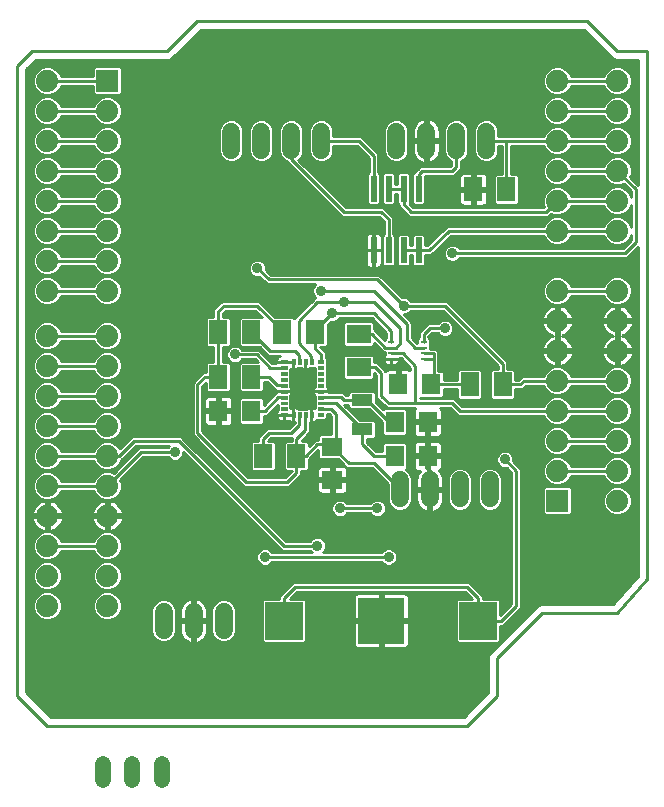
<source format=gbl>
G75*
%MOIN*%
%OFA0B0*%
%FSLAX25Y25*%
%IPPOS*%
%LPD*%
%AMOC8*
5,1,8,0,0,1.08239X$1,22.5*
%
%ADD10C,0.01000*%
%ADD11C,0.07400*%
%ADD12R,0.07400X0.07400*%
%ADD13R,0.06299X0.07874*%
%ADD14R,0.02362X0.08661*%
%ADD15C,0.00236*%
%ADD16R,0.01969X0.00984*%
%ADD17R,0.06299X0.07087*%
%ADD18R,0.07087X0.06299*%
%ADD19R,0.07874X0.06299*%
%ADD20R,0.07087X0.03937*%
%ADD21C,0.06000*%
%ADD22C,0.05315*%
%ADD23R,0.15354X0.15354*%
%ADD24R,0.12598X0.12598*%
%ADD25C,0.03562*%
D10*
X0015000Y0062524D02*
X0005000Y0072524D01*
X0005000Y0282524D01*
X0010000Y0287524D01*
X0055000Y0287524D01*
X0065000Y0297524D01*
X0195000Y0297524D01*
X0205000Y0287524D01*
X0215000Y0287524D01*
X0215000Y0111274D01*
X0205000Y0100024D01*
X0180000Y0100024D01*
X0165000Y0085024D01*
X0165000Y0072524D01*
X0155000Y0062524D01*
X0015000Y0062524D01*
X0016243Y0065524D02*
X0008000Y0073766D01*
X0008000Y0281281D01*
X0011243Y0284524D01*
X0055597Y0284524D01*
X0056699Y0284980D01*
X0066243Y0294524D01*
X0193757Y0294524D01*
X0202457Y0285824D01*
X0203301Y0284980D01*
X0204403Y0284524D01*
X0212000Y0284524D01*
X0212000Y0242786D01*
X0211913Y0242874D01*
X0209336Y0245450D01*
X0209800Y0246569D01*
X0209800Y0248478D01*
X0209069Y0250243D01*
X0207719Y0251593D01*
X0205955Y0252324D01*
X0204045Y0252324D01*
X0202281Y0251593D01*
X0200931Y0250243D01*
X0200467Y0249124D01*
X0189533Y0249124D01*
X0189069Y0250243D01*
X0187719Y0251593D01*
X0185955Y0252324D01*
X0184045Y0252324D01*
X0182281Y0251593D01*
X0180931Y0250243D01*
X0180200Y0248478D01*
X0180200Y0246569D01*
X0180931Y0244805D01*
X0182281Y0243454D01*
X0184045Y0242724D01*
X0185955Y0242724D01*
X0187719Y0243454D01*
X0189069Y0244805D01*
X0189533Y0245924D01*
X0200467Y0245924D01*
X0200931Y0244805D01*
X0202281Y0243454D01*
X0204045Y0242724D01*
X0205955Y0242724D01*
X0207074Y0243187D01*
X0209650Y0240611D01*
X0209650Y0238840D01*
X0209069Y0240243D01*
X0207719Y0241593D01*
X0205955Y0242324D01*
X0204045Y0242324D01*
X0202281Y0241593D01*
X0200931Y0240243D01*
X0200467Y0239124D01*
X0189533Y0239124D01*
X0189069Y0240243D01*
X0187719Y0241593D01*
X0185955Y0242324D01*
X0184045Y0242324D01*
X0182281Y0241593D01*
X0180931Y0240243D01*
X0180200Y0238478D01*
X0180200Y0236569D01*
X0180664Y0235450D01*
X0180587Y0235374D01*
X0136913Y0235374D01*
X0135797Y0236489D01*
X0136031Y0236723D01*
X0136031Y0246296D01*
X0135387Y0246941D01*
X0132113Y0246941D01*
X0131469Y0246296D01*
X0131469Y0243110D01*
X0131031Y0243110D01*
X0131031Y0246296D01*
X0130387Y0246941D01*
X0127113Y0246941D01*
X0126469Y0246296D01*
X0126469Y0236723D01*
X0127113Y0236079D01*
X0130387Y0236079D01*
X0131031Y0236723D01*
X0131031Y0239910D01*
X0131469Y0239910D01*
X0131469Y0236723D01*
X0132113Y0236079D01*
X0132150Y0236079D01*
X0132150Y0235611D01*
X0134650Y0233111D01*
X0135587Y0232174D01*
X0181913Y0232174D01*
X0182926Y0233187D01*
X0184045Y0232724D01*
X0185955Y0232724D01*
X0187719Y0233454D01*
X0189069Y0234805D01*
X0189533Y0235924D01*
X0200467Y0235924D01*
X0200931Y0234805D01*
X0202281Y0233454D01*
X0204045Y0232724D01*
X0205955Y0232724D01*
X0207719Y0233454D01*
X0209069Y0234805D01*
X0209650Y0236207D01*
X0209650Y0228840D01*
X0209069Y0230243D01*
X0207719Y0231593D01*
X0205955Y0232324D01*
X0204045Y0232324D01*
X0202281Y0231593D01*
X0200931Y0230243D01*
X0200467Y0229124D01*
X0189533Y0229124D01*
X0189069Y0230243D01*
X0187719Y0231593D01*
X0185955Y0232324D01*
X0184045Y0232324D01*
X0182281Y0231593D01*
X0180931Y0230243D01*
X0180467Y0229124D01*
X0148087Y0229124D01*
X0147150Y0228186D01*
X0141601Y0222637D01*
X0141031Y0222637D01*
X0141031Y0225824D01*
X0140387Y0226468D01*
X0137113Y0226468D01*
X0136469Y0225824D01*
X0136469Y0222637D01*
X0136031Y0222637D01*
X0136031Y0225824D01*
X0135387Y0226468D01*
X0132113Y0226468D01*
X0131469Y0225824D01*
X0131469Y0216251D01*
X0132113Y0215607D01*
X0135387Y0215607D01*
X0136031Y0216251D01*
X0136031Y0219437D01*
X0136469Y0219437D01*
X0136469Y0216251D01*
X0137113Y0215607D01*
X0140387Y0215607D01*
X0141031Y0216251D01*
X0141031Y0219437D01*
X0142927Y0219437D01*
X0149413Y0225924D01*
X0180467Y0225924D01*
X0180931Y0224805D01*
X0182281Y0223454D01*
X0184045Y0222724D01*
X0185955Y0222724D01*
X0187719Y0223454D01*
X0189069Y0224805D01*
X0189533Y0225924D01*
X0200467Y0225924D01*
X0200931Y0224805D01*
X0202281Y0223454D01*
X0204045Y0222724D01*
X0205955Y0222724D01*
X0207719Y0223454D01*
X0209069Y0224805D01*
X0209650Y0226207D01*
X0209650Y0224436D01*
X0206837Y0221624D01*
X0152456Y0221624D01*
X0152442Y0221656D01*
X0151632Y0222466D01*
X0150573Y0222905D01*
X0149427Y0222905D01*
X0148368Y0222466D01*
X0147558Y0221656D01*
X0147119Y0220597D01*
X0147119Y0219451D01*
X0147558Y0218392D01*
X0148368Y0217581D01*
X0149427Y0217143D01*
X0150573Y0217143D01*
X0151632Y0217581D01*
X0152442Y0218392D01*
X0152456Y0218424D01*
X0208163Y0218424D01*
X0209100Y0219361D01*
X0212000Y0222261D01*
X0212000Y0112414D01*
X0203653Y0103024D01*
X0179403Y0103024D01*
X0178301Y0102567D01*
X0163301Y0087567D01*
X0162457Y0086723D01*
X0162000Y0085620D01*
X0162000Y0073766D01*
X0153757Y0065524D01*
X0016243Y0065524D01*
X0015249Y0066518D02*
X0154751Y0066518D01*
X0155750Y0067516D02*
X0014250Y0067516D01*
X0013252Y0068515D02*
X0156748Y0068515D01*
X0157747Y0069513D02*
X0012253Y0069513D01*
X0011255Y0070512D02*
X0158745Y0070512D01*
X0159744Y0071510D02*
X0010256Y0071510D01*
X0009258Y0072509D02*
X0160742Y0072509D01*
X0161741Y0073507D02*
X0008259Y0073507D01*
X0008000Y0074506D02*
X0162000Y0074506D01*
X0162000Y0075504D02*
X0008000Y0075504D01*
X0008000Y0076503D02*
X0162000Y0076503D01*
X0162000Y0077501D02*
X0008000Y0077501D01*
X0008000Y0078500D02*
X0162000Y0078500D01*
X0162000Y0079498D02*
X0008000Y0079498D01*
X0008000Y0080497D02*
X0162000Y0080497D01*
X0162000Y0081495D02*
X0008000Y0081495D01*
X0008000Y0082494D02*
X0162000Y0082494D01*
X0162000Y0083492D02*
X0008000Y0083492D01*
X0008000Y0084491D02*
X0162000Y0084491D01*
X0162000Y0085489D02*
X0008000Y0085489D01*
X0008000Y0086488D02*
X0162359Y0086488D01*
X0163220Y0087486D02*
X0008000Y0087486D01*
X0008000Y0088485D02*
X0117931Y0088485D01*
X0117994Y0088449D02*
X0118375Y0088346D01*
X0125750Y0088346D01*
X0125750Y0097024D01*
X0117073Y0097024D01*
X0117073Y0089649D01*
X0117175Y0089267D01*
X0117373Y0088925D01*
X0117652Y0088646D01*
X0117994Y0088449D01*
X0117117Y0089483D02*
X0008000Y0089483D01*
X0008000Y0090482D02*
X0052794Y0090482D01*
X0052934Y0090424D02*
X0054566Y0090424D01*
X0056072Y0091048D01*
X0057226Y0092201D01*
X0057850Y0093708D01*
X0057850Y0101339D01*
X0057226Y0102846D01*
X0056072Y0103999D01*
X0054566Y0104624D01*
X0052934Y0104624D01*
X0051428Y0103999D01*
X0050274Y0102846D01*
X0049650Y0101339D01*
X0049650Y0093708D01*
X0050274Y0092201D01*
X0051428Y0091048D01*
X0052934Y0090424D01*
X0054706Y0090482D02*
X0061770Y0090482D01*
X0062023Y0090353D02*
X0062696Y0090134D01*
X0063250Y0090047D01*
X0063250Y0097024D01*
X0059250Y0097024D01*
X0059250Y0094169D01*
X0059361Y0093470D01*
X0059580Y0092796D01*
X0059901Y0092165D01*
X0060318Y0091592D01*
X0060818Y0091091D01*
X0061391Y0090675D01*
X0062023Y0090353D01*
X0063250Y0090482D02*
X0064250Y0090482D01*
X0064250Y0090047D02*
X0064804Y0090134D01*
X0065477Y0090353D01*
X0066109Y0090675D01*
X0066682Y0091091D01*
X0067182Y0091592D01*
X0067599Y0092165D01*
X0067920Y0092796D01*
X0068139Y0093470D01*
X0068250Y0094169D01*
X0068250Y0097024D01*
X0064250Y0097024D01*
X0064250Y0098024D01*
X0063250Y0098024D01*
X0063250Y0105001D01*
X0062696Y0104913D01*
X0062023Y0104694D01*
X0061391Y0104372D01*
X0060818Y0103956D01*
X0060318Y0103455D01*
X0059901Y0102882D01*
X0059580Y0102251D01*
X0059361Y0101577D01*
X0059250Y0100878D01*
X0059250Y0098024D01*
X0063250Y0098024D01*
X0063250Y0097024D01*
X0064250Y0097024D01*
X0064250Y0090047D01*
X0064250Y0091480D02*
X0063250Y0091480D01*
X0063250Y0092479D02*
X0064250Y0092479D01*
X0064250Y0093477D02*
X0063250Y0093477D01*
X0063250Y0094476D02*
X0064250Y0094476D01*
X0064250Y0095474D02*
X0063250Y0095474D01*
X0063250Y0096473D02*
X0064250Y0096473D01*
X0064250Y0097472D02*
X0069650Y0097472D01*
X0069650Y0098470D02*
X0068250Y0098470D01*
X0068250Y0098024D02*
X0068250Y0100878D01*
X0068139Y0101577D01*
X0067920Y0102251D01*
X0067599Y0102882D01*
X0067182Y0103455D01*
X0066682Y0103956D01*
X0066109Y0104372D01*
X0065477Y0104694D01*
X0064804Y0104913D01*
X0064250Y0105001D01*
X0064250Y0098024D01*
X0068250Y0098024D01*
X0068250Y0099469D02*
X0069650Y0099469D01*
X0069650Y0100467D02*
X0068250Y0100467D01*
X0068157Y0101466D02*
X0069702Y0101466D01*
X0069650Y0101339D02*
X0069650Y0093708D01*
X0070274Y0092201D01*
X0071428Y0091048D01*
X0072934Y0090424D01*
X0074566Y0090424D01*
X0076072Y0091048D01*
X0077226Y0092201D01*
X0077850Y0093708D01*
X0077850Y0101339D01*
X0077226Y0102846D01*
X0076072Y0103999D01*
X0074566Y0104624D01*
X0072934Y0104624D01*
X0071428Y0103999D01*
X0070274Y0102846D01*
X0069650Y0101339D01*
X0070116Y0102464D02*
X0067812Y0102464D01*
X0067175Y0103463D02*
X0070891Y0103463D01*
X0072542Y0104461D02*
X0065934Y0104461D01*
X0064250Y0104461D02*
X0063250Y0104461D01*
X0063250Y0103463D02*
X0064250Y0103463D01*
X0064250Y0102464D02*
X0063250Y0102464D01*
X0063250Y0101466D02*
X0064250Y0101466D01*
X0064250Y0100467D02*
X0063250Y0100467D01*
X0063250Y0099469D02*
X0064250Y0099469D01*
X0064250Y0098470D02*
X0063250Y0098470D01*
X0063250Y0097472D02*
X0057850Y0097472D01*
X0057850Y0098470D02*
X0059250Y0098470D01*
X0059250Y0099469D02*
X0057850Y0099469D01*
X0057850Y0100467D02*
X0059250Y0100467D01*
X0059343Y0101466D02*
X0057798Y0101466D01*
X0057384Y0102464D02*
X0059688Y0102464D01*
X0060325Y0103463D02*
X0056609Y0103463D01*
X0054958Y0104461D02*
X0061566Y0104461D01*
X0059250Y0096473D02*
X0057850Y0096473D01*
X0057850Y0095474D02*
X0059250Y0095474D01*
X0059250Y0094476D02*
X0057850Y0094476D01*
X0057754Y0093477D02*
X0059360Y0093477D01*
X0059741Y0092479D02*
X0057341Y0092479D01*
X0056505Y0091480D02*
X0060429Y0091480D01*
X0065730Y0090482D02*
X0072794Y0090482D01*
X0074706Y0090482D02*
X0086854Y0090482D01*
X0086567Y0090769D02*
X0087212Y0090124D01*
X0100721Y0090124D01*
X0101366Y0090769D01*
X0101366Y0104278D01*
X0100721Y0104923D01*
X0095912Y0104923D01*
X0098163Y0107174D01*
X0154337Y0107174D01*
X0156588Y0104923D01*
X0151779Y0104923D01*
X0151134Y0104278D01*
X0151134Y0090769D01*
X0151779Y0090124D01*
X0165288Y0090124D01*
X0165933Y0090769D01*
X0165933Y0095924D01*
X0166913Y0095924D01*
X0172850Y0101861D01*
X0172850Y0148186D01*
X0170368Y0150669D01*
X0170381Y0150701D01*
X0170381Y0151847D01*
X0169942Y0152906D01*
X0169132Y0153716D01*
X0168073Y0154155D01*
X0166927Y0154155D01*
X0165868Y0153716D01*
X0165058Y0152906D01*
X0164619Y0151847D01*
X0164619Y0150701D01*
X0165058Y0149642D01*
X0165868Y0148831D01*
X0166927Y0148393D01*
X0168073Y0148393D01*
X0168105Y0148406D01*
X0169650Y0146861D01*
X0169650Y0103186D01*
X0165933Y0099469D01*
X0165933Y0104278D01*
X0165288Y0104923D01*
X0160133Y0104923D01*
X0160133Y0105903D01*
X0155663Y0110374D01*
X0096837Y0110374D01*
X0095900Y0109436D01*
X0092367Y0105903D01*
X0092367Y0104923D01*
X0087212Y0104923D01*
X0086567Y0104278D01*
X0086567Y0090769D01*
X0086567Y0091480D02*
X0076505Y0091480D01*
X0077341Y0092479D02*
X0086567Y0092479D01*
X0086567Y0093477D02*
X0077754Y0093477D01*
X0077850Y0094476D02*
X0086567Y0094476D01*
X0086567Y0095474D02*
X0077850Y0095474D01*
X0077850Y0096473D02*
X0086567Y0096473D01*
X0086567Y0097472D02*
X0077850Y0097472D01*
X0077850Y0098470D02*
X0086567Y0098470D01*
X0086567Y0099469D02*
X0077850Y0099469D01*
X0077850Y0100467D02*
X0086567Y0100467D01*
X0086567Y0101466D02*
X0077798Y0101466D01*
X0077384Y0102464D02*
X0086567Y0102464D01*
X0086567Y0103463D02*
X0076609Y0103463D01*
X0074958Y0104461D02*
X0086750Y0104461D01*
X0092367Y0105460D02*
X0038852Y0105460D01*
X0039069Y0105243D02*
X0037719Y0106593D01*
X0035955Y0107324D01*
X0034045Y0107324D01*
X0032281Y0106593D01*
X0030931Y0105243D01*
X0030200Y0103478D01*
X0030200Y0101569D01*
X0030931Y0099805D01*
X0032281Y0098454D01*
X0034045Y0097724D01*
X0035955Y0097724D01*
X0037719Y0098454D01*
X0039069Y0099805D01*
X0039800Y0101569D01*
X0039800Y0103478D01*
X0039069Y0105243D01*
X0039393Y0104461D02*
X0052542Y0104461D01*
X0050891Y0103463D02*
X0039800Y0103463D01*
X0039800Y0102464D02*
X0050116Y0102464D01*
X0049702Y0101466D02*
X0039757Y0101466D01*
X0039344Y0100467D02*
X0049650Y0100467D01*
X0049650Y0099469D02*
X0038733Y0099469D01*
X0037735Y0098470D02*
X0049650Y0098470D01*
X0049650Y0097472D02*
X0008000Y0097472D01*
X0008000Y0098470D02*
X0012265Y0098470D01*
X0012281Y0098454D02*
X0014045Y0097724D01*
X0015955Y0097724D01*
X0017719Y0098454D01*
X0019069Y0099805D01*
X0019800Y0101569D01*
X0019800Y0103478D01*
X0019069Y0105243D01*
X0017719Y0106593D01*
X0015955Y0107324D01*
X0014045Y0107324D01*
X0012281Y0106593D01*
X0010931Y0105243D01*
X0010200Y0103478D01*
X0010200Y0101569D01*
X0010931Y0099805D01*
X0012281Y0098454D01*
X0011267Y0099469D02*
X0008000Y0099469D01*
X0008000Y0100467D02*
X0010656Y0100467D01*
X0010243Y0101466D02*
X0008000Y0101466D01*
X0008000Y0102464D02*
X0010200Y0102464D01*
X0010200Y0103463D02*
X0008000Y0103463D01*
X0008000Y0104461D02*
X0010607Y0104461D01*
X0011148Y0105460D02*
X0008000Y0105460D01*
X0008000Y0106458D02*
X0012146Y0106458D01*
X0012281Y0108454D02*
X0014045Y0107724D01*
X0015955Y0107724D01*
X0017719Y0108454D01*
X0019069Y0109805D01*
X0019800Y0111569D01*
X0019800Y0113478D01*
X0019069Y0115243D01*
X0017719Y0116593D01*
X0015955Y0117324D01*
X0014045Y0117324D01*
X0012281Y0116593D01*
X0010931Y0115243D01*
X0010200Y0113478D01*
X0010200Y0111569D01*
X0010931Y0109805D01*
X0012281Y0108454D01*
X0012280Y0108455D02*
X0008000Y0108455D01*
X0008000Y0107457D02*
X0093920Y0107457D01*
X0094919Y0108455D02*
X0037720Y0108455D01*
X0037719Y0108454D02*
X0039069Y0109805D01*
X0039800Y0111569D01*
X0039800Y0113478D01*
X0039069Y0115243D01*
X0037719Y0116593D01*
X0035955Y0117324D01*
X0034045Y0117324D01*
X0032281Y0116593D01*
X0030931Y0115243D01*
X0030200Y0113478D01*
X0030200Y0111569D01*
X0030931Y0109805D01*
X0032281Y0108454D01*
X0034045Y0107724D01*
X0035955Y0107724D01*
X0037719Y0108454D01*
X0038718Y0109454D02*
X0095917Y0109454D01*
X0097500Y0108774D02*
X0093967Y0105240D01*
X0093967Y0097524D01*
X0101366Y0097472D02*
X0125750Y0097472D01*
X0125750Y0097024D02*
X0125750Y0098024D01*
X0125750Y0106701D01*
X0118375Y0106701D01*
X0117994Y0106599D01*
X0117652Y0106401D01*
X0117373Y0106122D01*
X0117175Y0105780D01*
X0117073Y0105398D01*
X0117073Y0098024D01*
X0125750Y0098024D01*
X0126750Y0098024D01*
X0126750Y0106701D01*
X0134125Y0106701D01*
X0134506Y0106599D01*
X0134848Y0106401D01*
X0135127Y0106122D01*
X0135325Y0105780D01*
X0135427Y0105398D01*
X0135427Y0098024D01*
X0126750Y0098024D01*
X0126750Y0097024D01*
X0135427Y0097024D01*
X0135427Y0089649D01*
X0135325Y0089267D01*
X0135127Y0088925D01*
X0134848Y0088646D01*
X0134506Y0088449D01*
X0134125Y0088346D01*
X0126750Y0088346D01*
X0126750Y0097024D01*
X0125750Y0097024D01*
X0125750Y0096473D02*
X0126750Y0096473D01*
X0126750Y0095474D02*
X0125750Y0095474D01*
X0125750Y0094476D02*
X0126750Y0094476D01*
X0126750Y0093477D02*
X0125750Y0093477D01*
X0125750Y0092479D02*
X0126750Y0092479D01*
X0126750Y0091480D02*
X0125750Y0091480D01*
X0125750Y0090482D02*
X0126750Y0090482D01*
X0126750Y0089483D02*
X0125750Y0089483D01*
X0125750Y0088485D02*
X0126750Y0088485D01*
X0126750Y0097472D02*
X0151134Y0097472D01*
X0151134Y0098470D02*
X0135427Y0098470D01*
X0135427Y0099469D02*
X0151134Y0099469D01*
X0151134Y0100467D02*
X0135427Y0100467D01*
X0135427Y0101466D02*
X0151134Y0101466D01*
X0151134Y0102464D02*
X0135427Y0102464D01*
X0135427Y0103463D02*
X0151134Y0103463D01*
X0151317Y0104461D02*
X0135427Y0104461D01*
X0135411Y0105460D02*
X0156051Y0105460D01*
X0155053Y0106458D02*
X0134749Y0106458D01*
X0135427Y0096473D02*
X0151134Y0096473D01*
X0151134Y0095474D02*
X0135427Y0095474D01*
X0135427Y0094476D02*
X0151134Y0094476D01*
X0151134Y0093477D02*
X0135427Y0093477D01*
X0135427Y0092479D02*
X0151134Y0092479D01*
X0151134Y0091480D02*
X0135427Y0091480D01*
X0135427Y0090482D02*
X0151421Y0090482D01*
X0158533Y0097524D02*
X0158533Y0105240D01*
X0155000Y0108774D01*
X0097500Y0108774D01*
X0097447Y0106458D02*
X0117751Y0106458D01*
X0117089Y0105460D02*
X0096449Y0105460D01*
X0092922Y0106458D02*
X0037854Y0106458D01*
X0039337Y0110452D02*
X0169650Y0110452D01*
X0169650Y0109454D02*
X0156583Y0109454D01*
X0157581Y0108455D02*
X0169650Y0108455D01*
X0169650Y0107457D02*
X0158580Y0107457D01*
X0159578Y0106458D02*
X0169650Y0106458D01*
X0169650Y0105460D02*
X0160133Y0105460D01*
X0165750Y0104461D02*
X0169650Y0104461D01*
X0169650Y0103463D02*
X0165933Y0103463D01*
X0165933Y0102464D02*
X0168928Y0102464D01*
X0167929Y0101466D02*
X0165933Y0101466D01*
X0165933Y0100467D02*
X0166931Y0100467D01*
X0166250Y0097524D02*
X0171250Y0102524D01*
X0171250Y0147524D01*
X0167500Y0151274D01*
X0164844Y0152390D02*
X0142262Y0152390D01*
X0142262Y0152024D02*
X0142262Y0153024D01*
X0141262Y0153024D01*
X0141262Y0157567D01*
X0138415Y0157567D01*
X0138033Y0157465D01*
X0137691Y0157267D01*
X0137412Y0156988D01*
X0137214Y0156646D01*
X0137112Y0156264D01*
X0137112Y0153024D01*
X0141262Y0153024D01*
X0141262Y0152024D01*
X0137112Y0152024D01*
X0137112Y0148783D01*
X0137214Y0148401D01*
X0137412Y0148059D01*
X0137691Y0147780D01*
X0138033Y0147583D01*
X0138415Y0147480D01*
X0139343Y0147480D01*
X0139068Y0147205D01*
X0138651Y0146632D01*
X0138330Y0146001D01*
X0138111Y0145327D01*
X0138000Y0144628D01*
X0138000Y0141774D01*
X0142000Y0141774D01*
X0142000Y0148751D01*
X0141446Y0148663D01*
X0141262Y0148603D01*
X0141262Y0152024D01*
X0142262Y0152024D01*
X0146411Y0152024D01*
X0146411Y0148783D01*
X0146309Y0148401D01*
X0146112Y0148059D01*
X0145832Y0147780D01*
X0145531Y0147606D01*
X0145932Y0147205D01*
X0146349Y0146632D01*
X0146670Y0146001D01*
X0146889Y0145327D01*
X0147000Y0144628D01*
X0147000Y0141774D01*
X0143000Y0141774D01*
X0142000Y0141774D01*
X0142000Y0140774D01*
X0138000Y0140774D01*
X0138000Y0137919D01*
X0138111Y0137220D01*
X0138330Y0136546D01*
X0138651Y0135915D01*
X0139068Y0135342D01*
X0139568Y0134841D01*
X0140141Y0134425D01*
X0140773Y0134103D01*
X0141446Y0133884D01*
X0142000Y0133797D01*
X0142000Y0140774D01*
X0143000Y0140774D01*
X0143000Y0141774D01*
X0143000Y0147480D01*
X0142262Y0147480D01*
X0142262Y0152024D01*
X0142262Y0151391D02*
X0141262Y0151391D01*
X0141262Y0150393D02*
X0142262Y0150393D01*
X0142262Y0149394D02*
X0141262Y0149394D01*
X0142000Y0148396D02*
X0142262Y0148396D01*
X0142000Y0147397D02*
X0143000Y0147397D01*
X0143000Y0146399D02*
X0142000Y0146399D01*
X0142000Y0145400D02*
X0143000Y0145400D01*
X0143000Y0144402D02*
X0142000Y0144402D01*
X0142000Y0143403D02*
X0143000Y0143403D01*
X0143000Y0142405D02*
X0142000Y0142405D01*
X0142000Y0141406D02*
X0136600Y0141406D01*
X0136600Y0140408D02*
X0138000Y0140408D01*
X0138000Y0139409D02*
X0136600Y0139409D01*
X0136600Y0138410D02*
X0138000Y0138410D01*
X0138080Y0137412D02*
X0136581Y0137412D01*
X0136600Y0137458D02*
X0136600Y0145089D01*
X0135976Y0146596D01*
X0134822Y0147749D01*
X0134391Y0147928D01*
X0134988Y0148525D01*
X0134988Y0156523D01*
X0134343Y0157167D01*
X0127133Y0157167D01*
X0126489Y0156523D01*
X0126489Y0154124D01*
X0124413Y0154124D01*
X0121600Y0156936D01*
X0121600Y0158205D01*
X0123999Y0158205D01*
X0124643Y0158849D01*
X0124643Y0163698D01*
X0123999Y0164342D01*
X0119194Y0164342D01*
X0114020Y0169516D01*
X0115357Y0169516D01*
X0115357Y0168692D01*
X0116001Y0168048D01*
X0122213Y0168048D01*
X0126489Y0163772D01*
X0126489Y0159775D01*
X0127133Y0159130D01*
X0134343Y0159130D01*
X0134988Y0159775D01*
X0134988Y0167773D01*
X0134343Y0168417D01*
X0127133Y0168417D01*
X0126751Y0168035D01*
X0124643Y0170143D01*
X0124643Y0173540D01*
X0123999Y0174185D01*
X0116001Y0174185D01*
X0115357Y0173540D01*
X0115357Y0172716D01*
X0114570Y0172716D01*
X0113615Y0173671D01*
X0108626Y0173671D01*
X0108626Y0174039D01*
X0106142Y0174039D01*
X0106142Y0174039D01*
X0108626Y0174039D01*
X0108626Y0174725D01*
X0108516Y0175136D01*
X0108303Y0175505D01*
X0108226Y0175582D01*
X0108226Y0176985D01*
X0108219Y0176992D01*
X0108226Y0176999D01*
X0108226Y0178953D01*
X0108219Y0178961D01*
X0108226Y0178968D01*
X0108226Y0180922D01*
X0108219Y0180929D01*
X0108226Y0180936D01*
X0108226Y0182890D01*
X0108219Y0182898D01*
X0108226Y0182905D01*
X0108226Y0184859D01*
X0107742Y0185343D01*
X0107742Y0187045D01*
X0106050Y0188737D01*
X0107867Y0188737D01*
X0108511Y0189381D01*
X0108511Y0196272D01*
X0109395Y0197156D01*
X0109427Y0197143D01*
X0110573Y0197143D01*
X0111632Y0197581D01*
X0112442Y0198392D01*
X0112456Y0198424D01*
X0123087Y0198424D01*
X0128006Y0193505D01*
X0128006Y0191987D01*
X0127522Y0191503D01*
X0127522Y0191014D01*
X0123901Y0194635D01*
X0123787Y0194635D01*
X0123787Y0196641D01*
X0123143Y0197285D01*
X0114357Y0197285D01*
X0113713Y0196641D01*
X0113713Y0189430D01*
X0114357Y0188786D01*
X0123143Y0188786D01*
X0123787Y0189430D01*
X0123787Y0190224D01*
X0127024Y0186987D01*
X0127522Y0186987D01*
X0127522Y0186163D01*
X0127422Y0186063D01*
X0127224Y0185721D01*
X0127122Y0185339D01*
X0127122Y0184650D01*
X0129606Y0184650D01*
X0129606Y0184650D01*
X0127122Y0184650D01*
X0127122Y0183960D01*
X0127224Y0183578D01*
X0127422Y0183236D01*
X0127701Y0182957D01*
X0128043Y0182760D01*
X0128425Y0182657D01*
X0129606Y0182657D01*
X0129606Y0184649D01*
X0129606Y0184649D01*
X0129606Y0182657D01*
X0130788Y0182657D01*
X0131170Y0182760D01*
X0131512Y0182957D01*
X0131791Y0183236D01*
X0131988Y0183578D01*
X0132091Y0183960D01*
X0132091Y0184650D01*
X0132091Y0185018D01*
X0132743Y0185018D01*
X0135900Y0181861D01*
X0135900Y0181109D01*
X0135717Y0181215D01*
X0135335Y0181317D01*
X0132488Y0181317D01*
X0132488Y0176774D01*
X0131488Y0176774D01*
X0131488Y0181317D01*
X0128641Y0181317D01*
X0128260Y0181215D01*
X0127918Y0181017D01*
X0127718Y0180818D01*
X0126913Y0181624D01*
X0126913Y0181624D01*
X0125862Y0182675D01*
X0124925Y0183612D01*
X0123787Y0183612D01*
X0123787Y0185617D01*
X0123143Y0186261D01*
X0114357Y0186261D01*
X0113713Y0185617D01*
X0113713Y0178407D01*
X0114357Y0177762D01*
X0123143Y0177762D01*
X0123787Y0178407D01*
X0123787Y0180224D01*
X0124650Y0179361D01*
X0124650Y0171861D01*
X0127150Y0169361D01*
X0128087Y0168424D01*
X0137598Y0168424D01*
X0137412Y0168238D01*
X0137214Y0167896D01*
X0137112Y0167514D01*
X0137112Y0164274D01*
X0141262Y0164274D01*
X0141262Y0163274D01*
X0137112Y0163274D01*
X0137112Y0160033D01*
X0137214Y0159651D01*
X0137412Y0159309D01*
X0137691Y0159030D01*
X0138033Y0158833D01*
X0138415Y0158730D01*
X0141262Y0158730D01*
X0141262Y0163274D01*
X0142262Y0163274D01*
X0142262Y0164274D01*
X0146411Y0164274D01*
X0146411Y0167514D01*
X0146309Y0167896D01*
X0146112Y0168238D01*
X0145926Y0168424D01*
X0149337Y0168424D01*
X0150900Y0166861D01*
X0151837Y0165924D01*
X0180467Y0165924D01*
X0180931Y0164805D01*
X0182281Y0163454D01*
X0184045Y0162724D01*
X0185955Y0162724D01*
X0187719Y0163454D01*
X0189069Y0164805D01*
X0189533Y0165924D01*
X0200467Y0165924D01*
X0200931Y0164805D01*
X0202281Y0163454D01*
X0204045Y0162724D01*
X0205955Y0162724D01*
X0207719Y0163454D01*
X0209069Y0164805D01*
X0209800Y0166569D01*
X0209800Y0168478D01*
X0209069Y0170243D01*
X0207719Y0171593D01*
X0205955Y0172324D01*
X0204045Y0172324D01*
X0202281Y0171593D01*
X0200931Y0170243D01*
X0200467Y0169124D01*
X0189533Y0169124D01*
X0189069Y0170243D01*
X0187719Y0171593D01*
X0185955Y0172324D01*
X0184045Y0172324D01*
X0182281Y0171593D01*
X0180931Y0170243D01*
X0180467Y0169124D01*
X0153163Y0169124D01*
X0150663Y0171624D01*
X0139100Y0171624D01*
X0139100Y0171937D01*
X0139407Y0171630D01*
X0146617Y0171630D01*
X0147261Y0172275D01*
X0147261Y0174674D01*
X0151489Y0174674D01*
X0151489Y0171881D01*
X0152133Y0171237D01*
X0159343Y0171237D01*
X0159988Y0171881D01*
X0159988Y0180666D01*
X0159343Y0181311D01*
X0152133Y0181311D01*
X0151489Y0180666D01*
X0151489Y0177874D01*
X0147261Y0177874D01*
X0147261Y0180273D01*
X0146617Y0180917D01*
X0145350Y0180917D01*
X0145350Y0187281D01*
X0144413Y0188218D01*
X0142517Y0188218D01*
X0142517Y0189534D01*
X0142481Y0189571D01*
X0142517Y0189607D01*
X0142517Y0191503D01*
X0142033Y0191987D01*
X0142033Y0192294D01*
X0143163Y0193424D01*
X0145044Y0193424D01*
X0145058Y0193392D01*
X0145868Y0192581D01*
X0146927Y0192143D01*
X0148073Y0192143D01*
X0149132Y0192581D01*
X0149942Y0193392D01*
X0150381Y0194451D01*
X0150381Y0195597D01*
X0149942Y0196656D01*
X0149132Y0197466D01*
X0148073Y0197905D01*
X0146927Y0197905D01*
X0145868Y0197466D01*
X0145058Y0196656D01*
X0145044Y0196624D01*
X0141837Y0196624D01*
X0140900Y0195686D01*
X0138833Y0193619D01*
X0138833Y0191987D01*
X0138349Y0191503D01*
X0138349Y0190188D01*
X0136600Y0191936D01*
X0136600Y0196936D01*
X0133894Y0199643D01*
X0134323Y0199643D01*
X0135382Y0200081D01*
X0136192Y0200892D01*
X0136206Y0200924D01*
X0146837Y0200924D01*
X0165162Y0182599D01*
X0165162Y0181311D01*
X0163157Y0181311D01*
X0162512Y0180666D01*
X0162512Y0171881D01*
X0163157Y0171237D01*
X0170367Y0171237D01*
X0171011Y0171881D01*
X0171011Y0174674D01*
X0173163Y0174674D01*
X0174413Y0175924D01*
X0180467Y0175924D01*
X0180931Y0174805D01*
X0182281Y0173454D01*
X0184045Y0172724D01*
X0185955Y0172724D01*
X0187719Y0173454D01*
X0189069Y0174805D01*
X0189533Y0175924D01*
X0200467Y0175924D01*
X0200931Y0174805D01*
X0202281Y0173454D01*
X0204045Y0172724D01*
X0205955Y0172724D01*
X0207719Y0173454D01*
X0209069Y0174805D01*
X0209800Y0176569D01*
X0209800Y0178478D01*
X0209069Y0180243D01*
X0207719Y0181593D01*
X0205955Y0182324D01*
X0204045Y0182324D01*
X0202281Y0181593D01*
X0200931Y0180243D01*
X0200467Y0179124D01*
X0189533Y0179124D01*
X0189069Y0180243D01*
X0187719Y0181593D01*
X0185955Y0182324D01*
X0184045Y0182324D01*
X0182281Y0181593D01*
X0180931Y0180243D01*
X0180467Y0179124D01*
X0173087Y0179124D01*
X0171837Y0177874D01*
X0171011Y0177874D01*
X0171011Y0180666D01*
X0170367Y0181311D01*
X0168362Y0181311D01*
X0168362Y0183925D01*
X0167425Y0184862D01*
X0148163Y0204124D01*
X0136206Y0204124D01*
X0136192Y0204156D01*
X0135382Y0204966D01*
X0134323Y0205405D01*
X0133177Y0205405D01*
X0133145Y0205391D01*
X0125663Y0212874D01*
X0089413Y0212874D01*
X0087868Y0214419D01*
X0087881Y0214451D01*
X0087881Y0215597D01*
X0087442Y0216656D01*
X0086632Y0217466D01*
X0085573Y0217905D01*
X0084427Y0217905D01*
X0083368Y0217466D01*
X0082558Y0216656D01*
X0082119Y0215597D01*
X0082119Y0214451D01*
X0082558Y0213392D01*
X0083368Y0212581D01*
X0084427Y0212143D01*
X0085573Y0212143D01*
X0085605Y0212156D01*
X0087150Y0210611D01*
X0088087Y0209674D01*
X0104326Y0209674D01*
X0103808Y0209156D01*
X0103369Y0208097D01*
X0103369Y0206951D01*
X0103808Y0205892D01*
X0104331Y0205368D01*
X0103400Y0204436D01*
X0097309Y0198345D01*
X0096843Y0198811D01*
X0090976Y0198811D01*
X0085663Y0204124D01*
X0073087Y0204124D01*
X0070388Y0201425D01*
X0070388Y0198811D01*
X0068383Y0198811D01*
X0067739Y0198166D01*
X0067739Y0189381D01*
X0068383Y0188737D01*
X0070388Y0188737D01*
X0070388Y0183811D01*
X0068383Y0183811D01*
X0067739Y0183166D01*
X0067739Y0180374D01*
X0066837Y0180374D01*
X0063400Y0176936D01*
X0063400Y0159361D01*
X0079650Y0143111D01*
X0080587Y0142174D01*
X0095663Y0142174D01*
X0099612Y0146123D01*
X0099612Y0147487D01*
X0101617Y0147487D01*
X0102261Y0148131D01*
X0102261Y0151272D01*
X0105357Y0154368D01*
X0105357Y0151930D01*
X0106001Y0151286D01*
X0111987Y0151286D01*
X0113912Y0149361D01*
X0114338Y0148935D01*
X0114122Y0149059D01*
X0113741Y0149161D01*
X0110500Y0149161D01*
X0110500Y0145012D01*
X0109500Y0145012D01*
X0109500Y0149161D01*
X0106259Y0149161D01*
X0105878Y0149059D01*
X0105536Y0148862D01*
X0105256Y0148582D01*
X0105059Y0148240D01*
X0104957Y0147859D01*
X0104957Y0145012D01*
X0109500Y0145012D01*
X0109500Y0144012D01*
X0104957Y0144012D01*
X0104957Y0141165D01*
X0105059Y0140783D01*
X0105256Y0140441D01*
X0105536Y0140162D01*
X0105878Y0139964D01*
X0106259Y0139862D01*
X0109500Y0139862D01*
X0109500Y0144012D01*
X0110500Y0144012D01*
X0110500Y0145012D01*
X0115043Y0145012D01*
X0115043Y0147859D01*
X0114941Y0148240D01*
X0114816Y0148456D01*
X0114849Y0148424D01*
X0123087Y0148424D01*
X0128400Y0143111D01*
X0128400Y0137458D01*
X0129024Y0135951D01*
X0130178Y0134798D01*
X0131684Y0134174D01*
X0133316Y0134174D01*
X0134822Y0134798D01*
X0135976Y0135951D01*
X0136600Y0137458D01*
X0136167Y0136413D02*
X0138397Y0136413D01*
X0139015Y0135415D02*
X0135440Y0135415D01*
X0133902Y0134416D02*
X0140158Y0134416D01*
X0142000Y0134416D02*
X0143000Y0134416D01*
X0143000Y0133797D02*
X0143554Y0133884D01*
X0144227Y0134103D01*
X0144859Y0134425D01*
X0145432Y0134841D01*
X0145932Y0135342D01*
X0146349Y0135915D01*
X0146670Y0136546D01*
X0146889Y0137220D01*
X0147000Y0137919D01*
X0147000Y0140774D01*
X0143000Y0140774D01*
X0143000Y0133797D01*
X0143000Y0135415D02*
X0142000Y0135415D01*
X0142000Y0136413D02*
X0143000Y0136413D01*
X0143000Y0137412D02*
X0142000Y0137412D01*
X0142000Y0138410D02*
X0143000Y0138410D01*
X0143000Y0139409D02*
X0142000Y0139409D01*
X0142000Y0140408D02*
X0143000Y0140408D01*
X0143000Y0141406D02*
X0148400Y0141406D01*
X0148400Y0140408D02*
X0147000Y0140408D01*
X0147000Y0139409D02*
X0148400Y0139409D01*
X0148400Y0138410D02*
X0147000Y0138410D01*
X0146920Y0137412D02*
X0148419Y0137412D01*
X0148400Y0137458D02*
X0149024Y0135951D01*
X0150178Y0134798D01*
X0151684Y0134174D01*
X0153316Y0134174D01*
X0154822Y0134798D01*
X0155976Y0135951D01*
X0156600Y0137458D01*
X0156600Y0145089D01*
X0155976Y0146596D01*
X0154822Y0147749D01*
X0153316Y0148374D01*
X0151684Y0148374D01*
X0150178Y0147749D01*
X0149024Y0146596D01*
X0148400Y0145089D01*
X0148400Y0137458D01*
X0148833Y0136413D02*
X0146603Y0136413D01*
X0145985Y0135415D02*
X0149560Y0135415D01*
X0151098Y0134416D02*
X0144842Y0134416D01*
X0147000Y0142405D02*
X0148400Y0142405D01*
X0148400Y0143403D02*
X0147000Y0143403D01*
X0147000Y0144402D02*
X0148400Y0144402D01*
X0148529Y0145400D02*
X0146866Y0145400D01*
X0146468Y0146399D02*
X0148942Y0146399D01*
X0149825Y0147397D02*
X0145740Y0147397D01*
X0146306Y0148396D02*
X0166919Y0148396D01*
X0168080Y0148396D02*
X0168115Y0148396D01*
X0169114Y0147397D02*
X0165175Y0147397D01*
X0164822Y0147749D02*
X0163316Y0148374D01*
X0161684Y0148374D01*
X0160178Y0147749D01*
X0159024Y0146596D01*
X0158400Y0145089D01*
X0158400Y0137458D01*
X0159024Y0135951D01*
X0160178Y0134798D01*
X0161684Y0134174D01*
X0163316Y0134174D01*
X0164822Y0134798D01*
X0165976Y0135951D01*
X0166600Y0137458D01*
X0166600Y0145089D01*
X0165976Y0146596D01*
X0164822Y0147749D01*
X0165305Y0149394D02*
X0146411Y0149394D01*
X0146411Y0150393D02*
X0164746Y0150393D01*
X0164619Y0151391D02*
X0146411Y0151391D01*
X0146411Y0153024D02*
X0146411Y0156264D01*
X0146309Y0156646D01*
X0146112Y0156988D01*
X0145832Y0157267D01*
X0145490Y0157465D01*
X0145109Y0157567D01*
X0142262Y0157567D01*
X0142262Y0153024D01*
X0146411Y0153024D01*
X0146411Y0153388D02*
X0165540Y0153388D01*
X0169460Y0153388D02*
X0182441Y0153388D01*
X0182281Y0153454D02*
X0184045Y0152724D01*
X0185955Y0152724D01*
X0187719Y0153454D01*
X0189069Y0154805D01*
X0189533Y0155924D01*
X0200467Y0155924D01*
X0200931Y0154805D01*
X0202281Y0153454D01*
X0204045Y0152724D01*
X0205955Y0152724D01*
X0207719Y0153454D01*
X0209069Y0154805D01*
X0209800Y0156569D01*
X0209800Y0158478D01*
X0209069Y0160243D01*
X0207719Y0161593D01*
X0205955Y0162324D01*
X0204045Y0162324D01*
X0202281Y0161593D01*
X0200931Y0160243D01*
X0200467Y0159124D01*
X0189533Y0159124D01*
X0189069Y0160243D01*
X0187719Y0161593D01*
X0185955Y0162324D01*
X0184045Y0162324D01*
X0182281Y0161593D01*
X0180931Y0160243D01*
X0180200Y0158478D01*
X0180200Y0156569D01*
X0180931Y0154805D01*
X0182281Y0153454D01*
X0181349Y0154387D02*
X0146411Y0154387D01*
X0146411Y0155385D02*
X0180690Y0155385D01*
X0180277Y0156384D02*
X0146379Y0156384D01*
X0145633Y0157382D02*
X0180200Y0157382D01*
X0180200Y0158381D02*
X0124175Y0158381D01*
X0124643Y0159379D02*
X0126884Y0159379D01*
X0126489Y0160378D02*
X0124643Y0160378D01*
X0124643Y0161376D02*
X0126489Y0161376D01*
X0126489Y0162375D02*
X0124643Y0162375D01*
X0124643Y0163373D02*
X0126489Y0163373D01*
X0125889Y0164372D02*
X0119165Y0164372D01*
X0118166Y0165370D02*
X0124891Y0165370D01*
X0123892Y0166369D02*
X0117168Y0166369D01*
X0116169Y0167367D02*
X0122894Y0167367D01*
X0125422Y0169364D02*
X0127147Y0169364D01*
X0127082Y0168366D02*
X0126421Y0168366D01*
X0126148Y0170363D02*
X0124643Y0170363D01*
X0124643Y0171361D02*
X0125150Y0171361D01*
X0124650Y0172360D02*
X0124643Y0172360D01*
X0124643Y0173358D02*
X0124650Y0173358D01*
X0124650Y0174357D02*
X0108626Y0174357D01*
X0108389Y0175355D02*
X0124650Y0175355D01*
X0124650Y0176354D02*
X0108226Y0176354D01*
X0108226Y0177352D02*
X0124650Y0177352D01*
X0124650Y0178351D02*
X0123731Y0178351D01*
X0123787Y0179349D02*
X0124650Y0179349D01*
X0126250Y0180024D02*
X0124262Y0182012D01*
X0118750Y0182012D01*
X0113713Y0182345D02*
X0108226Y0182345D01*
X0108226Y0183343D02*
X0113713Y0183343D01*
X0113713Y0184342D02*
X0108226Y0184342D01*
X0107744Y0185341D02*
X0113713Y0185341D01*
X0113713Y0181346D02*
X0108226Y0181346D01*
X0108226Y0180348D02*
X0113713Y0180348D01*
X0113713Y0179349D02*
X0108226Y0179349D01*
X0108226Y0178351D02*
X0113769Y0178351D01*
X0113928Y0173358D02*
X0115357Y0173358D01*
X0113907Y0171116D02*
X0120000Y0171116D01*
X0121407Y0171116D01*
X0128750Y0163774D01*
X0130738Y0163774D01*
X0134988Y0163373D02*
X0141262Y0163373D01*
X0141262Y0162375D02*
X0142262Y0162375D01*
X0142262Y0163274D02*
X0142262Y0158730D01*
X0145109Y0158730D01*
X0145490Y0158833D01*
X0145832Y0159030D01*
X0146112Y0159309D01*
X0146309Y0159651D01*
X0146411Y0160033D01*
X0146411Y0163274D01*
X0142262Y0163274D01*
X0142262Y0163373D02*
X0182477Y0163373D01*
X0181364Y0164372D02*
X0146411Y0164372D01*
X0146411Y0165370D02*
X0180696Y0165370D01*
X0180567Y0169364D02*
X0152922Y0169364D01*
X0151923Y0170363D02*
X0181051Y0170363D01*
X0182050Y0171361D02*
X0170492Y0171361D01*
X0171011Y0172360D02*
X0212000Y0172360D01*
X0212000Y0173358D02*
X0207487Y0173358D01*
X0208621Y0174357D02*
X0212000Y0174357D01*
X0212000Y0175355D02*
X0209297Y0175355D01*
X0209711Y0176354D02*
X0212000Y0176354D01*
X0212000Y0177352D02*
X0209800Y0177352D01*
X0209800Y0178351D02*
X0212000Y0178351D01*
X0212000Y0179349D02*
X0209439Y0179349D01*
X0208964Y0180348D02*
X0212000Y0180348D01*
X0212000Y0181346D02*
X0207965Y0181346D01*
X0206996Y0182705D02*
X0207725Y0183076D01*
X0208388Y0183557D01*
X0208966Y0184136D01*
X0209447Y0184798D01*
X0209819Y0185528D01*
X0210072Y0186306D01*
X0210186Y0187024D01*
X0205500Y0187024D01*
X0205500Y0188024D01*
X0204500Y0188024D01*
X0204500Y0197024D01*
X0199814Y0197024D01*
X0199928Y0196306D01*
X0200181Y0195528D01*
X0200553Y0194798D01*
X0201034Y0194136D01*
X0201612Y0193557D01*
X0202275Y0193076D01*
X0203004Y0192705D01*
X0203561Y0192524D01*
X0203004Y0192343D01*
X0202275Y0191971D01*
X0201612Y0191490D01*
X0201034Y0190911D01*
X0200553Y0190249D01*
X0200181Y0189520D01*
X0199928Y0188741D01*
X0199814Y0188024D01*
X0204500Y0188024D01*
X0204500Y0187024D01*
X0199814Y0187024D01*
X0199928Y0186306D01*
X0200181Y0185528D01*
X0200553Y0184798D01*
X0201034Y0184136D01*
X0201612Y0183557D01*
X0202275Y0183076D01*
X0203004Y0182705D01*
X0203782Y0182452D01*
X0204500Y0182338D01*
X0204500Y0187024D01*
X0205500Y0187024D01*
X0205500Y0182338D01*
X0206218Y0182452D01*
X0206996Y0182705D01*
X0208093Y0183343D02*
X0212000Y0183343D01*
X0212000Y0182345D02*
X0205544Y0182345D01*
X0205500Y0182345D02*
X0204500Y0182345D01*
X0204456Y0182345D02*
X0185544Y0182345D01*
X0185500Y0182345D02*
X0184500Y0182345D01*
X0184500Y0182338D02*
X0184500Y0187024D01*
X0179814Y0187024D01*
X0179928Y0186306D01*
X0180181Y0185528D01*
X0180553Y0184798D01*
X0181034Y0184136D01*
X0181612Y0183557D01*
X0182275Y0183076D01*
X0183004Y0182705D01*
X0183782Y0182452D01*
X0184500Y0182338D01*
X0184456Y0182345D02*
X0168362Y0182345D01*
X0168362Y0183343D02*
X0181907Y0183343D01*
X0180884Y0184342D02*
X0167944Y0184342D01*
X0166946Y0185341D02*
X0180276Y0185341D01*
X0179923Y0186339D02*
X0165947Y0186339D01*
X0164949Y0187338D02*
X0184500Y0187338D01*
X0184500Y0187024D02*
X0184500Y0188024D01*
X0184500Y0197024D01*
X0179814Y0197024D01*
X0179928Y0196306D01*
X0180181Y0195528D01*
X0180553Y0194798D01*
X0181034Y0194136D01*
X0181612Y0193557D01*
X0182275Y0193076D01*
X0183004Y0192705D01*
X0183561Y0192524D01*
X0183004Y0192343D01*
X0182275Y0191971D01*
X0181612Y0191490D01*
X0181034Y0190911D01*
X0180553Y0190249D01*
X0180181Y0189520D01*
X0179928Y0188741D01*
X0179814Y0188024D01*
X0184500Y0188024D01*
X0185500Y0188024D01*
X0185500Y0192338D01*
X0185500Y0197024D01*
X0185500Y0198024D01*
X0184500Y0198024D01*
X0184500Y0202709D01*
X0183782Y0202596D01*
X0183004Y0202343D01*
X0182275Y0201971D01*
X0181612Y0201490D01*
X0181034Y0200911D01*
X0180553Y0200249D01*
X0180181Y0199520D01*
X0179928Y0198741D01*
X0179814Y0198024D01*
X0184500Y0198024D01*
X0184500Y0197024D01*
X0185500Y0197024D01*
X0190186Y0197024D01*
X0190072Y0196306D01*
X0189819Y0195528D01*
X0189447Y0194798D01*
X0188966Y0194136D01*
X0188388Y0193557D01*
X0187725Y0193076D01*
X0186996Y0192705D01*
X0186439Y0192524D01*
X0186996Y0192343D01*
X0187725Y0191971D01*
X0188388Y0191490D01*
X0188966Y0190911D01*
X0189447Y0190249D01*
X0189819Y0189520D01*
X0190072Y0188741D01*
X0190186Y0188024D01*
X0185500Y0188024D01*
X0185500Y0187024D01*
X0190186Y0187024D01*
X0190072Y0186306D01*
X0189819Y0185528D01*
X0189447Y0184798D01*
X0188966Y0184136D01*
X0188388Y0183557D01*
X0187725Y0183076D01*
X0186996Y0182705D01*
X0186218Y0182452D01*
X0185500Y0182338D01*
X0185500Y0187024D01*
X0184500Y0187024D01*
X0184500Y0186339D02*
X0185500Y0186339D01*
X0185500Y0185341D02*
X0184500Y0185341D01*
X0184500Y0184342D02*
X0185500Y0184342D01*
X0185500Y0183343D02*
X0184500Y0183343D01*
X0182035Y0181346D02*
X0168362Y0181346D01*
X0166762Y0183262D02*
X0166762Y0176274D01*
X0172500Y0176274D01*
X0173750Y0177524D01*
X0185000Y0177524D01*
X0205000Y0177524D01*
X0201379Y0174357D02*
X0188621Y0174357D01*
X0189297Y0175355D02*
X0200703Y0175355D01*
X0202513Y0173358D02*
X0187487Y0173358D01*
X0187950Y0171361D02*
X0202050Y0171361D01*
X0201051Y0170363D02*
X0188949Y0170363D01*
X0189433Y0169364D02*
X0200567Y0169364D01*
X0200696Y0165370D02*
X0189304Y0165370D01*
X0188636Y0164372D02*
X0201364Y0164372D01*
X0202477Y0163373D02*
X0187523Y0163373D01*
X0187936Y0161376D02*
X0202064Y0161376D01*
X0201066Y0160378D02*
X0188934Y0160378D01*
X0189427Y0159379D02*
X0200573Y0159379D01*
X0200690Y0155385D02*
X0189310Y0155385D01*
X0188651Y0154387D02*
X0201349Y0154387D01*
X0202441Y0153388D02*
X0187559Y0153388D01*
X0187719Y0151593D02*
X0185955Y0152324D01*
X0184045Y0152324D01*
X0182281Y0151593D01*
X0180931Y0150243D01*
X0180200Y0148478D01*
X0180200Y0146569D01*
X0180931Y0144805D01*
X0182281Y0143454D01*
X0184045Y0142724D01*
X0185955Y0142724D01*
X0187719Y0143454D01*
X0189069Y0144805D01*
X0189533Y0145924D01*
X0200467Y0145924D01*
X0200931Y0144805D01*
X0202281Y0143454D01*
X0204045Y0142724D01*
X0205955Y0142724D01*
X0207719Y0143454D01*
X0209069Y0144805D01*
X0209800Y0146569D01*
X0209800Y0148478D01*
X0209069Y0150243D01*
X0207719Y0151593D01*
X0205955Y0152324D01*
X0204045Y0152324D01*
X0202281Y0151593D01*
X0200931Y0150243D01*
X0200467Y0149124D01*
X0189533Y0149124D01*
X0189069Y0150243D01*
X0187719Y0151593D01*
X0187921Y0151391D02*
X0202079Y0151391D01*
X0201081Y0150393D02*
X0188919Y0150393D01*
X0189421Y0149394D02*
X0200579Y0149394D01*
X0200684Y0145400D02*
X0189316Y0145400D01*
X0188666Y0144402D02*
X0201334Y0144402D01*
X0202405Y0143403D02*
X0187595Y0143403D01*
X0189156Y0142324D02*
X0180844Y0142324D01*
X0180200Y0141679D01*
X0180200Y0133368D01*
X0180844Y0132724D01*
X0189156Y0132724D01*
X0189800Y0133368D01*
X0189800Y0141679D01*
X0189156Y0142324D01*
X0189800Y0141406D02*
X0202094Y0141406D01*
X0202281Y0141593D02*
X0200931Y0140243D01*
X0200200Y0138478D01*
X0200200Y0136569D01*
X0200931Y0134805D01*
X0202281Y0133454D01*
X0204045Y0132724D01*
X0205955Y0132724D01*
X0207719Y0133454D01*
X0209069Y0134805D01*
X0209800Y0136569D01*
X0209800Y0138478D01*
X0209069Y0140243D01*
X0207719Y0141593D01*
X0205955Y0142324D01*
X0204045Y0142324D01*
X0202281Y0141593D01*
X0201096Y0140408D02*
X0189800Y0140408D01*
X0189800Y0139409D02*
X0200585Y0139409D01*
X0200200Y0138410D02*
X0189800Y0138410D01*
X0189800Y0137412D02*
X0200200Y0137412D01*
X0200264Y0136413D02*
X0189800Y0136413D01*
X0189800Y0135415D02*
X0200678Y0135415D01*
X0201319Y0134416D02*
X0189800Y0134416D01*
X0189800Y0133418D02*
X0202369Y0133418D01*
X0207631Y0133418D02*
X0212000Y0133418D01*
X0212000Y0134416D02*
X0208681Y0134416D01*
X0209322Y0135415D02*
X0212000Y0135415D01*
X0212000Y0136413D02*
X0209736Y0136413D01*
X0209800Y0137412D02*
X0212000Y0137412D01*
X0212000Y0138410D02*
X0209800Y0138410D01*
X0209415Y0139409D02*
X0212000Y0139409D01*
X0212000Y0140408D02*
X0208904Y0140408D01*
X0207906Y0141406D02*
X0212000Y0141406D01*
X0212000Y0142405D02*
X0172850Y0142405D01*
X0172850Y0143403D02*
X0182405Y0143403D01*
X0181334Y0144402D02*
X0172850Y0144402D01*
X0172850Y0145400D02*
X0180684Y0145400D01*
X0180271Y0146399D02*
X0172850Y0146399D01*
X0172850Y0147397D02*
X0180200Y0147397D01*
X0180200Y0148396D02*
X0172641Y0148396D01*
X0171642Y0149394D02*
X0180579Y0149394D01*
X0181081Y0150393D02*
X0170644Y0150393D01*
X0170381Y0151391D02*
X0182079Y0151391D01*
X0185000Y0147524D02*
X0205000Y0147524D01*
X0209421Y0149394D02*
X0212000Y0149394D01*
X0212000Y0148396D02*
X0209800Y0148396D01*
X0209800Y0147397D02*
X0212000Y0147397D01*
X0212000Y0146399D02*
X0209729Y0146399D01*
X0209316Y0145400D02*
X0212000Y0145400D01*
X0212000Y0144402D02*
X0208666Y0144402D01*
X0207595Y0143403D02*
X0212000Y0143403D01*
X0212000Y0150393D02*
X0208919Y0150393D01*
X0207921Y0151391D02*
X0212000Y0151391D01*
X0212000Y0152390D02*
X0170156Y0152390D01*
X0169650Y0146399D02*
X0166058Y0146399D01*
X0166471Y0145400D02*
X0169650Y0145400D01*
X0169650Y0144402D02*
X0166600Y0144402D01*
X0166600Y0143403D02*
X0169650Y0143403D01*
X0169650Y0142405D02*
X0166600Y0142405D01*
X0166600Y0141406D02*
X0169650Y0141406D01*
X0169650Y0140408D02*
X0166600Y0140408D01*
X0166600Y0139409D02*
X0169650Y0139409D01*
X0169650Y0138410D02*
X0166600Y0138410D01*
X0166581Y0137412D02*
X0169650Y0137412D01*
X0169650Y0136413D02*
X0166167Y0136413D01*
X0165440Y0135415D02*
X0169650Y0135415D01*
X0169650Y0134416D02*
X0163902Y0134416D01*
X0161098Y0134416D02*
X0153902Y0134416D01*
X0155440Y0135415D02*
X0159560Y0135415D01*
X0158833Y0136413D02*
X0156167Y0136413D01*
X0156581Y0137412D02*
X0158419Y0137412D01*
X0158400Y0138410D02*
X0156600Y0138410D01*
X0156600Y0139409D02*
X0158400Y0139409D01*
X0158400Y0140408D02*
X0156600Y0140408D01*
X0156600Y0141406D02*
X0158400Y0141406D01*
X0158400Y0142405D02*
X0156600Y0142405D01*
X0156600Y0143403D02*
X0158400Y0143403D01*
X0158400Y0144402D02*
X0156600Y0144402D01*
X0156471Y0145400D02*
X0158529Y0145400D01*
X0158942Y0146399D02*
X0156058Y0146399D01*
X0155175Y0147397D02*
X0159825Y0147397D01*
X0169650Y0133418D02*
X0127453Y0133418D01*
X0127442Y0133392D02*
X0127881Y0134451D01*
X0127881Y0135597D01*
X0127442Y0136656D01*
X0126632Y0137466D01*
X0125573Y0137905D01*
X0124427Y0137905D01*
X0123368Y0137466D01*
X0122558Y0136656D01*
X0122544Y0136624D01*
X0114956Y0136624D01*
X0114942Y0136656D01*
X0114132Y0137466D01*
X0113073Y0137905D01*
X0111927Y0137905D01*
X0110868Y0137466D01*
X0110058Y0136656D01*
X0109619Y0135597D01*
X0109619Y0134451D01*
X0110058Y0133392D01*
X0110868Y0132581D01*
X0111927Y0132143D01*
X0113073Y0132143D01*
X0114132Y0132581D01*
X0114942Y0133392D01*
X0114956Y0133424D01*
X0122544Y0133424D01*
X0122558Y0133392D01*
X0123368Y0132581D01*
X0124427Y0132143D01*
X0125573Y0132143D01*
X0126632Y0132581D01*
X0127442Y0133392D01*
X0127867Y0134416D02*
X0131098Y0134416D01*
X0129560Y0135415D02*
X0127881Y0135415D01*
X0127543Y0136413D02*
X0128833Y0136413D01*
X0128419Y0137412D02*
X0126686Y0137412D01*
X0128400Y0138410D02*
X0080126Y0138410D01*
X0081124Y0137412D02*
X0110814Y0137412D01*
X0109957Y0136413D02*
X0082123Y0136413D01*
X0083121Y0135415D02*
X0109619Y0135415D01*
X0109633Y0134416D02*
X0084120Y0134416D01*
X0085118Y0133418D02*
X0110047Y0133418D01*
X0111258Y0132419D02*
X0086117Y0132419D01*
X0087115Y0131421D02*
X0169650Y0131421D01*
X0169650Y0132419D02*
X0126242Y0132419D01*
X0123758Y0132419D02*
X0113742Y0132419D01*
X0114953Y0133418D02*
X0122547Y0133418D01*
X0125000Y0135024D02*
X0112500Y0135024D01*
X0114186Y0137412D02*
X0123314Y0137412D01*
X0128400Y0139409D02*
X0079127Y0139409D01*
X0078129Y0140408D02*
X0105290Y0140408D01*
X0104957Y0141406D02*
X0077130Y0141406D01*
X0076132Y0142405D02*
X0080356Y0142405D01*
X0079358Y0143403D02*
X0075133Y0143403D01*
X0074135Y0144402D02*
X0078359Y0144402D01*
X0077361Y0145400D02*
X0073136Y0145400D01*
X0072138Y0146399D02*
X0076362Y0146399D01*
X0075364Y0147397D02*
X0071139Y0147397D01*
X0070141Y0148396D02*
X0074365Y0148396D01*
X0073367Y0149394D02*
X0069142Y0149394D01*
X0068144Y0150393D02*
X0072368Y0150393D01*
X0071370Y0151391D02*
X0067145Y0151391D01*
X0066147Y0152390D02*
X0070371Y0152390D01*
X0069373Y0153388D02*
X0065148Y0153388D01*
X0064150Y0154387D02*
X0068374Y0154387D01*
X0067376Y0155385D02*
X0063151Y0155385D01*
X0062153Y0156384D02*
X0066377Y0156384D01*
X0065379Y0157382D02*
X0061154Y0157382D01*
X0060350Y0158186D02*
X0060350Y0158186D01*
X0094413Y0124124D01*
X0102544Y0124124D01*
X0102558Y0124156D01*
X0103368Y0124966D01*
X0104427Y0125405D01*
X0105573Y0125405D01*
X0106632Y0124966D01*
X0107442Y0124156D01*
X0107881Y0123097D01*
X0107881Y0121951D01*
X0107442Y0120892D01*
X0106924Y0120374D01*
X0126294Y0120374D01*
X0126308Y0120406D01*
X0127118Y0121216D01*
X0128177Y0121655D01*
X0129323Y0121655D01*
X0130382Y0121216D01*
X0131192Y0120406D01*
X0131631Y0119347D01*
X0131631Y0118201D01*
X0131192Y0117142D01*
X0130382Y0116331D01*
X0129323Y0115893D01*
X0128177Y0115893D01*
X0127118Y0116331D01*
X0126308Y0117142D01*
X0126294Y0117174D01*
X0089956Y0117174D01*
X0089942Y0117142D01*
X0089132Y0116331D01*
X0088073Y0115893D01*
X0086927Y0115893D01*
X0085868Y0116331D01*
X0085058Y0117142D01*
X0084619Y0118201D01*
X0084619Y0119347D01*
X0085058Y0120406D01*
X0085868Y0121216D01*
X0086927Y0121655D01*
X0088073Y0121655D01*
X0089132Y0121216D01*
X0089942Y0120406D01*
X0089956Y0120374D01*
X0103076Y0120374D01*
X0102558Y0120892D01*
X0102544Y0120924D01*
X0093087Y0120924D01*
X0060381Y0153630D01*
X0060381Y0153201D01*
X0059942Y0152142D01*
X0059132Y0151331D01*
X0058073Y0150893D01*
X0056927Y0150893D01*
X0055868Y0151331D01*
X0055058Y0152142D01*
X0055044Y0152174D01*
X0046913Y0152174D01*
X0039336Y0144597D01*
X0039800Y0143478D01*
X0039800Y0141569D01*
X0039069Y0139805D01*
X0037719Y0138454D01*
X0035955Y0137724D01*
X0034045Y0137724D01*
X0032281Y0138454D01*
X0030931Y0139805D01*
X0030467Y0140924D01*
X0019533Y0140924D01*
X0019069Y0139805D01*
X0017719Y0138454D01*
X0015955Y0137724D01*
X0014045Y0137724D01*
X0012281Y0138454D01*
X0010931Y0139805D01*
X0010200Y0141569D01*
X0010200Y0143478D01*
X0010931Y0145243D01*
X0012281Y0146593D01*
X0014045Y0147324D01*
X0015955Y0147324D01*
X0017719Y0146593D01*
X0019069Y0145243D01*
X0019533Y0144124D01*
X0030467Y0144124D01*
X0030931Y0145243D01*
X0032281Y0146593D01*
X0034045Y0147324D01*
X0035955Y0147324D01*
X0037074Y0146860D01*
X0044650Y0154436D01*
X0045587Y0155374D01*
X0055044Y0155374D01*
X0055058Y0155406D01*
X0055576Y0155924D01*
X0044413Y0155924D01*
X0039618Y0151128D01*
X0039069Y0149805D01*
X0037719Y0148454D01*
X0035955Y0147724D01*
X0034045Y0147724D01*
X0032281Y0148454D01*
X0030931Y0149805D01*
X0030467Y0150924D01*
X0019533Y0150924D01*
X0019069Y0149805D01*
X0017719Y0148454D01*
X0015955Y0147724D01*
X0014045Y0147724D01*
X0012281Y0148454D01*
X0010931Y0149805D01*
X0010200Y0151569D01*
X0010200Y0153478D01*
X0010931Y0155243D01*
X0012281Y0156593D01*
X0014045Y0157324D01*
X0015955Y0157324D01*
X0017719Y0156593D01*
X0019069Y0155243D01*
X0019533Y0154124D01*
X0030467Y0154124D01*
X0030931Y0155243D01*
X0032281Y0156593D01*
X0034045Y0157324D01*
X0035955Y0157324D01*
X0037719Y0156593D01*
X0039069Y0155243D01*
X0039109Y0155146D01*
X0042150Y0158186D01*
X0043087Y0159124D01*
X0059413Y0159124D01*
X0060350Y0158186D01*
X0060156Y0158381D02*
X0064380Y0158381D01*
X0063400Y0159379D02*
X0038644Y0159379D01*
X0039069Y0159805D02*
X0037719Y0158454D01*
X0035955Y0157724D01*
X0034045Y0157724D01*
X0032281Y0158454D01*
X0030931Y0159805D01*
X0030467Y0160924D01*
X0019533Y0160924D01*
X0019069Y0159805D01*
X0017719Y0158454D01*
X0015955Y0157724D01*
X0014045Y0157724D01*
X0012281Y0158454D01*
X0010931Y0159805D01*
X0010200Y0161569D01*
X0010200Y0163478D01*
X0010931Y0165243D01*
X0012281Y0166593D01*
X0014045Y0167324D01*
X0015955Y0167324D01*
X0017719Y0166593D01*
X0019069Y0165243D01*
X0019533Y0164124D01*
X0030467Y0164124D01*
X0030931Y0165243D01*
X0032281Y0166593D01*
X0034045Y0167324D01*
X0035955Y0167324D01*
X0037719Y0166593D01*
X0039069Y0165243D01*
X0039800Y0163478D01*
X0039800Y0161569D01*
X0039069Y0159805D01*
X0039307Y0160378D02*
X0063400Y0160378D01*
X0063400Y0161376D02*
X0039720Y0161376D01*
X0039800Y0162375D02*
X0063400Y0162375D01*
X0063400Y0163373D02*
X0039800Y0163373D01*
X0039430Y0164372D02*
X0063400Y0164372D01*
X0063400Y0165370D02*
X0038942Y0165370D01*
X0037943Y0166369D02*
X0063400Y0166369D01*
X0063400Y0167367D02*
X0008000Y0167367D01*
X0008000Y0166369D02*
X0012057Y0166369D01*
X0011058Y0165370D02*
X0008000Y0165370D01*
X0008000Y0164372D02*
X0010570Y0164372D01*
X0010200Y0163373D02*
X0008000Y0163373D01*
X0008000Y0162375D02*
X0010200Y0162375D01*
X0010280Y0161376D02*
X0008000Y0161376D01*
X0008000Y0160378D02*
X0010693Y0160378D01*
X0011356Y0159379D02*
X0008000Y0159379D01*
X0008000Y0158381D02*
X0012459Y0158381D01*
X0012072Y0156384D02*
X0008000Y0156384D01*
X0008000Y0157382D02*
X0041346Y0157382D01*
X0040347Y0156384D02*
X0037928Y0156384D01*
X0038927Y0155385D02*
X0039349Y0155385D01*
X0038750Y0152524D02*
X0043750Y0157524D01*
X0058750Y0157524D01*
X0093750Y0122524D01*
X0105000Y0122524D01*
X0107668Y0121436D02*
X0127648Y0121436D01*
X0126339Y0120437D02*
X0106988Y0120437D01*
X0107881Y0122434D02*
X0169650Y0122434D01*
X0169650Y0121436D02*
X0129852Y0121436D01*
X0131161Y0120437D02*
X0169650Y0120437D01*
X0169650Y0119439D02*
X0131593Y0119439D01*
X0131631Y0118440D02*
X0169650Y0118440D01*
X0169650Y0117442D02*
X0131317Y0117442D01*
X0130494Y0116443D02*
X0169650Y0116443D01*
X0169650Y0115445D02*
X0038867Y0115445D01*
X0039399Y0114446D02*
X0169650Y0114446D01*
X0169650Y0113448D02*
X0039800Y0113448D01*
X0039800Y0112449D02*
X0169650Y0112449D01*
X0169650Y0111451D02*
X0039751Y0111451D01*
X0037869Y0116443D02*
X0085756Y0116443D01*
X0084933Y0117442D02*
X0008000Y0117442D01*
X0008000Y0118440D02*
X0012315Y0118440D01*
X0012281Y0118454D02*
X0014045Y0117724D01*
X0015955Y0117724D01*
X0017719Y0118454D01*
X0019069Y0119805D01*
X0019533Y0120924D01*
X0030467Y0120924D01*
X0030931Y0119805D01*
X0032281Y0118454D01*
X0034045Y0117724D01*
X0035955Y0117724D01*
X0037719Y0118454D01*
X0039069Y0119805D01*
X0039800Y0121569D01*
X0039800Y0123478D01*
X0039069Y0125243D01*
X0037719Y0126593D01*
X0035955Y0127324D01*
X0034045Y0127324D01*
X0032281Y0126593D01*
X0030931Y0125243D01*
X0030467Y0124124D01*
X0019533Y0124124D01*
X0019069Y0125243D01*
X0017719Y0126593D01*
X0015955Y0127324D01*
X0014045Y0127324D01*
X0012281Y0126593D01*
X0010931Y0125243D01*
X0010200Y0123478D01*
X0010200Y0121569D01*
X0010931Y0119805D01*
X0012281Y0118454D01*
X0011297Y0119439D02*
X0008000Y0119439D01*
X0008000Y0120437D02*
X0010669Y0120437D01*
X0010255Y0121436D02*
X0008000Y0121436D01*
X0008000Y0122434D02*
X0010200Y0122434D01*
X0010200Y0123433D02*
X0008000Y0123433D01*
X0008000Y0124431D02*
X0010595Y0124431D01*
X0011118Y0125430D02*
X0008000Y0125430D01*
X0008000Y0126428D02*
X0012117Y0126428D01*
X0013004Y0127705D02*
X0012275Y0128076D01*
X0011612Y0128557D01*
X0011034Y0129136D01*
X0010553Y0129798D01*
X0010181Y0130528D01*
X0009928Y0131306D01*
X0009814Y0132024D01*
X0014500Y0132024D01*
X0014500Y0133024D01*
X0014500Y0137709D01*
X0013782Y0137596D01*
X0013004Y0137343D01*
X0012275Y0136971D01*
X0011612Y0136490D01*
X0011034Y0135911D01*
X0010553Y0135249D01*
X0010181Y0134520D01*
X0009928Y0133741D01*
X0009814Y0133024D01*
X0014500Y0133024D01*
X0015500Y0133024D01*
X0015500Y0137709D01*
X0016218Y0137596D01*
X0016996Y0137343D01*
X0017725Y0136971D01*
X0018388Y0136490D01*
X0018966Y0135911D01*
X0019447Y0135249D01*
X0019819Y0134520D01*
X0020072Y0133741D01*
X0020186Y0133024D01*
X0015500Y0133024D01*
X0015500Y0132024D01*
X0020186Y0132024D01*
X0020072Y0131306D01*
X0019819Y0130528D01*
X0019447Y0129798D01*
X0018966Y0129136D01*
X0018388Y0128557D01*
X0017725Y0128076D01*
X0016996Y0127705D01*
X0016218Y0127452D01*
X0015500Y0127338D01*
X0015500Y0132024D01*
X0014500Y0132024D01*
X0014500Y0127338D01*
X0013782Y0127452D01*
X0013004Y0127705D01*
X0013939Y0127427D02*
X0008000Y0127427D01*
X0008000Y0128425D02*
X0011794Y0128425D01*
X0010825Y0129424D02*
X0008000Y0129424D01*
X0008000Y0130422D02*
X0010235Y0130422D01*
X0009910Y0131421D02*
X0008000Y0131421D01*
X0008000Y0132419D02*
X0014500Y0132419D01*
X0014500Y0131421D02*
X0015500Y0131421D01*
X0015500Y0132419D02*
X0034500Y0132419D01*
X0034500Y0132024D02*
X0029814Y0132024D01*
X0029928Y0131306D01*
X0030181Y0130528D01*
X0030553Y0129798D01*
X0031034Y0129136D01*
X0031612Y0128557D01*
X0032275Y0128076D01*
X0033004Y0127705D01*
X0033782Y0127452D01*
X0034500Y0127338D01*
X0034500Y0132024D01*
X0034500Y0133024D01*
X0034500Y0137709D01*
X0033782Y0137596D01*
X0033004Y0137343D01*
X0032275Y0136971D01*
X0031612Y0136490D01*
X0031034Y0135911D01*
X0030553Y0135249D01*
X0030181Y0134520D01*
X0029928Y0133741D01*
X0029814Y0133024D01*
X0034500Y0133024D01*
X0035500Y0133024D01*
X0035500Y0137709D01*
X0036218Y0137596D01*
X0036996Y0137343D01*
X0037725Y0136971D01*
X0038388Y0136490D01*
X0038966Y0135911D01*
X0039447Y0135249D01*
X0039819Y0134520D01*
X0040072Y0133741D01*
X0040186Y0133024D01*
X0035500Y0133024D01*
X0035500Y0132024D01*
X0040186Y0132024D01*
X0040072Y0131306D01*
X0039819Y0130528D01*
X0039447Y0129798D01*
X0038966Y0129136D01*
X0038388Y0128557D01*
X0037725Y0128076D01*
X0036996Y0127705D01*
X0036218Y0127452D01*
X0035500Y0127338D01*
X0035500Y0132024D01*
X0034500Y0132024D01*
X0034500Y0131421D02*
X0035500Y0131421D01*
X0035500Y0132419D02*
X0081591Y0132419D01*
X0080593Y0133418D02*
X0040123Y0133418D01*
X0039853Y0134416D02*
X0079594Y0134416D01*
X0078596Y0135415D02*
X0039327Y0135415D01*
X0038464Y0136413D02*
X0077597Y0136413D01*
X0076599Y0137412D02*
X0036783Y0137412D01*
X0035500Y0137412D02*
X0034500Y0137412D01*
X0034500Y0136413D02*
X0035500Y0136413D01*
X0035500Y0135415D02*
X0034500Y0135415D01*
X0034500Y0134416D02*
X0035500Y0134416D01*
X0035500Y0133418D02*
X0034500Y0133418D01*
X0034500Y0130422D02*
X0035500Y0130422D01*
X0035500Y0129424D02*
X0034500Y0129424D01*
X0034500Y0128425D02*
X0035500Y0128425D01*
X0035500Y0127427D02*
X0034500Y0127427D01*
X0033939Y0127427D02*
X0016061Y0127427D01*
X0015500Y0127427D02*
X0014500Y0127427D01*
X0014500Y0128425D02*
X0015500Y0128425D01*
X0015500Y0129424D02*
X0014500Y0129424D01*
X0014500Y0130422D02*
X0015500Y0130422D01*
X0015500Y0133418D02*
X0014500Y0133418D01*
X0014500Y0134416D02*
X0015500Y0134416D01*
X0015500Y0135415D02*
X0014500Y0135415D01*
X0014500Y0136413D02*
X0015500Y0136413D01*
X0015500Y0137412D02*
X0014500Y0137412D01*
X0013217Y0137412D02*
X0008000Y0137412D01*
X0008000Y0138410D02*
X0012387Y0138410D01*
X0011326Y0139409D02*
X0008000Y0139409D01*
X0008000Y0140408D02*
X0010681Y0140408D01*
X0010267Y0141406D02*
X0008000Y0141406D01*
X0008000Y0142405D02*
X0010200Y0142405D01*
X0010200Y0143403D02*
X0008000Y0143403D01*
X0008000Y0144402D02*
X0010582Y0144402D01*
X0011088Y0145400D02*
X0008000Y0145400D01*
X0008000Y0146399D02*
X0012087Y0146399D01*
X0012423Y0148396D02*
X0008000Y0148396D01*
X0008000Y0149394D02*
X0011341Y0149394D01*
X0010687Y0150393D02*
X0008000Y0150393D01*
X0008000Y0151391D02*
X0010274Y0151391D01*
X0010200Y0152390D02*
X0008000Y0152390D01*
X0008000Y0153388D02*
X0010200Y0153388D01*
X0010576Y0154387D02*
X0008000Y0154387D01*
X0008000Y0155385D02*
X0011073Y0155385D01*
X0015000Y0152524D02*
X0035000Y0152524D01*
X0038750Y0152524D01*
X0039880Y0151391D02*
X0041605Y0151391D01*
X0040879Y0152390D02*
X0042603Y0152390D01*
X0041877Y0153388D02*
X0043602Y0153388D01*
X0042876Y0154387D02*
X0044600Y0154387D01*
X0043874Y0155385D02*
X0055049Y0155385D01*
X0057500Y0153774D02*
X0046250Y0153774D01*
X0035000Y0142524D01*
X0015000Y0142524D01*
X0019418Y0144402D02*
X0030582Y0144402D01*
X0031088Y0145400D02*
X0018912Y0145400D01*
X0017913Y0146399D02*
X0032087Y0146399D01*
X0032423Y0148396D02*
X0017577Y0148396D01*
X0018659Y0149394D02*
X0031341Y0149394D01*
X0030687Y0150393D02*
X0019313Y0150393D01*
X0019424Y0154387D02*
X0030576Y0154387D01*
X0031073Y0155385D02*
X0018927Y0155385D01*
X0017928Y0156384D02*
X0032072Y0156384D01*
X0032459Y0158381D02*
X0017541Y0158381D01*
X0018644Y0159379D02*
X0031356Y0159379D01*
X0030693Y0160378D02*
X0019307Y0160378D01*
X0019430Y0164372D02*
X0030570Y0164372D01*
X0031058Y0165370D02*
X0018942Y0165370D01*
X0017943Y0166369D02*
X0032057Y0166369D01*
X0032495Y0168366D02*
X0017505Y0168366D01*
X0017719Y0168454D02*
X0019069Y0169805D01*
X0019533Y0170924D01*
X0030467Y0170924D01*
X0030931Y0169805D01*
X0032281Y0168454D01*
X0034045Y0167724D01*
X0035955Y0167724D01*
X0037719Y0168454D01*
X0039069Y0169805D01*
X0039800Y0171569D01*
X0039800Y0173478D01*
X0039069Y0175243D01*
X0037719Y0176593D01*
X0035955Y0177324D01*
X0034045Y0177324D01*
X0032281Y0176593D01*
X0030931Y0175243D01*
X0030467Y0174124D01*
X0019533Y0174124D01*
X0019069Y0175243D01*
X0017719Y0176593D01*
X0015955Y0177324D01*
X0014045Y0177324D01*
X0012281Y0176593D01*
X0010931Y0175243D01*
X0010200Y0173478D01*
X0010200Y0171569D01*
X0010931Y0169805D01*
X0012281Y0168454D01*
X0014045Y0167724D01*
X0015955Y0167724D01*
X0017719Y0168454D01*
X0018629Y0169364D02*
X0031371Y0169364D01*
X0030700Y0170363D02*
X0019300Y0170363D01*
X0019436Y0174357D02*
X0030564Y0174357D01*
X0031044Y0175355D02*
X0018956Y0175355D01*
X0017958Y0176354D02*
X0032042Y0176354D01*
X0032531Y0178351D02*
X0017469Y0178351D01*
X0017719Y0178454D02*
X0019069Y0179805D01*
X0019533Y0180924D01*
X0030467Y0180924D01*
X0030931Y0179805D01*
X0032281Y0178454D01*
X0034045Y0177724D01*
X0035955Y0177724D01*
X0037719Y0178454D01*
X0039069Y0179805D01*
X0039800Y0181569D01*
X0039800Y0183478D01*
X0039069Y0185243D01*
X0037719Y0186593D01*
X0035955Y0187324D01*
X0034045Y0187324D01*
X0032281Y0186593D01*
X0030931Y0185243D01*
X0030467Y0184124D01*
X0019533Y0184124D01*
X0019069Y0185243D01*
X0017719Y0186593D01*
X0015955Y0187324D01*
X0014045Y0187324D01*
X0012281Y0186593D01*
X0010931Y0185243D01*
X0010200Y0183478D01*
X0010200Y0181569D01*
X0010931Y0179805D01*
X0012281Y0178454D01*
X0014045Y0177724D01*
X0015955Y0177724D01*
X0017719Y0178454D01*
X0018614Y0179349D02*
X0031386Y0179349D01*
X0030706Y0180348D02*
X0019294Y0180348D01*
X0019442Y0184342D02*
X0030558Y0184342D01*
X0031029Y0185341D02*
X0018971Y0185341D01*
X0017973Y0186339D02*
X0032027Y0186339D01*
X0032567Y0188336D02*
X0017433Y0188336D01*
X0017719Y0188454D02*
X0019069Y0189805D01*
X0019533Y0190924D01*
X0030467Y0190924D01*
X0030931Y0189805D01*
X0032281Y0188454D01*
X0034045Y0187724D01*
X0035955Y0187724D01*
X0037719Y0188454D01*
X0039069Y0189805D01*
X0039800Y0191569D01*
X0039800Y0193478D01*
X0039069Y0195243D01*
X0037719Y0196593D01*
X0035955Y0197324D01*
X0034045Y0197324D01*
X0032281Y0196593D01*
X0030931Y0195243D01*
X0030467Y0194124D01*
X0019533Y0194124D01*
X0019069Y0195243D01*
X0017719Y0196593D01*
X0015955Y0197324D01*
X0014045Y0197324D01*
X0012281Y0196593D01*
X0010931Y0195243D01*
X0010200Y0193478D01*
X0010200Y0191569D01*
X0010931Y0189805D01*
X0012281Y0188454D01*
X0014045Y0187724D01*
X0015955Y0187724D01*
X0017719Y0188454D01*
X0018599Y0189335D02*
X0031401Y0189335D01*
X0030712Y0190333D02*
X0019288Y0190333D01*
X0019448Y0194327D02*
X0030552Y0194327D01*
X0031014Y0195326D02*
X0018986Y0195326D01*
X0017988Y0196324D02*
X0032012Y0196324D01*
X0034043Y0197323D02*
X0015957Y0197323D01*
X0014043Y0197323D02*
X0008000Y0197323D01*
X0008000Y0198321D02*
X0067893Y0198321D01*
X0067739Y0197323D02*
X0035957Y0197323D01*
X0037988Y0196324D02*
X0067739Y0196324D01*
X0067739Y0195326D02*
X0038986Y0195326D01*
X0039448Y0194327D02*
X0067739Y0194327D01*
X0067739Y0193329D02*
X0039800Y0193329D01*
X0039800Y0192330D02*
X0067739Y0192330D01*
X0067739Y0191332D02*
X0039702Y0191332D01*
X0039288Y0190333D02*
X0067739Y0190333D01*
X0067785Y0189335D02*
X0038599Y0189335D01*
X0037433Y0188336D02*
X0070388Y0188336D01*
X0070388Y0187338D02*
X0008000Y0187338D01*
X0008000Y0188336D02*
X0012567Y0188336D01*
X0011401Y0189335D02*
X0008000Y0189335D01*
X0008000Y0190333D02*
X0010712Y0190333D01*
X0010298Y0191332D02*
X0008000Y0191332D01*
X0008000Y0192330D02*
X0010200Y0192330D01*
X0010200Y0193329D02*
X0008000Y0193329D01*
X0008000Y0194327D02*
X0010552Y0194327D01*
X0011014Y0195326D02*
X0008000Y0195326D01*
X0008000Y0196324D02*
X0012012Y0196324D01*
X0015000Y0192524D02*
X0035000Y0192524D01*
X0037973Y0186339D02*
X0070388Y0186339D01*
X0070388Y0185341D02*
X0038971Y0185341D01*
X0039442Y0184342D02*
X0070388Y0184342D01*
X0067916Y0183343D02*
X0039800Y0183343D01*
X0039800Y0182345D02*
X0067739Y0182345D01*
X0067739Y0181346D02*
X0039708Y0181346D01*
X0039294Y0180348D02*
X0066812Y0180348D01*
X0065813Y0179349D02*
X0038614Y0179349D01*
X0037469Y0178351D02*
X0064815Y0178351D01*
X0063816Y0177352D02*
X0008000Y0177352D01*
X0008000Y0176354D02*
X0012042Y0176354D01*
X0011044Y0175355D02*
X0008000Y0175355D01*
X0008000Y0174357D02*
X0010564Y0174357D01*
X0010200Y0173358D02*
X0008000Y0173358D01*
X0008000Y0172360D02*
X0010200Y0172360D01*
X0010286Y0171361D02*
X0008000Y0171361D01*
X0008000Y0170363D02*
X0010700Y0170363D01*
X0011371Y0169364D02*
X0008000Y0169364D01*
X0008000Y0168366D02*
X0012495Y0168366D01*
X0015000Y0172524D02*
X0035000Y0172524D01*
X0038629Y0169364D02*
X0063400Y0169364D01*
X0063400Y0168366D02*
X0037505Y0168366D01*
X0039300Y0170363D02*
X0063400Y0170363D01*
X0063400Y0171361D02*
X0039714Y0171361D01*
X0039800Y0172360D02*
X0063400Y0172360D01*
X0063400Y0173358D02*
X0039800Y0173358D01*
X0039436Y0174357D02*
X0063400Y0174357D01*
X0063400Y0175355D02*
X0038956Y0175355D01*
X0037958Y0176354D02*
X0063400Y0176354D01*
X0065000Y0176274D02*
X0065000Y0160024D01*
X0081250Y0143774D01*
X0095000Y0143774D01*
X0098012Y0146785D01*
X0098012Y0152524D01*
X0101250Y0152524D01*
X0105000Y0156274D01*
X0111250Y0156274D01*
X0111250Y0157524D01*
X0111250Y0166274D01*
X0109390Y0168134D01*
X0106142Y0168134D01*
X0106142Y0170102D02*
X0111171Y0170102D01*
X0120000Y0161274D01*
X0120000Y0156274D01*
X0123750Y0152524D01*
X0130738Y0152524D01*
X0134988Y0152390D02*
X0141262Y0152390D01*
X0141262Y0153388D02*
X0142262Y0153388D01*
X0142262Y0154387D02*
X0141262Y0154387D01*
X0141262Y0155385D02*
X0142262Y0155385D01*
X0142262Y0156384D02*
X0141262Y0156384D01*
X0141262Y0157382D02*
X0142262Y0157382D01*
X0142262Y0159379D02*
X0141262Y0159379D01*
X0141262Y0160378D02*
X0142262Y0160378D01*
X0142262Y0161376D02*
X0141262Y0161376D01*
X0137112Y0161376D02*
X0134988Y0161376D01*
X0134988Y0160378D02*
X0137112Y0160378D01*
X0137372Y0159379D02*
X0134592Y0159379D01*
X0134988Y0156384D02*
X0137144Y0156384D01*
X0137112Y0155385D02*
X0134988Y0155385D01*
X0134988Y0154387D02*
X0137112Y0154387D01*
X0137112Y0153388D02*
X0134988Y0153388D01*
X0134988Y0151391D02*
X0137112Y0151391D01*
X0137112Y0150393D02*
X0134988Y0150393D01*
X0134988Y0149394D02*
X0137112Y0149394D01*
X0137218Y0148396D02*
X0134859Y0148396D01*
X0135175Y0147397D02*
X0139260Y0147397D01*
X0138532Y0146399D02*
X0136058Y0146399D01*
X0136471Y0145400D02*
X0138134Y0145400D01*
X0138000Y0144402D02*
X0136600Y0144402D01*
X0136600Y0143403D02*
X0138000Y0143403D01*
X0138000Y0142405D02*
X0136600Y0142405D01*
X0132500Y0141274D02*
X0123750Y0150024D01*
X0115512Y0150024D01*
X0110000Y0155535D01*
X0110000Y0156274D01*
X0111250Y0157524D01*
X0109650Y0159785D02*
X0106001Y0159785D01*
X0105357Y0159141D01*
X0105357Y0157874D01*
X0104337Y0157874D01*
X0102261Y0155798D01*
X0102261Y0156916D01*
X0101617Y0157561D01*
X0099800Y0157561D01*
X0101647Y0159408D01*
X0102584Y0160345D01*
X0102584Y0163681D01*
X0102953Y0163681D01*
X0103638Y0163681D01*
X0104050Y0163791D01*
X0104419Y0164004D01*
X0104720Y0164306D01*
X0104818Y0164475D01*
X0107512Y0164475D01*
X0108226Y0165188D01*
X0108226Y0166534D01*
X0108727Y0166534D01*
X0109650Y0165611D01*
X0109650Y0159785D01*
X0109650Y0160378D02*
X0102584Y0160378D01*
X0102584Y0161376D02*
X0109650Y0161376D01*
X0109650Y0162375D02*
X0102584Y0162375D01*
X0102584Y0163373D02*
X0109650Y0163373D01*
X0109650Y0164372D02*
X0104758Y0164372D01*
X0102953Y0164372D02*
X0102953Y0164372D01*
X0102953Y0163681D02*
X0102953Y0166165D01*
X0102953Y0166165D01*
X0102953Y0163681D01*
X0102953Y0165370D02*
X0102953Y0165370D01*
X0102953Y0166165D02*
X0102953Y0168650D01*
X0102953Y0166165D01*
X0102953Y0166165D01*
X0102953Y0166369D02*
X0102953Y0166369D01*
X0102953Y0167367D02*
X0102953Y0167367D01*
X0102953Y0168366D02*
X0102953Y0168366D01*
X0102953Y0168650D02*
X0102267Y0168650D01*
X0101856Y0168539D01*
X0101487Y0168326D01*
X0101410Y0168250D01*
X0100007Y0168250D01*
X0100000Y0168242D01*
X0099993Y0168250D01*
X0098590Y0168250D01*
X0098513Y0168326D01*
X0098144Y0168539D01*
X0097733Y0168650D01*
X0097047Y0168650D01*
X0096362Y0168650D01*
X0095950Y0168539D01*
X0095943Y0168535D01*
X0095943Y0169111D01*
X0095935Y0169118D01*
X0095943Y0169125D01*
X0095943Y0171079D01*
X0095935Y0171087D01*
X0095943Y0171094D01*
X0095943Y0172497D01*
X0096019Y0172573D01*
X0096232Y0172942D01*
X0096343Y0173354D01*
X0096343Y0174039D01*
X0093858Y0174039D01*
X0091374Y0174039D01*
X0091374Y0173660D01*
X0087261Y0169548D01*
X0087261Y0171523D01*
X0086617Y0172167D01*
X0079407Y0172167D01*
X0078762Y0171523D01*
X0078762Y0163525D01*
X0079407Y0162880D01*
X0086617Y0162880D01*
X0087261Y0163525D01*
X0087261Y0165924D01*
X0088163Y0165924D01*
X0089100Y0166861D01*
X0091774Y0169535D01*
X0091774Y0169125D01*
X0091781Y0169118D01*
X0091774Y0169111D01*
X0091774Y0167708D01*
X0091697Y0167631D01*
X0091484Y0167262D01*
X0091374Y0166851D01*
X0091374Y0166165D01*
X0091374Y0165480D01*
X0091484Y0165068D01*
X0091697Y0164699D01*
X0091999Y0164398D01*
X0092368Y0164185D01*
X0092779Y0164075D01*
X0093858Y0164075D01*
X0093858Y0166165D01*
X0093858Y0166165D01*
X0091374Y0166165D01*
X0093858Y0166165D01*
X0093858Y0166165D01*
X0093858Y0164075D01*
X0094937Y0164075D01*
X0095349Y0164185D01*
X0095382Y0164204D01*
X0095581Y0164004D01*
X0095950Y0163791D01*
X0096362Y0163681D01*
X0097047Y0163681D01*
X0097047Y0166165D01*
X0097047Y0166165D01*
X0094957Y0166165D01*
X0093858Y0166165D01*
X0093858Y0166165D01*
X0097047Y0166165D01*
X0097047Y0166165D01*
X0097047Y0163681D01*
X0097416Y0163681D01*
X0097416Y0163452D01*
X0095587Y0161624D01*
X0088087Y0161624D01*
X0087150Y0160686D01*
X0085388Y0158925D01*
X0085388Y0157561D01*
X0083383Y0157561D01*
X0082739Y0156916D01*
X0082739Y0148131D01*
X0083383Y0147487D01*
X0090593Y0147487D01*
X0091238Y0148131D01*
X0091238Y0156916D01*
X0090593Y0157561D01*
X0088588Y0157561D01*
X0088588Y0157599D01*
X0089413Y0158424D01*
X0096412Y0158424D01*
X0096412Y0157561D01*
X0094407Y0157561D01*
X0093762Y0156916D01*
X0093762Y0148131D01*
X0094407Y0147487D01*
X0096412Y0147487D01*
X0096412Y0147448D01*
X0094337Y0145374D01*
X0081913Y0145374D01*
X0066600Y0160686D01*
X0066600Y0175611D01*
X0067739Y0176749D01*
X0067739Y0174381D01*
X0068383Y0173737D01*
X0075593Y0173737D01*
X0076238Y0174381D01*
X0076238Y0183166D01*
X0075593Y0183811D01*
X0073588Y0183811D01*
X0073588Y0188737D01*
X0075593Y0188737D01*
X0076238Y0189381D01*
X0076238Y0198166D01*
X0075593Y0198811D01*
X0073588Y0198811D01*
X0073588Y0200099D01*
X0074413Y0200924D01*
X0084337Y0200924D01*
X0086450Y0198811D01*
X0079407Y0198811D01*
X0078762Y0198166D01*
X0078762Y0189381D01*
X0079407Y0188737D01*
X0085786Y0188737D01*
X0088599Y0185924D01*
X0092597Y0185924D01*
X0092368Y0185862D01*
X0091999Y0185649D01*
X0091697Y0185348D01*
X0091484Y0184979D01*
X0091374Y0184567D01*
X0091374Y0183882D01*
X0093858Y0183882D01*
X0093858Y0183882D01*
X0091374Y0183882D01*
X0091374Y0183513D01*
X0090023Y0183513D01*
X0086600Y0186936D01*
X0085663Y0187874D01*
X0079956Y0187874D01*
X0079942Y0187906D01*
X0079132Y0188716D01*
X0078073Y0189155D01*
X0076927Y0189155D01*
X0075868Y0188716D01*
X0075058Y0187906D01*
X0074619Y0186847D01*
X0074619Y0185701D01*
X0075058Y0184642D01*
X0075868Y0183831D01*
X0076927Y0183393D01*
X0078073Y0183393D01*
X0079132Y0183831D01*
X0079942Y0184642D01*
X0079956Y0184674D01*
X0084337Y0184674D01*
X0085200Y0183811D01*
X0079407Y0183811D01*
X0078762Y0183166D01*
X0078762Y0174381D01*
X0079407Y0173737D01*
X0086617Y0173737D01*
X0087261Y0174381D01*
X0087261Y0177174D01*
X0088087Y0177174D01*
X0090853Y0174408D01*
X0091374Y0174408D01*
X0091374Y0174039D01*
X0093858Y0174039D01*
X0093858Y0174039D01*
X0093858Y0174039D01*
X0096343Y0174039D01*
X0096343Y0174725D01*
X0096232Y0175136D01*
X0096019Y0175505D01*
X0095943Y0175582D01*
X0095943Y0176985D01*
X0095935Y0176992D01*
X0095943Y0176999D01*
X0095943Y0178953D01*
X0095935Y0178961D01*
X0095943Y0178968D01*
X0095943Y0180922D01*
X0095935Y0180929D01*
X0095943Y0180936D01*
X0095943Y0181512D01*
X0095950Y0181508D01*
X0096362Y0181398D01*
X0097047Y0181398D01*
X0097047Y0183882D01*
X0097047Y0183882D01*
X0096343Y0183882D01*
X0093858Y0183882D01*
X0093858Y0183882D01*
X0097047Y0183882D01*
X0097047Y0183882D01*
X0097047Y0181398D01*
X0097733Y0181398D01*
X0098144Y0181508D01*
X0098513Y0181721D01*
X0098590Y0181798D01*
X0099442Y0181798D01*
X0099518Y0181721D01*
X0099887Y0181508D01*
X0100299Y0181398D01*
X0100984Y0181398D01*
X0100984Y0183882D01*
X0100984Y0183882D01*
X0100984Y0181398D01*
X0101670Y0181398D01*
X0102081Y0181508D01*
X0102450Y0181721D01*
X0102527Y0181798D01*
X0103930Y0181798D01*
X0104057Y0181925D01*
X0104057Y0180936D01*
X0104065Y0180929D01*
X0104057Y0180922D01*
X0104057Y0178968D01*
X0104065Y0178961D01*
X0104057Y0178953D01*
X0104057Y0176999D01*
X0104065Y0176992D01*
X0104057Y0176985D01*
X0104057Y0175582D01*
X0103981Y0175505D01*
X0103768Y0175136D01*
X0103657Y0174725D01*
X0103657Y0174039D01*
X0103657Y0173354D01*
X0103768Y0172942D01*
X0103981Y0172573D01*
X0104057Y0172497D01*
X0104057Y0171094D01*
X0104065Y0171087D01*
X0104057Y0171079D01*
X0104057Y0169125D01*
X0104065Y0169118D01*
X0104057Y0169111D01*
X0104057Y0168535D01*
X0104050Y0168539D01*
X0103638Y0168650D01*
X0102953Y0168650D01*
X0104057Y0169364D02*
X0095943Y0169364D01*
X0095943Y0170363D02*
X0104057Y0170363D01*
X0104057Y0171361D02*
X0095943Y0171361D01*
X0095943Y0172360D02*
X0104057Y0172360D01*
X0103657Y0173358D02*
X0096343Y0173358D01*
X0096343Y0174357D02*
X0103657Y0174357D01*
X0103657Y0174039D02*
X0106142Y0174039D01*
X0103657Y0174039D01*
X0103894Y0175355D02*
X0096106Y0175355D01*
X0095943Y0176354D02*
X0104057Y0176354D01*
X0104057Y0177352D02*
X0095943Y0177352D01*
X0095943Y0178351D02*
X0104057Y0178351D01*
X0104057Y0179349D02*
X0095943Y0179349D01*
X0095943Y0180348D02*
X0104057Y0180348D01*
X0104057Y0181346D02*
X0095943Y0181346D01*
X0097047Y0182345D02*
X0097047Y0182345D01*
X0097047Y0183343D02*
X0097047Y0183343D01*
X0099016Y0183882D02*
X0099016Y0186008D01*
X0097500Y0187524D01*
X0089262Y0187524D01*
X0083012Y0193774D01*
X0078762Y0193329D02*
X0076238Y0193329D01*
X0076238Y0194327D02*
X0078762Y0194327D01*
X0078762Y0195326D02*
X0076238Y0195326D01*
X0076238Y0196324D02*
X0078762Y0196324D01*
X0078762Y0197323D02*
X0076238Y0197323D01*
X0076083Y0198321D02*
X0078917Y0198321D01*
X0073807Y0200318D02*
X0084943Y0200318D01*
X0085941Y0199320D02*
X0073588Y0199320D01*
X0071988Y0200762D02*
X0073750Y0202524D01*
X0085000Y0202524D01*
X0093238Y0194285D01*
X0093238Y0193774D01*
X0090467Y0199320D02*
X0098283Y0199320D01*
X0099282Y0200318D02*
X0089468Y0200318D01*
X0088470Y0201317D02*
X0100280Y0201317D01*
X0101279Y0202315D02*
X0087471Y0202315D01*
X0086473Y0203314D02*
X0102277Y0203314D01*
X0103276Y0204312D02*
X0038577Y0204312D01*
X0039069Y0204805D02*
X0037719Y0203454D01*
X0035955Y0202724D01*
X0034045Y0202724D01*
X0032281Y0203454D01*
X0030931Y0204805D01*
X0030467Y0205924D01*
X0019533Y0205924D01*
X0019069Y0204805D01*
X0017719Y0203454D01*
X0015955Y0202724D01*
X0014045Y0202724D01*
X0012281Y0203454D01*
X0010931Y0204805D01*
X0010200Y0206569D01*
X0010200Y0208478D01*
X0010931Y0210243D01*
X0012281Y0211593D01*
X0014045Y0212324D01*
X0015955Y0212324D01*
X0017719Y0211593D01*
X0019069Y0210243D01*
X0019533Y0209124D01*
X0030467Y0209124D01*
X0030931Y0210243D01*
X0032281Y0211593D01*
X0034045Y0212324D01*
X0035955Y0212324D01*
X0037719Y0211593D01*
X0039069Y0210243D01*
X0039800Y0208478D01*
X0039800Y0206569D01*
X0039069Y0204805D01*
X0039279Y0205311D02*
X0104274Y0205311D01*
X0103635Y0206309D02*
X0039692Y0206309D01*
X0039800Y0207308D02*
X0103369Y0207308D01*
X0103456Y0208306D02*
X0039800Y0208306D01*
X0039458Y0209305D02*
X0103957Y0209305D01*
X0106250Y0207524D02*
X0123750Y0207524D01*
X0135000Y0196274D01*
X0135000Y0191274D01*
X0137687Y0188587D01*
X0140433Y0188587D01*
X0140433Y0190555D02*
X0140433Y0192957D01*
X0142500Y0195024D01*
X0147500Y0195024D01*
X0148526Y0192330D02*
X0155431Y0192330D01*
X0156429Y0191332D02*
X0142517Y0191332D01*
X0142517Y0190333D02*
X0157428Y0190333D01*
X0158426Y0189335D02*
X0142517Y0189335D01*
X0142517Y0188336D02*
X0159425Y0188336D01*
X0160423Y0187338D02*
X0145293Y0187338D01*
X0145350Y0186339D02*
X0161422Y0186339D01*
X0162420Y0185341D02*
X0145350Y0185341D01*
X0145350Y0184342D02*
X0163419Y0184342D01*
X0164417Y0183343D02*
X0145350Y0183343D01*
X0145350Y0182345D02*
X0165162Y0182345D01*
X0165162Y0181346D02*
X0145350Y0181346D01*
X0147186Y0180348D02*
X0151489Y0180348D01*
X0151489Y0179349D02*
X0147261Y0179349D01*
X0147261Y0178351D02*
X0151489Y0178351D01*
X0151489Y0174357D02*
X0147261Y0174357D01*
X0147261Y0173358D02*
X0151489Y0173358D01*
X0151489Y0172360D02*
X0147261Y0172360D01*
X0150000Y0170024D02*
X0152500Y0167524D01*
X0185000Y0167524D01*
X0205000Y0167524D01*
X0209433Y0169364D02*
X0212000Y0169364D01*
X0212000Y0168366D02*
X0209800Y0168366D01*
X0209800Y0167367D02*
X0212000Y0167367D01*
X0212000Y0166369D02*
X0209717Y0166369D01*
X0209304Y0165370D02*
X0212000Y0165370D01*
X0212000Y0164372D02*
X0208636Y0164372D01*
X0207523Y0163373D02*
X0212000Y0163373D01*
X0212000Y0162375D02*
X0146411Y0162375D01*
X0146411Y0161376D02*
X0182064Y0161376D01*
X0181066Y0160378D02*
X0146411Y0160378D01*
X0146152Y0159379D02*
X0180573Y0159379D01*
X0185000Y0157524D02*
X0205000Y0157524D01*
X0207559Y0153388D02*
X0212000Y0153388D01*
X0212000Y0154387D02*
X0208651Y0154387D01*
X0209310Y0155385D02*
X0212000Y0155385D01*
X0212000Y0156384D02*
X0209723Y0156384D01*
X0209800Y0157382D02*
X0212000Y0157382D01*
X0212000Y0158381D02*
X0209800Y0158381D01*
X0209427Y0159379D02*
X0212000Y0159379D01*
X0212000Y0160378D02*
X0208934Y0160378D01*
X0207936Y0161376D02*
X0212000Y0161376D01*
X0212000Y0170363D02*
X0208949Y0170363D01*
X0207950Y0171361D02*
X0212000Y0171361D01*
X0212000Y0184342D02*
X0209116Y0184342D01*
X0209724Y0185341D02*
X0212000Y0185341D01*
X0212000Y0186339D02*
X0210077Y0186339D01*
X0210186Y0188024D02*
X0210072Y0188741D01*
X0209819Y0189520D01*
X0209447Y0190249D01*
X0208966Y0190911D01*
X0208388Y0191490D01*
X0207725Y0191971D01*
X0206996Y0192343D01*
X0206439Y0192524D01*
X0206996Y0192705D01*
X0207725Y0193076D01*
X0208388Y0193557D01*
X0208966Y0194136D01*
X0209447Y0194798D01*
X0209819Y0195528D01*
X0210072Y0196306D01*
X0210186Y0197024D01*
X0205500Y0197024D01*
X0205500Y0198024D01*
X0204500Y0198024D01*
X0204500Y0202709D01*
X0203782Y0202596D01*
X0203004Y0202343D01*
X0202275Y0201971D01*
X0201612Y0201490D01*
X0201034Y0200911D01*
X0200553Y0200249D01*
X0200181Y0199520D01*
X0199928Y0198741D01*
X0199814Y0198024D01*
X0204500Y0198024D01*
X0204500Y0197024D01*
X0205500Y0197024D01*
X0205500Y0192338D01*
X0205500Y0188024D01*
X0210186Y0188024D01*
X0210136Y0188336D02*
X0212000Y0188336D01*
X0212000Y0187338D02*
X0205500Y0187338D01*
X0205500Y0188336D02*
X0204500Y0188336D01*
X0204500Y0187338D02*
X0185500Y0187338D01*
X0185500Y0188336D02*
X0184500Y0188336D01*
X0184500Y0189335D02*
X0185500Y0189335D01*
X0185500Y0190333D02*
X0184500Y0190333D01*
X0184500Y0191332D02*
X0185500Y0191332D01*
X0185500Y0192330D02*
X0184500Y0192330D01*
X0184500Y0193329D02*
X0185500Y0193329D01*
X0185500Y0194327D02*
X0184500Y0194327D01*
X0184500Y0195326D02*
X0185500Y0195326D01*
X0185500Y0196324D02*
X0184500Y0196324D01*
X0184500Y0197323D02*
X0154964Y0197323D01*
X0153965Y0198321D02*
X0179862Y0198321D01*
X0180116Y0199320D02*
X0152967Y0199320D01*
X0151968Y0200318D02*
X0180603Y0200318D01*
X0181439Y0201317D02*
X0150970Y0201317D01*
X0149971Y0202315D02*
X0182950Y0202315D01*
X0182621Y0203314D02*
X0148973Y0203314D01*
X0147500Y0202524D02*
X0166762Y0183262D01*
X0171011Y0180348D02*
X0181036Y0180348D01*
X0180561Y0179349D02*
X0171011Y0179349D01*
X0171011Y0178351D02*
X0172315Y0178351D01*
X0173845Y0175355D02*
X0180703Y0175355D01*
X0181379Y0174357D02*
X0171011Y0174357D01*
X0171011Y0173358D02*
X0182513Y0173358D01*
X0189439Y0179349D02*
X0200561Y0179349D01*
X0201036Y0180348D02*
X0188964Y0180348D01*
X0187965Y0181346D02*
X0202035Y0181346D01*
X0201907Y0183343D02*
X0188093Y0183343D01*
X0189116Y0184342D02*
X0200884Y0184342D01*
X0200276Y0185341D02*
X0189724Y0185341D01*
X0190077Y0186339D02*
X0199923Y0186339D01*
X0199864Y0188336D02*
X0190136Y0188336D01*
X0189879Y0189335D02*
X0200121Y0189335D01*
X0200614Y0190333D02*
X0189386Y0190333D01*
X0188546Y0191332D02*
X0201454Y0191332D01*
X0202979Y0192330D02*
X0187021Y0192330D01*
X0188073Y0193329D02*
X0201927Y0193329D01*
X0200895Y0194327D02*
X0189105Y0194327D01*
X0189716Y0195326D02*
X0200284Y0195326D01*
X0199925Y0196324D02*
X0190075Y0196324D01*
X0190186Y0198024D02*
X0190072Y0198741D01*
X0189819Y0199520D01*
X0189447Y0200249D01*
X0188966Y0200911D01*
X0188388Y0201490D01*
X0187725Y0201971D01*
X0186996Y0202343D01*
X0186218Y0202596D01*
X0185500Y0202709D01*
X0185500Y0198024D01*
X0190186Y0198024D01*
X0190138Y0198321D02*
X0199862Y0198321D01*
X0200116Y0199320D02*
X0189884Y0199320D01*
X0189397Y0200318D02*
X0200603Y0200318D01*
X0201439Y0201317D02*
X0188561Y0201317D01*
X0187050Y0202315D02*
X0202950Y0202315D01*
X0202621Y0203314D02*
X0187379Y0203314D01*
X0187719Y0203454D02*
X0189069Y0204805D01*
X0189533Y0205924D01*
X0200467Y0205924D01*
X0200931Y0204805D01*
X0202281Y0203454D01*
X0204045Y0202724D01*
X0205955Y0202724D01*
X0207719Y0203454D01*
X0209069Y0204805D01*
X0209800Y0206569D01*
X0209800Y0208478D01*
X0209069Y0210243D01*
X0207719Y0211593D01*
X0205955Y0212324D01*
X0204045Y0212324D01*
X0202281Y0211593D01*
X0200931Y0210243D01*
X0200467Y0209124D01*
X0189533Y0209124D01*
X0189069Y0210243D01*
X0187719Y0211593D01*
X0185955Y0212324D01*
X0184045Y0212324D01*
X0182281Y0211593D01*
X0180931Y0210243D01*
X0180200Y0208478D01*
X0180200Y0206569D01*
X0180931Y0204805D01*
X0182281Y0203454D01*
X0184045Y0202724D01*
X0185955Y0202724D01*
X0187719Y0203454D01*
X0188577Y0204312D02*
X0201423Y0204312D01*
X0200721Y0205311D02*
X0189279Y0205311D01*
X0189458Y0209305D02*
X0200542Y0209305D01*
X0200991Y0210303D02*
X0189009Y0210303D01*
X0188010Y0211302D02*
X0201990Y0211302D01*
X0203989Y0212300D02*
X0186011Y0212300D01*
X0183989Y0212300D02*
X0126236Y0212300D01*
X0127235Y0211302D02*
X0181990Y0211302D01*
X0180991Y0210303D02*
X0128233Y0210303D01*
X0129232Y0209305D02*
X0180542Y0209305D01*
X0180200Y0208306D02*
X0130230Y0208306D01*
X0131229Y0207308D02*
X0180200Y0207308D01*
X0180308Y0206309D02*
X0132227Y0206309D01*
X0134550Y0205311D02*
X0180721Y0205311D01*
X0181423Y0204312D02*
X0136036Y0204312D01*
X0133750Y0202524D02*
X0147500Y0202524D01*
X0147443Y0200318D02*
X0135619Y0200318D01*
X0134217Y0199320D02*
X0148441Y0199320D01*
X0149440Y0198321D02*
X0135215Y0198321D01*
X0136214Y0197323D02*
X0145725Y0197323D01*
X0149275Y0197323D02*
X0150438Y0197323D01*
X0150080Y0196324D02*
X0151437Y0196324D01*
X0152435Y0195326D02*
X0150381Y0195326D01*
X0150330Y0194327D02*
X0153434Y0194327D01*
X0154432Y0193329D02*
X0149879Y0193329D01*
X0146474Y0192330D02*
X0142069Y0192330D01*
X0143068Y0193329D02*
X0145121Y0193329D01*
X0141538Y0196324D02*
X0136600Y0196324D01*
X0136600Y0195326D02*
X0140539Y0195326D01*
X0139541Y0194327D02*
X0136600Y0194327D01*
X0136600Y0193329D02*
X0138833Y0193329D01*
X0138833Y0192330D02*
X0136600Y0192330D01*
X0137205Y0191332D02*
X0138349Y0191332D01*
X0138349Y0190333D02*
X0138203Y0190333D01*
X0140433Y0186618D02*
X0143750Y0186618D01*
X0143750Y0184650D01*
X0140433Y0184650D01*
X0137500Y0182524D02*
X0137500Y0170024D01*
X0150000Y0170024D01*
X0150925Y0171361D02*
X0152008Y0171361D01*
X0149395Y0168366D02*
X0145984Y0168366D01*
X0146411Y0167367D02*
X0150394Y0167367D01*
X0151392Y0166369D02*
X0146411Y0166369D01*
X0143012Y0176274D02*
X0155738Y0176274D01*
X0159988Y0176354D02*
X0162512Y0176354D01*
X0162512Y0177352D02*
X0159988Y0177352D01*
X0159988Y0178351D02*
X0162512Y0178351D01*
X0162512Y0179349D02*
X0159988Y0179349D01*
X0159988Y0180348D02*
X0162512Y0180348D01*
X0162512Y0175355D02*
X0159988Y0175355D01*
X0159988Y0174357D02*
X0162512Y0174357D01*
X0162512Y0173358D02*
X0159988Y0173358D01*
X0159988Y0172360D02*
X0162512Y0172360D01*
X0163032Y0171361D02*
X0159468Y0171361D01*
X0163950Y0188336D02*
X0179864Y0188336D01*
X0180121Y0189335D02*
X0162952Y0189335D01*
X0161953Y0190333D02*
X0180614Y0190333D01*
X0181454Y0191332D02*
X0160955Y0191332D01*
X0159956Y0192330D02*
X0182979Y0192330D01*
X0181927Y0193329D02*
X0158958Y0193329D01*
X0157959Y0194327D02*
X0180895Y0194327D01*
X0180284Y0195326D02*
X0156961Y0195326D01*
X0155962Y0196324D02*
X0179925Y0196324D01*
X0184500Y0198321D02*
X0185500Y0198321D01*
X0185500Y0197323D02*
X0204500Y0197323D01*
X0204500Y0198321D02*
X0205500Y0198321D01*
X0205500Y0198024D02*
X0205500Y0202709D01*
X0206218Y0202596D01*
X0206996Y0202343D01*
X0207725Y0201971D01*
X0208388Y0201490D01*
X0208966Y0200911D01*
X0209447Y0200249D01*
X0209819Y0199520D01*
X0210072Y0198741D01*
X0210186Y0198024D01*
X0205500Y0198024D01*
X0205500Y0197323D02*
X0212000Y0197323D01*
X0212000Y0198321D02*
X0210138Y0198321D01*
X0209884Y0199320D02*
X0212000Y0199320D01*
X0212000Y0200318D02*
X0209397Y0200318D01*
X0208561Y0201317D02*
X0212000Y0201317D01*
X0212000Y0202315D02*
X0207050Y0202315D01*
X0207379Y0203314D02*
X0212000Y0203314D01*
X0212000Y0204312D02*
X0208577Y0204312D01*
X0209279Y0205311D02*
X0212000Y0205311D01*
X0212000Y0206309D02*
X0209692Y0206309D01*
X0209800Y0207308D02*
X0212000Y0207308D01*
X0212000Y0208306D02*
X0209800Y0208306D01*
X0209458Y0209305D02*
X0212000Y0209305D01*
X0212000Y0210303D02*
X0209009Y0210303D01*
X0208010Y0211302D02*
X0212000Y0211302D01*
X0212000Y0212300D02*
X0206011Y0212300D01*
X0205000Y0207524D02*
X0185000Y0207524D01*
X0184500Y0202315D02*
X0185500Y0202315D01*
X0185500Y0201317D02*
X0184500Y0201317D01*
X0184500Y0200318D02*
X0185500Y0200318D01*
X0185500Y0199320D02*
X0184500Y0199320D01*
X0182692Y0223284D02*
X0146773Y0223284D01*
X0145775Y0222285D02*
X0148187Y0222285D01*
X0147405Y0221287D02*
X0144776Y0221287D01*
X0143778Y0220288D02*
X0147119Y0220288D01*
X0147185Y0219290D02*
X0141031Y0219290D01*
X0141031Y0218291D02*
X0147658Y0218291D01*
X0149064Y0217293D02*
X0141031Y0217293D01*
X0141031Y0216294D02*
X0212000Y0216294D01*
X0212000Y0215296D02*
X0125461Y0215296D01*
X0125510Y0215309D02*
X0125129Y0215207D01*
X0123841Y0215207D01*
X0123841Y0220947D01*
X0123841Y0221128D01*
X0126431Y0221128D01*
X0126431Y0225566D01*
X0126329Y0225947D01*
X0126131Y0226289D01*
X0125852Y0226568D01*
X0125510Y0226766D01*
X0125129Y0226868D01*
X0123841Y0226868D01*
X0123841Y0221128D01*
X0123659Y0221128D01*
X0123659Y0220947D01*
X0121069Y0220947D01*
X0121069Y0216509D01*
X0121171Y0216128D01*
X0121369Y0215786D01*
X0121648Y0215506D01*
X0121990Y0215309D01*
X0122371Y0215207D01*
X0123659Y0215207D01*
X0123659Y0220947D01*
X0123841Y0220947D01*
X0126431Y0220947D01*
X0126431Y0216509D01*
X0126329Y0216128D01*
X0126131Y0215786D01*
X0125852Y0215506D01*
X0125510Y0215309D01*
X0126374Y0216294D02*
X0126469Y0216294D01*
X0126469Y0216251D02*
X0127113Y0215607D01*
X0130387Y0215607D01*
X0131031Y0216251D01*
X0131031Y0225824D01*
X0130387Y0226468D01*
X0130350Y0226468D01*
X0130350Y0231936D01*
X0129413Y0232874D01*
X0126913Y0235374D01*
X0114413Y0235374D01*
X0098655Y0251131D01*
X0099726Y0252201D01*
X0100350Y0253708D01*
X0100350Y0261339D01*
X0099726Y0262846D01*
X0098572Y0263999D01*
X0097066Y0264624D01*
X0095434Y0264624D01*
X0093928Y0263999D01*
X0092774Y0262846D01*
X0092150Y0261339D01*
X0092150Y0253708D01*
X0092774Y0252201D01*
X0093928Y0251048D01*
X0094650Y0250749D01*
X0094650Y0250611D01*
X0113087Y0232174D01*
X0125587Y0232174D01*
X0127150Y0230611D01*
X0127150Y0226468D01*
X0127113Y0226468D01*
X0126469Y0225824D01*
X0126469Y0216251D01*
X0126431Y0217293D02*
X0126469Y0217293D01*
X0126431Y0218291D02*
X0126469Y0218291D01*
X0126431Y0219290D02*
X0126469Y0219290D01*
X0126431Y0220288D02*
X0126469Y0220288D01*
X0126431Y0221287D02*
X0126469Y0221287D01*
X0126431Y0222285D02*
X0126469Y0222285D01*
X0126431Y0223284D02*
X0126469Y0223284D01*
X0126431Y0224282D02*
X0126469Y0224282D01*
X0126431Y0225281D02*
X0126469Y0225281D01*
X0126137Y0226279D02*
X0126925Y0226279D01*
X0127150Y0227278D02*
X0039800Y0227278D01*
X0039800Y0226569D02*
X0039800Y0228478D01*
X0039069Y0230243D01*
X0037719Y0231593D01*
X0035955Y0232324D01*
X0034045Y0232324D01*
X0032281Y0231593D01*
X0030931Y0230243D01*
X0030467Y0229124D01*
X0019533Y0229124D01*
X0019069Y0230243D01*
X0017719Y0231593D01*
X0015955Y0232324D01*
X0014045Y0232324D01*
X0012281Y0231593D01*
X0010931Y0230243D01*
X0010200Y0228478D01*
X0010200Y0226569D01*
X0010931Y0224805D01*
X0012281Y0223454D01*
X0014045Y0222724D01*
X0015955Y0222724D01*
X0017719Y0223454D01*
X0019069Y0224805D01*
X0019533Y0225924D01*
X0030467Y0225924D01*
X0030931Y0224805D01*
X0032281Y0223454D01*
X0034045Y0222724D01*
X0035955Y0222724D01*
X0037719Y0223454D01*
X0039069Y0224805D01*
X0039800Y0226569D01*
X0039680Y0226279D02*
X0121363Y0226279D01*
X0121369Y0226289D02*
X0121171Y0225947D01*
X0121069Y0225566D01*
X0121069Y0221128D01*
X0123659Y0221128D01*
X0123659Y0226868D01*
X0122371Y0226868D01*
X0121990Y0226766D01*
X0121648Y0226568D01*
X0121369Y0226289D01*
X0121069Y0225281D02*
X0039267Y0225281D01*
X0038547Y0224282D02*
X0121069Y0224282D01*
X0121069Y0223284D02*
X0037308Y0223284D01*
X0036047Y0222285D02*
X0121069Y0222285D01*
X0121069Y0221287D02*
X0038025Y0221287D01*
X0037719Y0221593D02*
X0035955Y0222324D01*
X0034045Y0222324D01*
X0032281Y0221593D01*
X0030931Y0220243D01*
X0030467Y0219124D01*
X0019533Y0219124D01*
X0019069Y0220243D01*
X0017719Y0221593D01*
X0015955Y0222324D01*
X0014045Y0222324D01*
X0012281Y0221593D01*
X0010931Y0220243D01*
X0010200Y0218478D01*
X0010200Y0216569D01*
X0010931Y0214805D01*
X0012281Y0213454D01*
X0014045Y0212724D01*
X0015955Y0212724D01*
X0017719Y0213454D01*
X0019069Y0214805D01*
X0019533Y0215924D01*
X0030467Y0215924D01*
X0030931Y0214805D01*
X0032281Y0213454D01*
X0034045Y0212724D01*
X0035955Y0212724D01*
X0037719Y0213454D01*
X0039069Y0214805D01*
X0039800Y0216569D01*
X0039800Y0218478D01*
X0039069Y0220243D01*
X0037719Y0221593D01*
X0039023Y0220288D02*
X0121069Y0220288D01*
X0121069Y0219290D02*
X0039464Y0219290D01*
X0039800Y0218291D02*
X0121069Y0218291D01*
X0121069Y0217293D02*
X0086805Y0217293D01*
X0087592Y0216294D02*
X0121126Y0216294D01*
X0122039Y0215296D02*
X0087881Y0215296D01*
X0087989Y0214297D02*
X0212000Y0214297D01*
X0212000Y0213299D02*
X0088988Y0213299D01*
X0088750Y0211274D02*
X0125000Y0211274D01*
X0133750Y0202524D01*
X0132500Y0195024D02*
X0123750Y0203774D01*
X0113750Y0203774D01*
X0105000Y0203774D01*
X0098750Y0197524D01*
X0098750Y0190024D01*
X0102953Y0185821D01*
X0102953Y0183882D01*
X0100984Y0183343D02*
X0100984Y0183343D01*
X0100984Y0182345D02*
X0100984Y0182345D01*
X0106142Y0186382D02*
X0104262Y0188262D01*
X0104262Y0193774D01*
X0104262Y0194285D01*
X0110000Y0200024D01*
X0123750Y0200024D01*
X0129606Y0194167D01*
X0129606Y0190555D01*
X0129606Y0188587D02*
X0131063Y0188587D01*
X0132500Y0190024D01*
X0132500Y0195024D01*
X0128006Y0193329D02*
X0125208Y0193329D01*
X0124209Y0194327D02*
X0127184Y0194327D01*
X0126185Y0195326D02*
X0123787Y0195326D01*
X0123787Y0196324D02*
X0125187Y0196324D01*
X0124188Y0197323D02*
X0111008Y0197323D01*
X0112372Y0198321D02*
X0123190Y0198321D01*
X0123238Y0193035D02*
X0118750Y0193035D01*
X0123238Y0193035D02*
X0127687Y0188587D01*
X0129606Y0188587D01*
X0129606Y0186618D02*
X0133406Y0186618D01*
X0137500Y0182524D01*
X0135900Y0181346D02*
X0127190Y0181346D01*
X0126191Y0182345D02*
X0135416Y0182345D01*
X0134417Y0183343D02*
X0131853Y0183343D01*
X0132091Y0184342D02*
X0133419Y0184342D01*
X0132091Y0184650D02*
X0129606Y0184650D01*
X0132091Y0184650D01*
X0132488Y0180348D02*
X0131488Y0180348D01*
X0131488Y0179349D02*
X0132488Y0179349D01*
X0132488Y0178351D02*
X0131488Y0178351D01*
X0131488Y0177352D02*
X0132488Y0177352D01*
X0129606Y0183343D02*
X0129606Y0183343D01*
X0129606Y0184342D02*
X0129606Y0184342D01*
X0129606Y0184650D02*
X0129606Y0184650D01*
X0127122Y0184342D02*
X0123787Y0184342D01*
X0123787Y0185341D02*
X0127122Y0185341D01*
X0127522Y0186339D02*
X0107742Y0186339D01*
X0107449Y0187338D02*
X0126673Y0187338D01*
X0125675Y0188336D02*
X0106450Y0188336D01*
X0106142Y0186382D02*
X0106142Y0183882D01*
X0108465Y0189335D02*
X0113809Y0189335D01*
X0113713Y0190333D02*
X0108511Y0190333D01*
X0108511Y0191332D02*
X0113713Y0191332D01*
X0113713Y0192330D02*
X0108511Y0192330D01*
X0108511Y0193329D02*
X0113713Y0193329D01*
X0113713Y0194327D02*
X0108511Y0194327D01*
X0108511Y0195326D02*
X0113713Y0195326D01*
X0113713Y0196324D02*
X0108563Y0196324D01*
X0123691Y0189335D02*
X0124676Y0189335D01*
X0127205Y0191332D02*
X0127522Y0191332D01*
X0128006Y0192330D02*
X0126206Y0192330D01*
X0125193Y0183343D02*
X0127360Y0183343D01*
X0125862Y0182675D02*
X0125862Y0182675D01*
X0126250Y0180024D02*
X0126250Y0172524D01*
X0128750Y0170024D01*
X0137500Y0170024D01*
X0137540Y0168366D02*
X0134395Y0168366D01*
X0134988Y0167367D02*
X0137112Y0167367D01*
X0137112Y0166369D02*
X0134988Y0166369D01*
X0134988Y0165370D02*
X0137112Y0165370D01*
X0137112Y0164372D02*
X0134988Y0164372D01*
X0134988Y0162375D02*
X0137112Y0162375D01*
X0137890Y0157382D02*
X0121600Y0157382D01*
X0122153Y0156384D02*
X0126489Y0156384D01*
X0126489Y0155385D02*
X0123151Y0155385D01*
X0124150Y0154387D02*
X0126489Y0154387D01*
X0123115Y0148396D02*
X0114851Y0148396D01*
X0115043Y0147397D02*
X0124114Y0147397D01*
X0125112Y0146399D02*
X0115043Y0146399D01*
X0115043Y0145400D02*
X0126111Y0145400D01*
X0127109Y0144402D02*
X0110500Y0144402D01*
X0110500Y0144012D02*
X0115043Y0144012D01*
X0115043Y0141165D01*
X0114941Y0140783D01*
X0114744Y0140441D01*
X0114464Y0140162D01*
X0114122Y0139964D01*
X0113741Y0139862D01*
X0110500Y0139862D01*
X0110500Y0144012D01*
X0110500Y0143403D02*
X0109500Y0143403D01*
X0109500Y0142405D02*
X0110500Y0142405D01*
X0110500Y0141406D02*
X0109500Y0141406D01*
X0109500Y0140408D02*
X0110500Y0140408D01*
X0114710Y0140408D02*
X0128400Y0140408D01*
X0128400Y0141406D02*
X0115043Y0141406D01*
X0115043Y0142405D02*
X0128400Y0142405D01*
X0128108Y0143403D02*
X0115043Y0143403D01*
X0110500Y0145400D02*
X0109500Y0145400D01*
X0109500Y0144402D02*
X0097891Y0144402D01*
X0098889Y0145400D02*
X0104957Y0145400D01*
X0104957Y0146399D02*
X0099612Y0146399D01*
X0099612Y0147397D02*
X0104957Y0147397D01*
X0105149Y0148396D02*
X0102261Y0148396D01*
X0102261Y0149394D02*
X0113879Y0149394D01*
X0112880Y0150393D02*
X0102261Y0150393D01*
X0102380Y0151391D02*
X0105896Y0151391D01*
X0105357Y0152390D02*
X0103379Y0152390D01*
X0104377Y0153388D02*
X0105357Y0153388D01*
X0102847Y0156384D02*
X0102261Y0156384D01*
X0101795Y0157382D02*
X0103846Y0157382D01*
X0105357Y0158381D02*
X0100620Y0158381D01*
X0101618Y0159379D02*
X0105595Y0159379D01*
X0101647Y0159408D02*
X0101647Y0159408D01*
X0100984Y0161008D02*
X0100984Y0166165D01*
X0099016Y0166165D02*
X0099016Y0162789D01*
X0096250Y0160024D01*
X0088750Y0160024D01*
X0086988Y0158262D01*
X0086988Y0152524D01*
X0085388Y0158381D02*
X0068906Y0158381D01*
X0069904Y0157382D02*
X0083205Y0157382D01*
X0082739Y0156384D02*
X0070903Y0156384D01*
X0071901Y0155385D02*
X0082739Y0155385D01*
X0082739Y0154387D02*
X0072900Y0154387D01*
X0073898Y0153388D02*
X0082739Y0153388D01*
X0082739Y0152390D02*
X0074897Y0152390D01*
X0075895Y0151391D02*
X0082739Y0151391D01*
X0082739Y0150393D02*
X0076894Y0150393D01*
X0077892Y0149394D02*
X0082739Y0149394D01*
X0082739Y0148396D02*
X0078891Y0148396D01*
X0079889Y0147397D02*
X0096361Y0147397D01*
X0095362Y0146399D02*
X0080888Y0146399D01*
X0081886Y0145400D02*
X0094364Y0145400D01*
X0093762Y0148396D02*
X0091238Y0148396D01*
X0091238Y0149394D02*
X0093762Y0149394D01*
X0093762Y0150393D02*
X0091238Y0150393D01*
X0091238Y0151391D02*
X0093762Y0151391D01*
X0093762Y0152390D02*
X0091238Y0152390D01*
X0091238Y0153388D02*
X0093762Y0153388D01*
X0093762Y0154387D02*
X0091238Y0154387D01*
X0091238Y0155385D02*
X0093762Y0155385D01*
X0093762Y0156384D02*
X0091238Y0156384D01*
X0090772Y0157382D02*
X0094228Y0157382D01*
X0096412Y0158381D02*
X0089370Y0158381D01*
X0086841Y0160378D02*
X0066909Y0160378D01*
X0066600Y0161376D02*
X0087840Y0161376D01*
X0087110Y0163373D02*
X0097337Y0163373D01*
X0097047Y0164372D02*
X0097047Y0164372D01*
X0097047Y0165370D02*
X0097047Y0165370D01*
X0097047Y0166165D02*
X0097047Y0168650D01*
X0097047Y0166165D01*
X0097047Y0166165D01*
X0097047Y0166369D02*
X0097047Y0166369D01*
X0097047Y0167367D02*
X0097047Y0167367D01*
X0097047Y0168366D02*
X0097047Y0168366D01*
X0098445Y0168366D02*
X0101555Y0168366D01*
X0096338Y0162375D02*
X0066600Y0162375D01*
X0066600Y0163373D02*
X0067457Y0163373D01*
X0067441Y0163401D02*
X0067638Y0163059D01*
X0067918Y0162780D01*
X0068260Y0162583D01*
X0068641Y0162480D01*
X0071488Y0162480D01*
X0071488Y0167024D01*
X0067339Y0167024D01*
X0067339Y0163783D01*
X0067441Y0163401D01*
X0067339Y0164372D02*
X0066600Y0164372D01*
X0066600Y0165370D02*
X0067339Y0165370D01*
X0067339Y0166369D02*
X0066600Y0166369D01*
X0066600Y0167367D02*
X0071488Y0167367D01*
X0071488Y0167024D02*
X0071488Y0168024D01*
X0071488Y0172567D01*
X0068641Y0172567D01*
X0068260Y0172465D01*
X0067918Y0172267D01*
X0067638Y0171988D01*
X0067441Y0171646D01*
X0067339Y0171264D01*
X0067339Y0168024D01*
X0071488Y0168024D01*
X0072488Y0168024D01*
X0072488Y0172567D01*
X0075335Y0172567D01*
X0075717Y0172465D01*
X0076059Y0172267D01*
X0076338Y0171988D01*
X0076536Y0171646D01*
X0076638Y0171264D01*
X0076638Y0168024D01*
X0072488Y0168024D01*
X0072488Y0167024D01*
X0076638Y0167024D01*
X0076638Y0163783D01*
X0076536Y0163401D01*
X0076338Y0163059D01*
X0076059Y0162780D01*
X0075717Y0162583D01*
X0075335Y0162480D01*
X0072488Y0162480D01*
X0072488Y0167024D01*
X0071488Y0167024D01*
X0071488Y0166369D02*
X0072488Y0166369D01*
X0072488Y0167367D02*
X0078762Y0167367D01*
X0078762Y0166369D02*
X0076638Y0166369D01*
X0076638Y0165370D02*
X0078762Y0165370D01*
X0078762Y0164372D02*
X0076638Y0164372D01*
X0076519Y0163373D02*
X0078914Y0163373D01*
X0078762Y0168366D02*
X0076638Y0168366D01*
X0076638Y0169364D02*
X0078762Y0169364D01*
X0078762Y0170363D02*
X0076638Y0170363D01*
X0076612Y0171361D02*
X0078762Y0171361D01*
X0078786Y0174357D02*
X0076214Y0174357D01*
X0076238Y0175355D02*
X0078762Y0175355D01*
X0078762Y0176354D02*
X0076238Y0176354D01*
X0076238Y0177352D02*
X0078762Y0177352D01*
X0078762Y0178351D02*
X0076238Y0178351D01*
X0076238Y0179349D02*
X0078762Y0179349D01*
X0078762Y0180348D02*
X0076238Y0180348D01*
X0076238Y0181346D02*
X0078762Y0181346D01*
X0078762Y0182345D02*
X0076238Y0182345D01*
X0076061Y0183343D02*
X0078939Y0183343D01*
X0079643Y0184342D02*
X0084669Y0184342D01*
X0085000Y0186274D02*
X0077500Y0186274D01*
X0079512Y0188336D02*
X0086187Y0188336D01*
X0086199Y0187338D02*
X0087185Y0187338D01*
X0087197Y0186339D02*
X0088184Y0186339D01*
X0088196Y0185341D02*
X0091693Y0185341D01*
X0091374Y0184342D02*
X0089194Y0184342D01*
X0089360Y0181913D02*
X0085000Y0186274D01*
X0089360Y0181913D02*
X0093858Y0181913D01*
X0093858Y0176008D02*
X0091516Y0176008D01*
X0088750Y0178774D01*
X0083012Y0178774D01*
X0087261Y0176354D02*
X0088907Y0176354D01*
X0089905Y0175355D02*
X0087261Y0175355D01*
X0087237Y0174357D02*
X0091374Y0174357D01*
X0091072Y0173358D02*
X0066600Y0173358D01*
X0066600Y0172360D02*
X0068078Y0172360D01*
X0067365Y0171361D02*
X0066600Y0171361D01*
X0066600Y0170363D02*
X0067339Y0170363D01*
X0067339Y0169364D02*
X0066600Y0169364D01*
X0066600Y0168366D02*
X0067339Y0168366D01*
X0071488Y0168366D02*
X0072488Y0168366D01*
X0072488Y0169364D02*
X0071488Y0169364D01*
X0071488Y0170363D02*
X0072488Y0170363D01*
X0072488Y0171361D02*
X0071488Y0171361D01*
X0071488Y0172360D02*
X0072488Y0172360D01*
X0075898Y0172360D02*
X0090074Y0172360D01*
X0089075Y0171361D02*
X0087261Y0171361D01*
X0087261Y0170363D02*
X0088077Y0170363D01*
X0087500Y0167524D02*
X0083012Y0167524D01*
X0087500Y0167524D02*
X0092047Y0172071D01*
X0093858Y0172071D01*
X0091774Y0169364D02*
X0091603Y0169364D01*
X0091774Y0168366D02*
X0090605Y0168366D01*
X0091545Y0167367D02*
X0089606Y0167367D01*
X0088608Y0166369D02*
X0091374Y0166369D01*
X0091403Y0165370D02*
X0087261Y0165370D01*
X0087261Y0164372D02*
X0092044Y0164372D01*
X0093858Y0164372D02*
X0093858Y0164372D01*
X0093858Y0165370D02*
X0093858Y0165370D01*
X0100984Y0161008D02*
X0098012Y0158035D01*
X0098012Y0152524D01*
X0096892Y0143403D02*
X0104957Y0143403D01*
X0104957Y0142405D02*
X0095894Y0142405D01*
X0088114Y0130422D02*
X0169650Y0130422D01*
X0169650Y0129424D02*
X0089112Y0129424D01*
X0090111Y0128425D02*
X0169650Y0128425D01*
X0169650Y0127427D02*
X0091109Y0127427D01*
X0092108Y0126428D02*
X0169650Y0126428D01*
X0169650Y0125430D02*
X0093107Y0125430D01*
X0094105Y0124431D02*
X0102833Y0124431D01*
X0103012Y0120437D02*
X0089911Y0120437D01*
X0088602Y0121436D02*
X0092575Y0121436D01*
X0091577Y0122434D02*
X0039800Y0122434D01*
X0039800Y0123433D02*
X0090578Y0123433D01*
X0089580Y0124431D02*
X0039405Y0124431D01*
X0038882Y0125430D02*
X0088581Y0125430D01*
X0087583Y0126428D02*
X0037883Y0126428D01*
X0038206Y0128425D02*
X0085586Y0128425D01*
X0086584Y0127427D02*
X0036061Y0127427D01*
X0039175Y0129424D02*
X0084587Y0129424D01*
X0083588Y0130422D02*
X0039765Y0130422D01*
X0040090Y0131421D02*
X0082590Y0131421D01*
X0086398Y0121436D02*
X0039745Y0121436D01*
X0039331Y0120437D02*
X0085089Y0120437D01*
X0084657Y0119439D02*
X0038703Y0119439D01*
X0037685Y0118440D02*
X0084619Y0118440D01*
X0087500Y0118774D02*
X0128750Y0118774D01*
X0127006Y0116443D02*
X0089244Y0116443D01*
X0101183Y0104461D02*
X0117073Y0104461D01*
X0117073Y0103463D02*
X0101366Y0103463D01*
X0101366Y0102464D02*
X0117073Y0102464D01*
X0117073Y0101466D02*
X0101366Y0101466D01*
X0101366Y0100467D02*
X0117073Y0100467D01*
X0117073Y0099469D02*
X0101366Y0099469D01*
X0101366Y0098470D02*
X0117073Y0098470D01*
X0117073Y0096473D02*
X0101366Y0096473D01*
X0101366Y0095474D02*
X0117073Y0095474D01*
X0117073Y0094476D02*
X0101366Y0094476D01*
X0101366Y0093477D02*
X0117073Y0093477D01*
X0117073Y0092479D02*
X0101366Y0092479D01*
X0101366Y0091480D02*
X0117073Y0091480D01*
X0117073Y0090482D02*
X0101079Y0090482D01*
X0107742Y0123433D02*
X0169650Y0123433D01*
X0169650Y0124431D02*
X0107167Y0124431D01*
X0109500Y0146399D02*
X0110500Y0146399D01*
X0110500Y0147397D02*
X0109500Y0147397D01*
X0109500Y0148396D02*
X0110500Y0148396D01*
X0109650Y0165370D02*
X0108226Y0165370D01*
X0108226Y0166369D02*
X0108892Y0166369D01*
X0114172Y0169364D02*
X0115357Y0169364D01*
X0115171Y0168366D02*
X0115683Y0168366D01*
X0113907Y0171116D02*
X0112953Y0172071D01*
X0106142Y0172071D01*
X0106142Y0174039D02*
X0106142Y0174039D01*
X0085843Y0159379D02*
X0067907Y0159379D01*
X0071488Y0163373D02*
X0072488Y0163373D01*
X0072488Y0164372D02*
X0071488Y0164372D01*
X0071488Y0165370D02*
X0072488Y0165370D01*
X0067763Y0174357D02*
X0066600Y0174357D01*
X0066600Y0175355D02*
X0067739Y0175355D01*
X0067739Y0176354D02*
X0067343Y0176354D01*
X0065000Y0176274D02*
X0067500Y0178774D01*
X0071988Y0178774D01*
X0071988Y0193774D01*
X0071988Y0200762D01*
X0070388Y0200318D02*
X0008000Y0200318D01*
X0008000Y0199320D02*
X0070388Y0199320D01*
X0070388Y0201317D02*
X0008000Y0201317D01*
X0008000Y0202315D02*
X0071279Y0202315D01*
X0072277Y0203314D02*
X0037379Y0203314D01*
X0032621Y0203314D02*
X0017379Y0203314D01*
X0018577Y0204312D02*
X0031423Y0204312D01*
X0030721Y0205311D02*
X0019279Y0205311D01*
X0019458Y0209305D02*
X0030542Y0209305D01*
X0030991Y0210303D02*
X0019009Y0210303D01*
X0018010Y0211302D02*
X0031990Y0211302D01*
X0032657Y0213299D02*
X0017343Y0213299D01*
X0018562Y0214297D02*
X0031438Y0214297D01*
X0030727Y0215296D02*
X0019273Y0215296D01*
X0016011Y0212300D02*
X0033989Y0212300D01*
X0036011Y0212300D02*
X0084046Y0212300D01*
X0082650Y0213299D02*
X0037343Y0213299D01*
X0038562Y0214297D02*
X0082182Y0214297D01*
X0082119Y0215296D02*
X0039273Y0215296D01*
X0039686Y0216294D02*
X0082408Y0216294D01*
X0083195Y0217293D02*
X0039800Y0217293D01*
X0035000Y0217524D02*
X0015000Y0217524D01*
X0011438Y0214297D02*
X0008000Y0214297D01*
X0008000Y0213299D02*
X0012657Y0213299D01*
X0013989Y0212300D02*
X0008000Y0212300D01*
X0008000Y0211302D02*
X0011990Y0211302D01*
X0010991Y0210303D02*
X0008000Y0210303D01*
X0008000Y0209305D02*
X0010542Y0209305D01*
X0010200Y0208306D02*
X0008000Y0208306D01*
X0008000Y0207308D02*
X0010200Y0207308D01*
X0010308Y0206309D02*
X0008000Y0206309D01*
X0008000Y0205311D02*
X0010721Y0205311D01*
X0011423Y0204312D02*
X0008000Y0204312D01*
X0008000Y0203314D02*
X0012621Y0203314D01*
X0015000Y0207524D02*
X0035000Y0207524D01*
X0038010Y0211302D02*
X0086459Y0211302D01*
X0087458Y0210303D02*
X0039009Y0210303D01*
X0030536Y0219290D02*
X0019464Y0219290D01*
X0019023Y0220288D02*
X0030977Y0220288D01*
X0031975Y0221287D02*
X0018025Y0221287D01*
X0017308Y0223284D02*
X0032692Y0223284D01*
X0031453Y0224282D02*
X0018547Y0224282D01*
X0019267Y0225281D02*
X0030733Y0225281D01*
X0030530Y0229275D02*
X0019470Y0229275D01*
X0019038Y0230274D02*
X0030962Y0230274D01*
X0031960Y0231272D02*
X0018040Y0231272D01*
X0017272Y0233269D02*
X0032728Y0233269D01*
X0032281Y0233454D02*
X0034045Y0232724D01*
X0035955Y0232724D01*
X0037719Y0233454D01*
X0039069Y0234805D01*
X0039800Y0236569D01*
X0039800Y0238478D01*
X0039069Y0240243D01*
X0037719Y0241593D01*
X0035955Y0242324D01*
X0034045Y0242324D01*
X0032281Y0241593D01*
X0030931Y0240243D01*
X0030467Y0239124D01*
X0019533Y0239124D01*
X0019069Y0240243D01*
X0017719Y0241593D01*
X0015955Y0242324D01*
X0014045Y0242324D01*
X0012281Y0241593D01*
X0010931Y0240243D01*
X0010200Y0238478D01*
X0010200Y0236569D01*
X0010931Y0234805D01*
X0012281Y0233454D01*
X0014045Y0232724D01*
X0015955Y0232724D01*
X0017719Y0233454D01*
X0019069Y0234805D01*
X0019533Y0235924D01*
X0030467Y0235924D01*
X0030931Y0234805D01*
X0032281Y0233454D01*
X0031468Y0234268D02*
X0018532Y0234268D01*
X0019260Y0235266D02*
X0030740Y0235266D01*
X0033917Y0232271D02*
X0016083Y0232271D01*
X0013917Y0232271D02*
X0008000Y0232271D01*
X0008000Y0233269D02*
X0012728Y0233269D01*
X0011468Y0234268D02*
X0008000Y0234268D01*
X0008000Y0235266D02*
X0010740Y0235266D01*
X0010326Y0236265D02*
X0008000Y0236265D01*
X0008000Y0237263D02*
X0010200Y0237263D01*
X0010200Y0238262D02*
X0008000Y0238262D01*
X0008000Y0239260D02*
X0010524Y0239260D01*
X0010947Y0240259D02*
X0008000Y0240259D01*
X0008000Y0241257D02*
X0011945Y0241257D01*
X0012764Y0243254D02*
X0008000Y0243254D01*
X0008000Y0242256D02*
X0013881Y0242256D01*
X0014045Y0242724D02*
X0015955Y0242724D01*
X0017719Y0243454D01*
X0019069Y0244805D01*
X0019533Y0245924D01*
X0030467Y0245924D01*
X0030931Y0244805D01*
X0032281Y0243454D01*
X0034045Y0242724D01*
X0035955Y0242724D01*
X0037719Y0243454D01*
X0039069Y0244805D01*
X0039800Y0246569D01*
X0039800Y0248478D01*
X0039069Y0250243D01*
X0037719Y0251593D01*
X0035955Y0252324D01*
X0034045Y0252324D01*
X0032281Y0251593D01*
X0030931Y0250243D01*
X0030467Y0249124D01*
X0019533Y0249124D01*
X0019069Y0250243D01*
X0017719Y0251593D01*
X0015955Y0252324D01*
X0014045Y0252324D01*
X0012281Y0251593D01*
X0010931Y0250243D01*
X0010200Y0248478D01*
X0010200Y0246569D01*
X0010931Y0244805D01*
X0012281Y0243454D01*
X0014045Y0242724D01*
X0016119Y0242256D02*
X0033881Y0242256D01*
X0032764Y0243254D02*
X0017236Y0243254D01*
X0018517Y0244253D02*
X0031483Y0244253D01*
X0030746Y0245251D02*
X0019254Y0245251D01*
X0019482Y0249245D02*
X0030518Y0249245D01*
X0030932Y0250244D02*
X0019068Y0250244D01*
X0018070Y0251242D02*
X0031930Y0251242D01*
X0033845Y0252241D02*
X0016155Y0252241D01*
X0015955Y0252724D02*
X0017719Y0253454D01*
X0019069Y0254805D01*
X0019533Y0255924D01*
X0030467Y0255924D01*
X0030931Y0254805D01*
X0032281Y0253454D01*
X0034045Y0252724D01*
X0035955Y0252724D01*
X0037719Y0253454D01*
X0039069Y0254805D01*
X0039800Y0256569D01*
X0039800Y0258478D01*
X0039069Y0260243D01*
X0037719Y0261593D01*
X0035955Y0262324D01*
X0034045Y0262324D01*
X0032281Y0261593D01*
X0030931Y0260243D01*
X0030467Y0259124D01*
X0019533Y0259124D01*
X0019069Y0260243D01*
X0017719Y0261593D01*
X0015955Y0262324D01*
X0014045Y0262324D01*
X0012281Y0261593D01*
X0010931Y0260243D01*
X0010200Y0258478D01*
X0010200Y0256569D01*
X0010931Y0254805D01*
X0012281Y0253454D01*
X0014045Y0252724D01*
X0015955Y0252724D01*
X0017200Y0253239D02*
X0032800Y0253239D01*
X0031498Y0254238D02*
X0018502Y0254238D01*
X0019248Y0255236D02*
X0030752Y0255236D01*
X0030511Y0259230D02*
X0019489Y0259230D01*
X0019075Y0260229D02*
X0030925Y0260229D01*
X0031916Y0261227D02*
X0018084Y0261227D01*
X0016191Y0262226D02*
X0033809Y0262226D01*
X0034045Y0262724D02*
X0035955Y0262724D01*
X0037719Y0263454D01*
X0039069Y0264805D01*
X0039800Y0266569D01*
X0039800Y0268478D01*
X0039069Y0270243D01*
X0037719Y0271593D01*
X0035955Y0272324D01*
X0034045Y0272324D01*
X0032281Y0271593D01*
X0030931Y0270243D01*
X0030467Y0269124D01*
X0019533Y0269124D01*
X0019069Y0270243D01*
X0017719Y0271593D01*
X0015955Y0272324D01*
X0014045Y0272324D01*
X0012281Y0271593D01*
X0010931Y0270243D01*
X0010200Y0268478D01*
X0010200Y0266569D01*
X0010931Y0264805D01*
X0012281Y0263454D01*
X0014045Y0262724D01*
X0015955Y0262724D01*
X0017719Y0263454D01*
X0019069Y0264805D01*
X0019533Y0265924D01*
X0030467Y0265924D01*
X0030931Y0264805D01*
X0032281Y0263454D01*
X0034045Y0262724D01*
X0032836Y0263224D02*
X0017164Y0263224D01*
X0018488Y0264223D02*
X0031512Y0264223D01*
X0030758Y0265221D02*
X0019242Y0265221D01*
X0019495Y0269215D02*
X0030505Y0269215D01*
X0030919Y0270214D02*
X0019081Y0270214D01*
X0018099Y0271212D02*
X0031901Y0271212D01*
X0030844Y0272724D02*
X0030200Y0273368D01*
X0030200Y0275924D01*
X0019533Y0275924D01*
X0019069Y0274805D01*
X0017719Y0273454D01*
X0015955Y0272724D01*
X0014045Y0272724D01*
X0012281Y0273454D01*
X0010931Y0274805D01*
X0010200Y0276569D01*
X0010200Y0278478D01*
X0010931Y0280243D01*
X0012281Y0281593D01*
X0014045Y0282324D01*
X0015955Y0282324D01*
X0017719Y0281593D01*
X0019069Y0280243D01*
X0019533Y0279124D01*
X0030200Y0279124D01*
X0030200Y0281679D01*
X0030844Y0282324D01*
X0039156Y0282324D01*
X0039800Y0281679D01*
X0039800Y0273368D01*
X0039156Y0272724D01*
X0030844Y0272724D01*
X0030358Y0273210D02*
X0017128Y0273210D01*
X0016227Y0272211D02*
X0033773Y0272211D01*
X0036227Y0272211D02*
X0183773Y0272211D01*
X0184045Y0272324D02*
X0182281Y0271593D01*
X0180931Y0270243D01*
X0180200Y0268478D01*
X0180200Y0266569D01*
X0180931Y0264805D01*
X0182281Y0263454D01*
X0184045Y0262724D01*
X0185955Y0262724D01*
X0187719Y0263454D01*
X0189069Y0264805D01*
X0189533Y0265924D01*
X0200467Y0265924D01*
X0200931Y0264805D01*
X0202281Y0263454D01*
X0204045Y0262724D01*
X0205955Y0262724D01*
X0207719Y0263454D01*
X0209069Y0264805D01*
X0209800Y0266569D01*
X0209800Y0268478D01*
X0209069Y0270243D01*
X0207719Y0271593D01*
X0205955Y0272324D01*
X0204045Y0272324D01*
X0202281Y0271593D01*
X0200931Y0270243D01*
X0200467Y0269124D01*
X0189533Y0269124D01*
X0189069Y0270243D01*
X0187719Y0271593D01*
X0185955Y0272324D01*
X0184045Y0272324D01*
X0184045Y0272724D02*
X0185955Y0272724D01*
X0187719Y0273454D01*
X0189069Y0274805D01*
X0189533Y0275924D01*
X0200467Y0275924D01*
X0200931Y0274805D01*
X0202281Y0273454D01*
X0204045Y0272724D01*
X0205955Y0272724D01*
X0207719Y0273454D01*
X0209069Y0274805D01*
X0209800Y0276569D01*
X0209800Y0278478D01*
X0209069Y0280243D01*
X0207719Y0281593D01*
X0205955Y0282324D01*
X0204045Y0282324D01*
X0202281Y0281593D01*
X0200931Y0280243D01*
X0200467Y0279124D01*
X0189533Y0279124D01*
X0189069Y0280243D01*
X0187719Y0281593D01*
X0185955Y0282324D01*
X0184045Y0282324D01*
X0182281Y0281593D01*
X0180931Y0280243D01*
X0180200Y0278478D01*
X0180200Y0276569D01*
X0180931Y0274805D01*
X0182281Y0273454D01*
X0184045Y0272724D01*
X0182872Y0273210D02*
X0039642Y0273210D01*
X0039800Y0274208D02*
X0181527Y0274208D01*
X0180764Y0275207D02*
X0039800Y0275207D01*
X0039800Y0276205D02*
X0180351Y0276205D01*
X0180200Y0277204D02*
X0039800Y0277204D01*
X0039800Y0278202D02*
X0180200Y0278202D01*
X0180499Y0279201D02*
X0039800Y0279201D01*
X0039800Y0280199D02*
X0180913Y0280199D01*
X0181886Y0281198D02*
X0039800Y0281198D01*
X0039283Y0282196D02*
X0183737Y0282196D01*
X0186263Y0282196D02*
X0203737Y0282196D01*
X0201886Y0281198D02*
X0188114Y0281198D01*
X0189087Y0280199D02*
X0200913Y0280199D01*
X0200499Y0279201D02*
X0189501Y0279201D01*
X0189236Y0275207D02*
X0200764Y0275207D01*
X0201527Y0274208D02*
X0188473Y0274208D01*
X0187128Y0273210D02*
X0202872Y0273210D01*
X0203773Y0272211D02*
X0186227Y0272211D01*
X0188099Y0271212D02*
X0201901Y0271212D01*
X0200919Y0270214D02*
X0189081Y0270214D01*
X0189495Y0269215D02*
X0200505Y0269215D01*
X0200758Y0265221D02*
X0189242Y0265221D01*
X0188487Y0264223D02*
X0201512Y0264223D01*
X0202836Y0263224D02*
X0187164Y0263224D01*
X0186191Y0262226D02*
X0203809Y0262226D01*
X0204045Y0262324D02*
X0202281Y0261593D01*
X0200931Y0260243D01*
X0200467Y0259124D01*
X0189533Y0259124D01*
X0189069Y0260243D01*
X0187719Y0261593D01*
X0185955Y0262324D01*
X0184045Y0262324D01*
X0182281Y0261593D01*
X0180931Y0260243D01*
X0180467Y0259124D01*
X0165350Y0259124D01*
X0165350Y0261339D01*
X0164726Y0262846D01*
X0163572Y0263999D01*
X0162066Y0264624D01*
X0160434Y0264624D01*
X0158928Y0263999D01*
X0157774Y0262846D01*
X0157150Y0261339D01*
X0157150Y0253708D01*
X0157774Y0252201D01*
X0158928Y0251048D01*
X0160434Y0250424D01*
X0162066Y0250424D01*
X0163572Y0251048D01*
X0164726Y0252201D01*
X0165350Y0253708D01*
X0165350Y0255924D01*
X0166412Y0255924D01*
X0166412Y0246311D01*
X0164407Y0246311D01*
X0163762Y0245666D01*
X0163762Y0236881D01*
X0164407Y0236237D01*
X0171617Y0236237D01*
X0172261Y0236881D01*
X0172261Y0245666D01*
X0171617Y0246311D01*
X0169612Y0246311D01*
X0169612Y0255924D01*
X0180467Y0255924D01*
X0180931Y0254805D01*
X0182281Y0253454D01*
X0184045Y0252724D01*
X0185955Y0252724D01*
X0187719Y0253454D01*
X0189069Y0254805D01*
X0189533Y0255924D01*
X0200467Y0255924D01*
X0200931Y0254805D01*
X0202281Y0253454D01*
X0204045Y0252724D01*
X0205955Y0252724D01*
X0207719Y0253454D01*
X0209069Y0254805D01*
X0209800Y0256569D01*
X0209800Y0258478D01*
X0209069Y0260243D01*
X0207719Y0261593D01*
X0205955Y0262324D01*
X0204045Y0262324D01*
X0206191Y0262226D02*
X0212000Y0262226D01*
X0212000Y0263224D02*
X0207164Y0263224D01*
X0208487Y0264223D02*
X0212000Y0264223D01*
X0212000Y0265221D02*
X0209242Y0265221D01*
X0209655Y0266220D02*
X0212000Y0266220D01*
X0212000Y0267218D02*
X0209800Y0267218D01*
X0209800Y0268217D02*
X0212000Y0268217D01*
X0212000Y0269215D02*
X0209495Y0269215D01*
X0209081Y0270214D02*
X0212000Y0270214D01*
X0212000Y0271212D02*
X0208099Y0271212D01*
X0206227Y0272211D02*
X0212000Y0272211D01*
X0212000Y0273210D02*
X0207128Y0273210D01*
X0208473Y0274208D02*
X0212000Y0274208D01*
X0212000Y0275207D02*
X0209236Y0275207D01*
X0209649Y0276205D02*
X0212000Y0276205D01*
X0212000Y0277204D02*
X0209800Y0277204D01*
X0209800Y0278202D02*
X0212000Y0278202D01*
X0212000Y0279201D02*
X0209501Y0279201D01*
X0209087Y0280199D02*
X0212000Y0280199D01*
X0212000Y0281198D02*
X0208114Y0281198D01*
X0206263Y0282196D02*
X0212000Y0282196D01*
X0212000Y0283195D02*
X0009914Y0283195D01*
X0010912Y0284193D02*
X0212000Y0284193D01*
X0205000Y0277524D02*
X0185000Y0277524D01*
X0181901Y0271212D02*
X0038099Y0271212D01*
X0039081Y0270214D02*
X0180919Y0270214D01*
X0180505Y0269215D02*
X0039495Y0269215D01*
X0039800Y0268217D02*
X0180200Y0268217D01*
X0180200Y0267218D02*
X0039800Y0267218D01*
X0039655Y0266220D02*
X0180345Y0266220D01*
X0180758Y0265221D02*
X0039242Y0265221D01*
X0038488Y0264223D02*
X0074467Y0264223D01*
X0073928Y0263999D02*
X0072774Y0262846D01*
X0072150Y0261339D01*
X0072150Y0253708D01*
X0072774Y0252201D01*
X0073928Y0251048D01*
X0075434Y0250424D01*
X0077066Y0250424D01*
X0078572Y0251048D01*
X0079726Y0252201D01*
X0080350Y0253708D01*
X0080350Y0261339D01*
X0079726Y0262846D01*
X0078572Y0263999D01*
X0077066Y0264624D01*
X0075434Y0264624D01*
X0073928Y0263999D01*
X0073153Y0263224D02*
X0037164Y0263224D01*
X0036191Y0262226D02*
X0072517Y0262226D01*
X0072150Y0261227D02*
X0038084Y0261227D01*
X0039075Y0260229D02*
X0072150Y0260229D01*
X0072150Y0259230D02*
X0039489Y0259230D01*
X0039800Y0258232D02*
X0072150Y0258232D01*
X0072150Y0257233D02*
X0039800Y0257233D01*
X0039662Y0256235D02*
X0072150Y0256235D01*
X0072150Y0255236D02*
X0039248Y0255236D01*
X0038502Y0254238D02*
X0072150Y0254238D01*
X0072344Y0253239D02*
X0037200Y0253239D01*
X0036155Y0252241D02*
X0072758Y0252241D01*
X0073733Y0251242D02*
X0038070Y0251242D01*
X0039068Y0250244D02*
X0095017Y0250244D01*
X0096016Y0249245D02*
X0039482Y0249245D01*
X0039800Y0248247D02*
X0097014Y0248247D01*
X0098013Y0247248D02*
X0039800Y0247248D01*
X0039668Y0246250D02*
X0099011Y0246250D01*
X0100010Y0245251D02*
X0039254Y0245251D01*
X0038517Y0244253D02*
X0101008Y0244253D01*
X0102007Y0243254D02*
X0037236Y0243254D01*
X0036119Y0242256D02*
X0103005Y0242256D01*
X0104004Y0241257D02*
X0038055Y0241257D01*
X0039053Y0240259D02*
X0105002Y0240259D01*
X0106001Y0239260D02*
X0039476Y0239260D01*
X0039800Y0238262D02*
X0106999Y0238262D01*
X0107998Y0237263D02*
X0039800Y0237263D01*
X0039674Y0236265D02*
X0108996Y0236265D01*
X0109995Y0235266D02*
X0039260Y0235266D01*
X0038532Y0234268D02*
X0110993Y0234268D01*
X0111992Y0233269D02*
X0037272Y0233269D01*
X0036083Y0232271D02*
X0112990Y0232271D01*
X0113750Y0233774D02*
X0096250Y0251274D01*
X0096250Y0257524D01*
X0100350Y0257233D02*
X0102150Y0257233D01*
X0102150Y0256235D02*
X0100350Y0256235D01*
X0100350Y0255236D02*
X0102150Y0255236D01*
X0102150Y0254238D02*
X0100350Y0254238D01*
X0100156Y0253239D02*
X0102344Y0253239D01*
X0102150Y0253708D02*
X0102774Y0252201D01*
X0103928Y0251048D01*
X0105434Y0250424D01*
X0107066Y0250424D01*
X0108572Y0251048D01*
X0109726Y0252201D01*
X0110350Y0253708D01*
X0110350Y0255924D01*
X0118087Y0255924D01*
X0122150Y0251861D01*
X0122150Y0246941D01*
X0122113Y0246941D01*
X0121469Y0246296D01*
X0121469Y0236723D01*
X0122113Y0236079D01*
X0125387Y0236079D01*
X0126031Y0236723D01*
X0126031Y0246296D01*
X0125387Y0246941D01*
X0125350Y0246941D01*
X0125350Y0253186D01*
X0124413Y0254124D01*
X0119413Y0259124D01*
X0110350Y0259124D01*
X0110350Y0261339D01*
X0109726Y0262846D01*
X0108572Y0263999D01*
X0107066Y0264624D01*
X0105434Y0264624D01*
X0103928Y0263999D01*
X0102774Y0262846D01*
X0102150Y0261339D01*
X0102150Y0253708D01*
X0102758Y0252241D02*
X0099742Y0252241D01*
X0098767Y0251242D02*
X0103733Y0251242D01*
X0101540Y0248247D02*
X0122150Y0248247D01*
X0122150Y0249245D02*
X0100541Y0249245D01*
X0099543Y0250244D02*
X0122150Y0250244D01*
X0122150Y0251242D02*
X0108767Y0251242D01*
X0109742Y0252241D02*
X0121770Y0252241D01*
X0120772Y0253239D02*
X0110156Y0253239D01*
X0110350Y0254238D02*
X0119773Y0254238D01*
X0118775Y0255236D02*
X0110350Y0255236D01*
X0110350Y0259230D02*
X0127150Y0259230D01*
X0127150Y0258232D02*
X0120305Y0258232D01*
X0121303Y0257233D02*
X0127150Y0257233D01*
X0127150Y0256235D02*
X0122302Y0256235D01*
X0123300Y0255236D02*
X0127150Y0255236D01*
X0127150Y0254238D02*
X0124299Y0254238D01*
X0125297Y0253239D02*
X0127344Y0253239D01*
X0127150Y0253708D02*
X0127774Y0252201D01*
X0128928Y0251048D01*
X0130434Y0250424D01*
X0132066Y0250424D01*
X0133572Y0251048D01*
X0134726Y0252201D01*
X0135350Y0253708D01*
X0135350Y0261339D01*
X0134726Y0262846D01*
X0133572Y0263999D01*
X0132066Y0264624D01*
X0130434Y0264624D01*
X0128928Y0263999D01*
X0127774Y0262846D01*
X0127150Y0261339D01*
X0127150Y0253708D01*
X0127758Y0252241D02*
X0125350Y0252241D01*
X0125350Y0251242D02*
X0128733Y0251242D01*
X0125350Y0250244D02*
X0139860Y0250244D01*
X0140196Y0250134D02*
X0140750Y0250047D01*
X0140750Y0257024D01*
X0136750Y0257024D01*
X0136750Y0254169D01*
X0136861Y0253470D01*
X0137080Y0252796D01*
X0137401Y0252165D01*
X0137818Y0251592D01*
X0138318Y0251091D01*
X0138891Y0250675D01*
X0139523Y0250353D01*
X0140196Y0250134D01*
X0140750Y0250244D02*
X0141750Y0250244D01*
X0141750Y0250047D02*
X0142304Y0250134D01*
X0142977Y0250353D01*
X0143609Y0250675D01*
X0144182Y0251091D01*
X0144682Y0251592D01*
X0145099Y0252165D01*
X0145420Y0252796D01*
X0145639Y0253470D01*
X0145750Y0254169D01*
X0145750Y0257024D01*
X0141750Y0257024D01*
X0141750Y0258024D01*
X0140750Y0258024D01*
X0140750Y0265001D01*
X0140196Y0264913D01*
X0139523Y0264694D01*
X0138891Y0264372D01*
X0138318Y0263956D01*
X0137818Y0263455D01*
X0137401Y0262882D01*
X0137080Y0262251D01*
X0136861Y0261577D01*
X0136750Y0260878D01*
X0136750Y0258024D01*
X0140750Y0258024D01*
X0140750Y0257024D01*
X0141750Y0257024D01*
X0141750Y0250047D01*
X0142640Y0250244D02*
X0149650Y0250244D01*
X0149650Y0250749D02*
X0149650Y0249436D01*
X0149337Y0249124D01*
X0139337Y0249124D01*
X0138400Y0248186D01*
X0137154Y0246941D01*
X0137113Y0246941D01*
X0136469Y0246296D01*
X0136469Y0236723D01*
X0137113Y0236079D01*
X0140387Y0236079D01*
X0141031Y0236723D01*
X0141031Y0245924D01*
X0150663Y0245924D01*
X0151913Y0247174D01*
X0152850Y0248111D01*
X0152850Y0250749D01*
X0153572Y0251048D01*
X0154726Y0252201D01*
X0155350Y0253708D01*
X0155350Y0261339D01*
X0154726Y0262846D01*
X0153572Y0263999D01*
X0152066Y0264624D01*
X0150434Y0264624D01*
X0148928Y0263999D01*
X0147774Y0262846D01*
X0147150Y0261339D01*
X0147150Y0253708D01*
X0147774Y0252201D01*
X0148928Y0251048D01*
X0149650Y0250749D01*
X0148733Y0251242D02*
X0144333Y0251242D01*
X0145137Y0252241D02*
X0147758Y0252241D01*
X0147344Y0253239D02*
X0145564Y0253239D01*
X0145750Y0254238D02*
X0147150Y0254238D01*
X0147150Y0255236D02*
X0145750Y0255236D01*
X0145750Y0256235D02*
X0147150Y0256235D01*
X0147150Y0257233D02*
X0141750Y0257233D01*
X0141750Y0258024D02*
X0145750Y0258024D01*
X0145750Y0260878D01*
X0145639Y0261577D01*
X0145420Y0262251D01*
X0145099Y0262882D01*
X0144682Y0263455D01*
X0144182Y0263956D01*
X0143609Y0264372D01*
X0142977Y0264694D01*
X0142304Y0264913D01*
X0141750Y0265001D01*
X0141750Y0258024D01*
X0141750Y0258232D02*
X0140750Y0258232D01*
X0140750Y0259230D02*
X0141750Y0259230D01*
X0141750Y0260229D02*
X0140750Y0260229D01*
X0140750Y0261227D02*
X0141750Y0261227D01*
X0141750Y0262226D02*
X0140750Y0262226D01*
X0140750Y0263224D02*
X0141750Y0263224D01*
X0141750Y0264223D02*
X0140750Y0264223D01*
X0138686Y0264223D02*
X0133033Y0264223D01*
X0134347Y0263224D02*
X0137650Y0263224D01*
X0137072Y0262226D02*
X0134983Y0262226D01*
X0135350Y0261227D02*
X0136805Y0261227D01*
X0136750Y0260229D02*
X0135350Y0260229D01*
X0135350Y0259230D02*
X0136750Y0259230D01*
X0136750Y0258232D02*
X0135350Y0258232D01*
X0135350Y0257233D02*
X0140750Y0257233D01*
X0140750Y0256235D02*
X0141750Y0256235D01*
X0141750Y0255236D02*
X0140750Y0255236D01*
X0140750Y0254238D02*
X0141750Y0254238D01*
X0141750Y0253239D02*
X0140750Y0253239D01*
X0140750Y0252241D02*
X0141750Y0252241D01*
X0141750Y0251242D02*
X0140750Y0251242D01*
X0138167Y0251242D02*
X0133767Y0251242D01*
X0134742Y0252241D02*
X0137363Y0252241D01*
X0136936Y0253239D02*
X0135156Y0253239D01*
X0135350Y0254238D02*
X0136750Y0254238D01*
X0136750Y0255236D02*
X0135350Y0255236D01*
X0135350Y0256235D02*
X0136750Y0256235D01*
X0138460Y0248247D02*
X0125350Y0248247D01*
X0125350Y0249245D02*
X0149459Y0249245D01*
X0150000Y0247524D02*
X0151250Y0248774D01*
X0151250Y0257524D01*
X0147517Y0262226D02*
X0145428Y0262226D01*
X0145695Y0261227D02*
X0147150Y0261227D01*
X0147150Y0260229D02*
X0145750Y0260229D01*
X0145750Y0259230D02*
X0147150Y0259230D01*
X0147150Y0258232D02*
X0145750Y0258232D01*
X0144850Y0263224D02*
X0148153Y0263224D01*
X0149467Y0264223D02*
X0143814Y0264223D01*
X0153033Y0264223D02*
X0159467Y0264223D01*
X0158153Y0263224D02*
X0154347Y0263224D01*
X0154983Y0262226D02*
X0157517Y0262226D01*
X0157150Y0261227D02*
X0155350Y0261227D01*
X0155350Y0260229D02*
X0157150Y0260229D01*
X0157150Y0259230D02*
X0155350Y0259230D01*
X0155350Y0258232D02*
X0157150Y0258232D01*
X0157150Y0257233D02*
X0155350Y0257233D01*
X0155350Y0256235D02*
X0157150Y0256235D01*
X0157150Y0255236D02*
X0155350Y0255236D01*
X0155350Y0254238D02*
X0157150Y0254238D01*
X0157344Y0253239D02*
X0155156Y0253239D01*
X0154742Y0252241D02*
X0157758Y0252241D01*
X0158733Y0251242D02*
X0153767Y0251242D01*
X0152850Y0250244D02*
X0166412Y0250244D01*
X0166412Y0251242D02*
X0163767Y0251242D01*
X0164742Y0252241D02*
X0166412Y0252241D01*
X0166412Y0253239D02*
X0165156Y0253239D01*
X0165350Y0254238D02*
X0166412Y0254238D01*
X0166412Y0255236D02*
X0165350Y0255236D01*
X0168012Y0257524D02*
X0168012Y0241274D01*
X0172261Y0241257D02*
X0181945Y0241257D01*
X0180947Y0240259D02*
X0172261Y0240259D01*
X0172261Y0239260D02*
X0180524Y0239260D01*
X0180200Y0238262D02*
X0172261Y0238262D01*
X0172261Y0237263D02*
X0180200Y0237263D01*
X0180326Y0236265D02*
X0171645Y0236265D01*
X0172261Y0242256D02*
X0183881Y0242256D01*
X0182764Y0243254D02*
X0172261Y0243254D01*
X0172261Y0244253D02*
X0181483Y0244253D01*
X0180746Y0245251D02*
X0172261Y0245251D01*
X0171678Y0246250D02*
X0180332Y0246250D01*
X0180200Y0247248D02*
X0169612Y0247248D01*
X0169612Y0248247D02*
X0180200Y0248247D01*
X0180518Y0249245D02*
X0169612Y0249245D01*
X0169612Y0250244D02*
X0180932Y0250244D01*
X0181930Y0251242D02*
X0169612Y0251242D01*
X0169612Y0252241D02*
X0183845Y0252241D01*
X0182800Y0253239D02*
X0169612Y0253239D01*
X0169612Y0254238D02*
X0181498Y0254238D01*
X0180752Y0255236D02*
X0169612Y0255236D01*
X0168012Y0257524D02*
X0185000Y0257524D01*
X0205000Y0257524D01*
X0201498Y0254238D02*
X0188502Y0254238D01*
X0189248Y0255236D02*
X0200752Y0255236D01*
X0202800Y0253239D02*
X0187200Y0253239D01*
X0186155Y0252241D02*
X0203845Y0252241D01*
X0201930Y0251242D02*
X0188070Y0251242D01*
X0189068Y0250244D02*
X0200932Y0250244D01*
X0200518Y0249245D02*
X0189482Y0249245D01*
X0189254Y0245251D02*
X0200746Y0245251D01*
X0201483Y0244253D02*
X0188517Y0244253D01*
X0187236Y0243254D02*
X0202764Y0243254D01*
X0203881Y0242256D02*
X0186119Y0242256D01*
X0188055Y0241257D02*
X0201945Y0241257D01*
X0200947Y0240259D02*
X0189053Y0240259D01*
X0189476Y0239260D02*
X0200524Y0239260D01*
X0200740Y0235266D02*
X0189260Y0235266D01*
X0188532Y0234268D02*
X0201468Y0234268D01*
X0202728Y0233269D02*
X0187272Y0233269D01*
X0186083Y0232271D02*
X0203917Y0232271D01*
X0206083Y0232271D02*
X0209650Y0232271D01*
X0209650Y0233269D02*
X0207272Y0233269D01*
X0208532Y0234268D02*
X0209650Y0234268D01*
X0209650Y0235266D02*
X0209260Y0235266D01*
X0209650Y0231272D02*
X0208040Y0231272D01*
X0209038Y0230274D02*
X0209650Y0230274D01*
X0209650Y0229275D02*
X0209470Y0229275D01*
X0209650Y0225281D02*
X0209267Y0225281D01*
X0209496Y0224282D02*
X0208547Y0224282D01*
X0208498Y0223284D02*
X0207308Y0223284D01*
X0207499Y0222285D02*
X0151813Y0222285D01*
X0150000Y0220024D02*
X0207500Y0220024D01*
X0211250Y0223774D01*
X0211250Y0241274D01*
X0205000Y0247524D01*
X0185000Y0247524D01*
X0185000Y0237524D02*
X0181250Y0233774D01*
X0136250Y0233774D01*
X0133750Y0236274D01*
X0133750Y0241510D01*
X0128750Y0241510D01*
X0126469Y0241257D02*
X0126031Y0241257D01*
X0126031Y0240259D02*
X0126469Y0240259D01*
X0126469Y0239260D02*
X0126031Y0239260D01*
X0126031Y0238262D02*
X0126469Y0238262D01*
X0126469Y0237263D02*
X0126031Y0237263D01*
X0125572Y0236265D02*
X0126928Y0236265D01*
X0127020Y0235266D02*
X0132495Y0235266D01*
X0131928Y0236265D02*
X0130572Y0236265D01*
X0131031Y0237263D02*
X0131469Y0237263D01*
X0131469Y0238262D02*
X0131031Y0238262D01*
X0131031Y0239260D02*
X0131469Y0239260D01*
X0131469Y0243254D02*
X0131031Y0243254D01*
X0131031Y0244253D02*
X0131469Y0244253D01*
X0131469Y0245251D02*
X0131031Y0245251D01*
X0131031Y0246250D02*
X0131469Y0246250D01*
X0136031Y0246250D02*
X0136469Y0246250D01*
X0136469Y0245251D02*
X0136031Y0245251D01*
X0136031Y0244253D02*
X0136469Y0244253D01*
X0136469Y0243254D02*
X0136031Y0243254D01*
X0136031Y0242256D02*
X0136469Y0242256D01*
X0136469Y0241257D02*
X0136031Y0241257D01*
X0136031Y0240259D02*
X0136469Y0240259D01*
X0136469Y0239260D02*
X0136031Y0239260D01*
X0136031Y0238262D02*
X0136469Y0238262D01*
X0136469Y0237263D02*
X0136031Y0237263D01*
X0136022Y0236265D02*
X0136928Y0236265D01*
X0140572Y0236265D02*
X0152789Y0236265D01*
X0152918Y0236136D02*
X0152638Y0236416D01*
X0152441Y0236758D01*
X0152339Y0237139D01*
X0152339Y0240774D01*
X0156488Y0240774D01*
X0156488Y0241774D01*
X0156488Y0246711D01*
X0153641Y0246711D01*
X0153260Y0246608D01*
X0152918Y0246411D01*
X0152638Y0246132D01*
X0152441Y0245790D01*
X0152339Y0245408D01*
X0152339Y0241774D01*
X0156488Y0241774D01*
X0157488Y0241774D01*
X0157488Y0246711D01*
X0160335Y0246711D01*
X0160717Y0246608D01*
X0161059Y0246411D01*
X0161338Y0246132D01*
X0161536Y0245790D01*
X0161638Y0245408D01*
X0161638Y0241774D01*
X0157488Y0241774D01*
X0157488Y0240774D01*
X0161638Y0240774D01*
X0161638Y0237139D01*
X0161536Y0236758D01*
X0161338Y0236416D01*
X0161059Y0236136D01*
X0160717Y0235939D01*
X0160335Y0235837D01*
X0157488Y0235837D01*
X0157488Y0240774D01*
X0156488Y0240774D01*
X0156488Y0235837D01*
X0153641Y0235837D01*
X0153260Y0235939D01*
X0152918Y0236136D01*
X0152339Y0237263D02*
X0141031Y0237263D01*
X0141031Y0238262D02*
X0152339Y0238262D01*
X0152339Y0239260D02*
X0141031Y0239260D01*
X0141031Y0240259D02*
X0152339Y0240259D01*
X0152339Y0242256D02*
X0141031Y0242256D01*
X0141031Y0243254D02*
X0152339Y0243254D01*
X0152339Y0244253D02*
X0141031Y0244253D01*
X0141031Y0245251D02*
X0152339Y0245251D01*
X0152756Y0246250D02*
X0150989Y0246250D01*
X0151987Y0247248D02*
X0166412Y0247248D01*
X0166412Y0248247D02*
X0152850Y0248247D01*
X0152850Y0249245D02*
X0166412Y0249245D01*
X0164346Y0246250D02*
X0161220Y0246250D01*
X0161638Y0245251D02*
X0163762Y0245251D01*
X0163762Y0244253D02*
X0161638Y0244253D01*
X0161638Y0243254D02*
X0163762Y0243254D01*
X0163762Y0242256D02*
X0161638Y0242256D01*
X0161638Y0240259D02*
X0163762Y0240259D01*
X0163762Y0241257D02*
X0157488Y0241257D01*
X0157488Y0240259D02*
X0156488Y0240259D01*
X0156488Y0241257D02*
X0141031Y0241257D01*
X0138750Y0241510D02*
X0138750Y0246274D01*
X0140000Y0247524D01*
X0150000Y0247524D01*
X0156488Y0246250D02*
X0157488Y0246250D01*
X0157488Y0245251D02*
X0156488Y0245251D01*
X0156488Y0244253D02*
X0157488Y0244253D01*
X0157488Y0243254D02*
X0156488Y0243254D01*
X0156488Y0242256D02*
X0157488Y0242256D01*
X0157488Y0239260D02*
X0156488Y0239260D01*
X0156488Y0238262D02*
X0157488Y0238262D01*
X0157488Y0237263D02*
X0156488Y0237263D01*
X0156488Y0236265D02*
X0157488Y0236265D01*
X0161187Y0236265D02*
X0164379Y0236265D01*
X0163762Y0237263D02*
X0161638Y0237263D01*
X0161638Y0238262D02*
X0163762Y0238262D01*
X0163762Y0239260D02*
X0161638Y0239260D01*
X0148750Y0227524D02*
X0185000Y0227524D01*
X0205000Y0227524D01*
X0201453Y0224282D02*
X0188547Y0224282D01*
X0189267Y0225281D02*
X0200733Y0225281D01*
X0202692Y0223284D02*
X0187308Y0223284D01*
X0189470Y0229275D02*
X0200530Y0229275D01*
X0200962Y0230274D02*
X0189038Y0230274D01*
X0188040Y0231272D02*
X0201960Y0231272D01*
X0205000Y0237524D02*
X0185000Y0237524D01*
X0183917Y0232271D02*
X0182010Y0232271D01*
X0181960Y0231272D02*
X0130350Y0231272D01*
X0130350Y0230274D02*
X0180962Y0230274D01*
X0180530Y0229275D02*
X0130350Y0229275D01*
X0130350Y0228277D02*
X0147240Y0228277D01*
X0146242Y0227278D02*
X0130350Y0227278D01*
X0130575Y0226279D02*
X0131925Y0226279D01*
X0131469Y0225281D02*
X0131031Y0225281D01*
X0131031Y0224282D02*
X0131469Y0224282D01*
X0131469Y0223284D02*
X0131031Y0223284D01*
X0131031Y0222285D02*
X0131469Y0222285D01*
X0131469Y0221287D02*
X0131031Y0221287D01*
X0131031Y0220288D02*
X0131469Y0220288D01*
X0131469Y0219290D02*
X0131031Y0219290D01*
X0131031Y0218291D02*
X0131469Y0218291D01*
X0131469Y0217293D02*
X0131031Y0217293D01*
X0131031Y0216294D02*
X0131469Y0216294D01*
X0133750Y0221037D02*
X0138750Y0221037D01*
X0142264Y0221037D01*
X0148750Y0227524D01*
X0148770Y0225281D02*
X0180733Y0225281D01*
X0181453Y0224282D02*
X0147772Y0224282D01*
X0145243Y0226279D02*
X0140575Y0226279D01*
X0141031Y0225281D02*
X0144245Y0225281D01*
X0143246Y0224282D02*
X0141031Y0224282D01*
X0141031Y0223284D02*
X0142248Y0223284D01*
X0136469Y0223284D02*
X0136031Y0223284D01*
X0136031Y0224282D02*
X0136469Y0224282D01*
X0136469Y0225281D02*
X0136031Y0225281D01*
X0135575Y0226279D02*
X0136925Y0226279D01*
X0135490Y0232271D02*
X0130016Y0232271D01*
X0129017Y0233269D02*
X0134492Y0233269D01*
X0133493Y0234268D02*
X0128019Y0234268D01*
X0126250Y0233774D02*
X0128750Y0231274D01*
X0128750Y0221037D01*
X0123841Y0221287D02*
X0123659Y0221287D01*
X0123659Y0222285D02*
X0123841Y0222285D01*
X0123841Y0223284D02*
X0123659Y0223284D01*
X0123659Y0224282D02*
X0123841Y0224282D01*
X0123841Y0225281D02*
X0123659Y0225281D01*
X0123659Y0226279D02*
X0123841Y0226279D01*
X0127150Y0228277D02*
X0039800Y0228277D01*
X0039470Y0229275D02*
X0127150Y0229275D01*
X0127150Y0230274D02*
X0039038Y0230274D01*
X0038040Y0231272D02*
X0126489Y0231272D01*
X0126250Y0233774D02*
X0113750Y0233774D01*
X0113522Y0236265D02*
X0121928Y0236265D01*
X0121469Y0237263D02*
X0112523Y0237263D01*
X0111525Y0238262D02*
X0121469Y0238262D01*
X0121469Y0239260D02*
X0110526Y0239260D01*
X0109528Y0240259D02*
X0121469Y0240259D01*
X0121469Y0241257D02*
X0108529Y0241257D01*
X0107531Y0242256D02*
X0121469Y0242256D01*
X0121469Y0243254D02*
X0106532Y0243254D01*
X0105534Y0244253D02*
X0121469Y0244253D01*
X0121469Y0245251D02*
X0104535Y0245251D01*
X0103537Y0246250D02*
X0121469Y0246250D01*
X0122150Y0247248D02*
X0102538Y0247248D01*
X0093733Y0251242D02*
X0088767Y0251242D01*
X0088572Y0251048D02*
X0089726Y0252201D01*
X0090350Y0253708D01*
X0090350Y0261339D01*
X0089726Y0262846D01*
X0088572Y0263999D01*
X0087066Y0264624D01*
X0085434Y0264624D01*
X0083928Y0263999D01*
X0082774Y0262846D01*
X0082150Y0261339D01*
X0082150Y0253708D01*
X0082774Y0252201D01*
X0083928Y0251048D01*
X0085434Y0250424D01*
X0087066Y0250424D01*
X0088572Y0251048D01*
X0089742Y0252241D02*
X0092758Y0252241D01*
X0092344Y0253239D02*
X0090156Y0253239D01*
X0090350Y0254238D02*
X0092150Y0254238D01*
X0092150Y0255236D02*
X0090350Y0255236D01*
X0090350Y0256235D02*
X0092150Y0256235D01*
X0092150Y0257233D02*
X0090350Y0257233D01*
X0090350Y0258232D02*
X0092150Y0258232D01*
X0092150Y0259230D02*
X0090350Y0259230D01*
X0090350Y0260229D02*
X0092150Y0260229D01*
X0092150Y0261227D02*
X0090350Y0261227D01*
X0089983Y0262226D02*
X0092517Y0262226D01*
X0093153Y0263224D02*
X0089347Y0263224D01*
X0088033Y0264223D02*
X0094467Y0264223D01*
X0098033Y0264223D02*
X0104467Y0264223D01*
X0103153Y0263224D02*
X0099347Y0263224D01*
X0099983Y0262226D02*
X0102517Y0262226D01*
X0102150Y0261227D02*
X0100350Y0261227D01*
X0100350Y0260229D02*
X0102150Y0260229D01*
X0102150Y0259230D02*
X0100350Y0259230D01*
X0100350Y0258232D02*
X0102150Y0258232D01*
X0106250Y0257524D02*
X0118750Y0257524D01*
X0123750Y0252524D01*
X0123750Y0241510D01*
X0126031Y0242256D02*
X0126469Y0242256D01*
X0126469Y0243254D02*
X0126031Y0243254D01*
X0126031Y0244253D02*
X0126469Y0244253D01*
X0126469Y0245251D02*
X0126031Y0245251D01*
X0126031Y0246250D02*
X0126469Y0246250D01*
X0125350Y0247248D02*
X0137462Y0247248D01*
X0127150Y0260229D02*
X0110350Y0260229D01*
X0110350Y0261227D02*
X0127150Y0261227D01*
X0127517Y0262226D02*
X0109983Y0262226D01*
X0109347Y0263224D02*
X0128153Y0263224D01*
X0129467Y0264223D02*
X0108033Y0264223D01*
X0084467Y0264223D02*
X0078033Y0264223D01*
X0079347Y0263224D02*
X0083153Y0263224D01*
X0082517Y0262226D02*
X0079983Y0262226D01*
X0080350Y0261227D02*
X0082150Y0261227D01*
X0082150Y0260229D02*
X0080350Y0260229D01*
X0080350Y0259230D02*
X0082150Y0259230D01*
X0082150Y0258232D02*
X0080350Y0258232D01*
X0080350Y0257233D02*
X0082150Y0257233D01*
X0082150Y0256235D02*
X0080350Y0256235D01*
X0080350Y0255236D02*
X0082150Y0255236D01*
X0082150Y0254238D02*
X0080350Y0254238D01*
X0080156Y0253239D02*
X0082344Y0253239D01*
X0082758Y0252241D02*
X0079742Y0252241D01*
X0078767Y0251242D02*
X0083733Y0251242D01*
X0056911Y0285192D02*
X0203089Y0285192D01*
X0202091Y0286190D02*
X0057909Y0286190D01*
X0058908Y0287189D02*
X0201092Y0287189D01*
X0200094Y0288187D02*
X0059906Y0288187D01*
X0060905Y0289186D02*
X0199095Y0289186D01*
X0198097Y0290184D02*
X0061903Y0290184D01*
X0062902Y0291183D02*
X0197098Y0291183D01*
X0196100Y0292181D02*
X0063900Y0292181D01*
X0064899Y0293180D02*
X0195101Y0293180D01*
X0194103Y0294178D02*
X0065897Y0294178D01*
X0035000Y0277524D02*
X0030000Y0277524D01*
X0015000Y0277524D01*
X0011527Y0274208D02*
X0008000Y0274208D01*
X0008000Y0273210D02*
X0012872Y0273210D01*
X0013773Y0272211D02*
X0008000Y0272211D01*
X0008000Y0271212D02*
X0011901Y0271212D01*
X0010919Y0270214D02*
X0008000Y0270214D01*
X0008000Y0269215D02*
X0010505Y0269215D01*
X0010200Y0268217D02*
X0008000Y0268217D01*
X0008000Y0267218D02*
X0010200Y0267218D01*
X0010345Y0266220D02*
X0008000Y0266220D01*
X0008000Y0265221D02*
X0010758Y0265221D01*
X0011512Y0264223D02*
X0008000Y0264223D01*
X0008000Y0263224D02*
X0012836Y0263224D01*
X0013809Y0262226D02*
X0008000Y0262226D01*
X0008000Y0261227D02*
X0011916Y0261227D01*
X0010925Y0260229D02*
X0008000Y0260229D01*
X0008000Y0259230D02*
X0010511Y0259230D01*
X0010200Y0258232D02*
X0008000Y0258232D01*
X0008000Y0257233D02*
X0010200Y0257233D01*
X0010338Y0256235D02*
X0008000Y0256235D01*
X0008000Y0255236D02*
X0010752Y0255236D01*
X0011498Y0254238D02*
X0008000Y0254238D01*
X0008000Y0253239D02*
X0012800Y0253239D01*
X0013845Y0252241D02*
X0008000Y0252241D01*
X0008000Y0251242D02*
X0011930Y0251242D01*
X0010932Y0250244D02*
X0008000Y0250244D01*
X0008000Y0249245D02*
X0010518Y0249245D01*
X0010200Y0248247D02*
X0008000Y0248247D01*
X0008000Y0247248D02*
X0010200Y0247248D01*
X0010332Y0246250D02*
X0008000Y0246250D01*
X0008000Y0245251D02*
X0010746Y0245251D01*
X0011483Y0244253D02*
X0008000Y0244253D01*
X0015000Y0247524D02*
X0035000Y0247524D01*
X0031945Y0241257D02*
X0018055Y0241257D01*
X0019053Y0240259D02*
X0030947Y0240259D01*
X0030524Y0239260D02*
X0019476Y0239260D01*
X0015000Y0237524D02*
X0035000Y0237524D01*
X0035000Y0227524D02*
X0015000Y0227524D01*
X0011453Y0224282D02*
X0008000Y0224282D01*
X0008000Y0223284D02*
X0012692Y0223284D01*
X0013953Y0222285D02*
X0008000Y0222285D01*
X0008000Y0221287D02*
X0011975Y0221287D01*
X0010977Y0220288D02*
X0008000Y0220288D01*
X0008000Y0219290D02*
X0010536Y0219290D01*
X0010200Y0218291D02*
X0008000Y0218291D01*
X0008000Y0217293D02*
X0010200Y0217293D01*
X0010314Y0216294D02*
X0008000Y0216294D01*
X0008000Y0215296D02*
X0010727Y0215296D01*
X0016047Y0222285D02*
X0033953Y0222285D01*
X0011960Y0231272D02*
X0008000Y0231272D01*
X0008000Y0230274D02*
X0010962Y0230274D01*
X0010530Y0229275D02*
X0008000Y0229275D01*
X0008000Y0228277D02*
X0010200Y0228277D01*
X0010200Y0227278D02*
X0008000Y0227278D01*
X0008000Y0226279D02*
X0010320Y0226279D01*
X0010733Y0225281D02*
X0008000Y0225281D01*
X0015000Y0257524D02*
X0035000Y0257524D01*
X0035000Y0267524D02*
X0015000Y0267524D01*
X0018473Y0274208D02*
X0030200Y0274208D01*
X0030200Y0275207D02*
X0019236Y0275207D01*
X0019501Y0279201D02*
X0030200Y0279201D01*
X0030200Y0280199D02*
X0019087Y0280199D01*
X0018114Y0281198D02*
X0030200Y0281198D01*
X0030717Y0282196D02*
X0016263Y0282196D01*
X0013737Y0282196D02*
X0008915Y0282196D01*
X0008000Y0281198D02*
X0011886Y0281198D01*
X0010913Y0280199D02*
X0008000Y0280199D01*
X0008000Y0279201D02*
X0010499Y0279201D01*
X0010200Y0278202D02*
X0008000Y0278202D01*
X0008000Y0277204D02*
X0010200Y0277204D01*
X0010351Y0276205D02*
X0008000Y0276205D01*
X0008000Y0275207D02*
X0010764Y0275207D01*
X0012027Y0186339D02*
X0008000Y0186339D01*
X0008000Y0185341D02*
X0011029Y0185341D01*
X0010558Y0184342D02*
X0008000Y0184342D01*
X0008000Y0183343D02*
X0010200Y0183343D01*
X0010200Y0182345D02*
X0008000Y0182345D01*
X0008000Y0181346D02*
X0010292Y0181346D01*
X0010706Y0180348D02*
X0008000Y0180348D01*
X0008000Y0179349D02*
X0011386Y0179349D01*
X0012531Y0178351D02*
X0008000Y0178351D01*
X0015000Y0182524D02*
X0035000Y0182524D01*
X0035000Y0162524D02*
X0015000Y0162524D01*
X0008000Y0147397D02*
X0037611Y0147397D01*
X0037577Y0148396D02*
X0038609Y0148396D01*
X0038659Y0149394D02*
X0039608Y0149394D01*
X0039313Y0150393D02*
X0040606Y0150393D01*
X0043135Y0148396D02*
X0065615Y0148396D01*
X0064617Y0149394D02*
X0044133Y0149394D01*
X0045132Y0150393D02*
X0063618Y0150393D01*
X0062620Y0151391D02*
X0059192Y0151391D01*
X0060045Y0152390D02*
X0061621Y0152390D01*
X0060623Y0153388D02*
X0060381Y0153388D01*
X0055808Y0151391D02*
X0046130Y0151391D01*
X0042136Y0147397D02*
X0066614Y0147397D01*
X0067612Y0146399D02*
X0041138Y0146399D01*
X0040139Y0145400D02*
X0068611Y0145400D01*
X0069609Y0144402D02*
X0039418Y0144402D01*
X0039800Y0143403D02*
X0070608Y0143403D01*
X0071606Y0142405D02*
X0039800Y0142405D01*
X0039733Y0141406D02*
X0072605Y0141406D01*
X0073603Y0140408D02*
X0039319Y0140408D01*
X0038674Y0139409D02*
X0074602Y0139409D01*
X0075600Y0138410D02*
X0037613Y0138410D01*
X0033217Y0137412D02*
X0016783Y0137412D01*
X0017613Y0138410D02*
X0032387Y0138410D01*
X0031326Y0139409D02*
X0018674Y0139409D01*
X0019319Y0140408D02*
X0030681Y0140408D01*
X0031536Y0136413D02*
X0018464Y0136413D01*
X0019327Y0135415D02*
X0030673Y0135415D01*
X0030147Y0134416D02*
X0019853Y0134416D01*
X0020123Y0133418D02*
X0029877Y0133418D01*
X0029910Y0131421D02*
X0020090Y0131421D01*
X0019765Y0130422D02*
X0030235Y0130422D01*
X0030825Y0129424D02*
X0019175Y0129424D01*
X0018206Y0128425D02*
X0031794Y0128425D01*
X0032117Y0126428D02*
X0017883Y0126428D01*
X0018882Y0125430D02*
X0031118Y0125430D01*
X0030595Y0124431D02*
X0019405Y0124431D01*
X0019331Y0120437D02*
X0030669Y0120437D01*
X0031297Y0119439D02*
X0018703Y0119439D01*
X0017685Y0118440D02*
X0032315Y0118440D01*
X0032131Y0116443D02*
X0017869Y0116443D01*
X0018867Y0115445D02*
X0031133Y0115445D01*
X0030601Y0114446D02*
X0019399Y0114446D01*
X0019800Y0113448D02*
X0030200Y0113448D01*
X0030200Y0112449D02*
X0019800Y0112449D01*
X0019751Y0111451D02*
X0030249Y0111451D01*
X0030663Y0110452D02*
X0019337Y0110452D01*
X0018718Y0109454D02*
X0031282Y0109454D01*
X0032280Y0108455D02*
X0017720Y0108455D01*
X0017854Y0106458D02*
X0032146Y0106458D01*
X0031148Y0105460D02*
X0018852Y0105460D01*
X0019393Y0104461D02*
X0030607Y0104461D01*
X0030200Y0103463D02*
X0019800Y0103463D01*
X0019800Y0102464D02*
X0030200Y0102464D01*
X0030243Y0101466D02*
X0019757Y0101466D01*
X0019344Y0100467D02*
X0030656Y0100467D01*
X0031267Y0099469D02*
X0018733Y0099469D01*
X0017735Y0098470D02*
X0032265Y0098470D01*
X0049650Y0096473D02*
X0008000Y0096473D01*
X0008000Y0095474D02*
X0049650Y0095474D01*
X0049650Y0094476D02*
X0008000Y0094476D01*
X0008000Y0093477D02*
X0049746Y0093477D01*
X0050159Y0092479D02*
X0008000Y0092479D01*
X0008000Y0091480D02*
X0050995Y0091480D01*
X0067071Y0091480D02*
X0070995Y0091480D01*
X0070159Y0092479D02*
X0067759Y0092479D01*
X0068140Y0093477D02*
X0069746Y0093477D01*
X0069650Y0094476D02*
X0068250Y0094476D01*
X0068250Y0095474D02*
X0069650Y0095474D01*
X0069650Y0096473D02*
X0068250Y0096473D01*
X0035000Y0122524D02*
X0015000Y0122524D01*
X0012131Y0116443D02*
X0008000Y0116443D01*
X0008000Y0115445D02*
X0011133Y0115445D01*
X0010601Y0114446D02*
X0008000Y0114446D01*
X0008000Y0113448D02*
X0010200Y0113448D01*
X0010200Y0112449D02*
X0008000Y0112449D01*
X0008000Y0111451D02*
X0010249Y0111451D01*
X0010663Y0110452D02*
X0008000Y0110452D01*
X0008000Y0109454D02*
X0011282Y0109454D01*
X0009877Y0133418D02*
X0008000Y0133418D01*
X0008000Y0134416D02*
X0010147Y0134416D01*
X0010673Y0135415D02*
X0008000Y0135415D01*
X0008000Y0136413D02*
X0011536Y0136413D01*
X0037541Y0158381D02*
X0042344Y0158381D01*
X0073588Y0184342D02*
X0075357Y0184342D01*
X0074768Y0185341D02*
X0073588Y0185341D01*
X0073588Y0186339D02*
X0074619Y0186339D01*
X0074822Y0187338D02*
X0073588Y0187338D01*
X0073588Y0188336D02*
X0075488Y0188336D01*
X0076191Y0189335D02*
X0078809Y0189335D01*
X0078762Y0190333D02*
X0076238Y0190333D01*
X0076238Y0191332D02*
X0078762Y0191332D01*
X0078762Y0192330D02*
X0076238Y0192330D01*
X0088750Y0211274D02*
X0085000Y0215024D01*
X0123659Y0215296D02*
X0123841Y0215296D01*
X0123841Y0216294D02*
X0123659Y0216294D01*
X0123659Y0217293D02*
X0123841Y0217293D01*
X0123841Y0218291D02*
X0123659Y0218291D01*
X0123659Y0219290D02*
X0123841Y0219290D01*
X0123841Y0220288D02*
X0123659Y0220288D01*
X0136031Y0219290D02*
X0136469Y0219290D01*
X0136469Y0218291D02*
X0136031Y0218291D01*
X0136031Y0217293D02*
X0136469Y0217293D01*
X0136469Y0216294D02*
X0136031Y0216294D01*
X0150936Y0217293D02*
X0212000Y0217293D01*
X0212000Y0218291D02*
X0152342Y0218291D01*
X0143750Y0184650D02*
X0143750Y0179512D01*
X0143012Y0176274D01*
X0172850Y0141406D02*
X0180200Y0141406D01*
X0180200Y0140408D02*
X0172850Y0140408D01*
X0172850Y0139409D02*
X0180200Y0139409D01*
X0180200Y0138410D02*
X0172850Y0138410D01*
X0172850Y0137412D02*
X0180200Y0137412D01*
X0180200Y0136413D02*
X0172850Y0136413D01*
X0172850Y0135415D02*
X0180200Y0135415D01*
X0180200Y0134416D02*
X0172850Y0134416D01*
X0172850Y0133418D02*
X0180200Y0133418D01*
X0172850Y0132419D02*
X0212000Y0132419D01*
X0212000Y0131421D02*
X0172850Y0131421D01*
X0172850Y0130422D02*
X0212000Y0130422D01*
X0212000Y0129424D02*
X0172850Y0129424D01*
X0172850Y0128425D02*
X0212000Y0128425D01*
X0212000Y0127427D02*
X0172850Y0127427D01*
X0172850Y0126428D02*
X0212000Y0126428D01*
X0212000Y0125430D02*
X0172850Y0125430D01*
X0172850Y0124431D02*
X0212000Y0124431D01*
X0212000Y0123433D02*
X0172850Y0123433D01*
X0172850Y0122434D02*
X0212000Y0122434D01*
X0212000Y0121436D02*
X0172850Y0121436D01*
X0172850Y0120437D02*
X0212000Y0120437D01*
X0212000Y0119439D02*
X0172850Y0119439D01*
X0172850Y0118440D02*
X0212000Y0118440D01*
X0212000Y0117442D02*
X0172850Y0117442D01*
X0172850Y0116443D02*
X0212000Y0116443D01*
X0212000Y0115445D02*
X0172850Y0115445D01*
X0172850Y0114446D02*
X0212000Y0114446D01*
X0212000Y0113448D02*
X0172850Y0113448D01*
X0172850Y0112449D02*
X0212000Y0112449D01*
X0211144Y0111451D02*
X0172850Y0111451D01*
X0172850Y0110452D02*
X0210256Y0110452D01*
X0209368Y0109454D02*
X0172850Y0109454D01*
X0172850Y0108455D02*
X0208481Y0108455D01*
X0207593Y0107457D02*
X0172850Y0107457D01*
X0172850Y0106458D02*
X0206706Y0106458D01*
X0205818Y0105460D02*
X0172850Y0105460D01*
X0172850Y0104461D02*
X0204931Y0104461D01*
X0204043Y0103463D02*
X0172850Y0103463D01*
X0172850Y0102464D02*
X0178198Y0102464D01*
X0177199Y0101466D02*
X0172455Y0101466D01*
X0171456Y0100467D02*
X0176201Y0100467D01*
X0175202Y0099469D02*
X0170458Y0099469D01*
X0169459Y0098470D02*
X0174204Y0098470D01*
X0173205Y0097472D02*
X0168461Y0097472D01*
X0167462Y0096473D02*
X0172207Y0096473D01*
X0171208Y0095474D02*
X0165933Y0095474D01*
X0165933Y0094476D02*
X0170210Y0094476D01*
X0169211Y0093477D02*
X0165933Y0093477D01*
X0165933Y0092479D02*
X0168213Y0092479D01*
X0167214Y0091480D02*
X0165933Y0091480D01*
X0166216Y0090482D02*
X0165646Y0090482D01*
X0165217Y0089483D02*
X0135383Y0089483D01*
X0134569Y0088485D02*
X0164219Y0088485D01*
X0166250Y0097524D02*
X0158533Y0097524D01*
X0126750Y0098470D02*
X0125750Y0098470D01*
X0125750Y0099469D02*
X0126750Y0099469D01*
X0126750Y0100467D02*
X0125750Y0100467D01*
X0125750Y0101466D02*
X0126750Y0101466D01*
X0126750Y0102464D02*
X0125750Y0102464D01*
X0125750Y0103463D02*
X0126750Y0103463D01*
X0126750Y0104461D02*
X0125750Y0104461D01*
X0125750Y0105460D02*
X0126750Y0105460D01*
X0126750Y0106458D02*
X0125750Y0106458D01*
X0204500Y0183343D02*
X0205500Y0183343D01*
X0205500Y0184342D02*
X0204500Y0184342D01*
X0204500Y0185341D02*
X0205500Y0185341D01*
X0205500Y0186339D02*
X0204500Y0186339D01*
X0204500Y0189335D02*
X0205500Y0189335D01*
X0205500Y0190333D02*
X0204500Y0190333D01*
X0204500Y0191332D02*
X0205500Y0191332D01*
X0205500Y0192330D02*
X0204500Y0192330D01*
X0204500Y0193329D02*
X0205500Y0193329D01*
X0205500Y0194327D02*
X0204500Y0194327D01*
X0204500Y0195326D02*
X0205500Y0195326D01*
X0205500Y0196324D02*
X0204500Y0196324D01*
X0204500Y0199320D02*
X0205500Y0199320D01*
X0205500Y0200318D02*
X0204500Y0200318D01*
X0204500Y0201317D02*
X0205500Y0201317D01*
X0205500Y0202315D02*
X0204500Y0202315D01*
X0209716Y0195326D02*
X0212000Y0195326D01*
X0212000Y0196324D02*
X0210075Y0196324D01*
X0209105Y0194327D02*
X0212000Y0194327D01*
X0212000Y0193329D02*
X0208073Y0193329D01*
X0207021Y0192330D02*
X0212000Y0192330D01*
X0212000Y0191332D02*
X0208546Y0191332D01*
X0209386Y0190333D02*
X0212000Y0190333D01*
X0212000Y0189335D02*
X0209879Y0189335D01*
X0209029Y0219290D02*
X0212000Y0219290D01*
X0212000Y0220288D02*
X0210028Y0220288D01*
X0211026Y0221287D02*
X0212000Y0221287D01*
X0209650Y0239260D02*
X0209476Y0239260D01*
X0209650Y0240259D02*
X0209053Y0240259D01*
X0209004Y0241257D02*
X0208055Y0241257D01*
X0208005Y0242256D02*
X0206119Y0242256D01*
X0209535Y0245251D02*
X0212000Y0245251D01*
X0212000Y0244253D02*
X0210534Y0244253D01*
X0211532Y0243254D02*
X0212000Y0243254D01*
X0212000Y0246250D02*
X0209668Y0246250D01*
X0209800Y0247248D02*
X0212000Y0247248D01*
X0212000Y0248247D02*
X0209800Y0248247D01*
X0209482Y0249245D02*
X0212000Y0249245D01*
X0212000Y0250244D02*
X0209068Y0250244D01*
X0208070Y0251242D02*
X0212000Y0251242D01*
X0212000Y0252241D02*
X0206155Y0252241D01*
X0207200Y0253239D02*
X0212000Y0253239D01*
X0212000Y0254238D02*
X0208502Y0254238D01*
X0209248Y0255236D02*
X0212000Y0255236D01*
X0212000Y0256235D02*
X0209662Y0256235D01*
X0209800Y0257233D02*
X0212000Y0257233D01*
X0212000Y0258232D02*
X0209800Y0258232D01*
X0209489Y0259230D02*
X0212000Y0259230D01*
X0212000Y0260229D02*
X0209075Y0260229D01*
X0208084Y0261227D02*
X0212000Y0261227D01*
X0205000Y0267524D02*
X0185000Y0267524D01*
X0182836Y0263224D02*
X0164347Y0263224D01*
X0164983Y0262226D02*
X0183809Y0262226D01*
X0181916Y0261227D02*
X0165350Y0261227D01*
X0165350Y0260229D02*
X0180925Y0260229D01*
X0180511Y0259230D02*
X0165350Y0259230D01*
X0168012Y0257524D02*
X0161250Y0257524D01*
X0163033Y0264223D02*
X0181512Y0264223D01*
X0188084Y0261227D02*
X0201916Y0261227D01*
X0200925Y0260229D02*
X0189075Y0260229D01*
X0189489Y0259230D02*
X0200511Y0259230D01*
D11*
X0205000Y0257524D03*
X0205000Y0267524D03*
X0205000Y0277524D03*
X0185000Y0277524D03*
X0185000Y0267524D03*
X0185000Y0257524D03*
X0185000Y0247524D03*
X0185000Y0237524D03*
X0185000Y0227524D03*
X0185000Y0207524D03*
X0185000Y0197524D03*
X0185000Y0187524D03*
X0185000Y0177524D03*
X0185000Y0167524D03*
X0185000Y0157524D03*
X0185000Y0147524D03*
X0205000Y0147524D03*
X0205000Y0157524D03*
X0205000Y0167524D03*
X0205000Y0177524D03*
X0205000Y0187524D03*
X0205000Y0197524D03*
X0205000Y0207524D03*
X0205000Y0227524D03*
X0205000Y0237524D03*
X0205000Y0247524D03*
X0205000Y0137524D03*
X0035000Y0142524D03*
X0035000Y0132524D03*
X0035000Y0122524D03*
X0035000Y0112524D03*
X0035000Y0102524D03*
X0015000Y0102524D03*
X0015000Y0112524D03*
X0015000Y0122524D03*
X0015000Y0132524D03*
X0015000Y0142524D03*
X0015000Y0152524D03*
X0015000Y0162524D03*
X0015000Y0172524D03*
X0015000Y0182524D03*
X0015000Y0192524D03*
X0015000Y0207524D03*
X0015000Y0217524D03*
X0015000Y0227524D03*
X0015000Y0237524D03*
X0015000Y0247524D03*
X0015000Y0257524D03*
X0015000Y0267524D03*
X0015000Y0277524D03*
X0035000Y0267524D03*
X0035000Y0257524D03*
X0035000Y0247524D03*
X0035000Y0237524D03*
X0035000Y0227524D03*
X0035000Y0217524D03*
X0035000Y0207524D03*
X0035000Y0192524D03*
X0035000Y0182524D03*
X0035000Y0172524D03*
X0035000Y0162524D03*
X0035000Y0152524D03*
D12*
X0035000Y0277524D03*
X0185000Y0137524D03*
D13*
X0166762Y0176274D03*
X0155738Y0176274D03*
X0156988Y0241274D03*
X0168012Y0241274D03*
X0104262Y0193774D03*
X0093238Y0193774D03*
X0083012Y0193774D03*
X0071988Y0193774D03*
X0071988Y0178774D03*
X0083012Y0178774D03*
X0086988Y0152524D03*
X0098012Y0152524D03*
D14*
X0123750Y0221037D03*
X0128750Y0221037D03*
X0133750Y0221037D03*
X0138750Y0221037D03*
X0138750Y0241510D03*
X0133750Y0241510D03*
X0128750Y0241510D03*
X0123750Y0241510D03*
D15*
X0107008Y0184354D02*
X0107008Y0183410D01*
X0105276Y0183410D01*
X0105276Y0184354D01*
X0107008Y0184354D01*
X0107008Y0183645D02*
X0105276Y0183645D01*
X0105276Y0183880D02*
X0107008Y0183880D01*
X0107008Y0184115D02*
X0105276Y0184115D01*
X0105276Y0184350D02*
X0107008Y0184350D01*
X0107008Y0182385D02*
X0107008Y0181441D01*
X0105276Y0181441D01*
X0105276Y0182385D01*
X0107008Y0182385D01*
X0107008Y0181676D02*
X0105276Y0181676D01*
X0105276Y0181911D02*
X0107008Y0181911D01*
X0107008Y0182146D02*
X0105276Y0182146D01*
X0105276Y0182381D02*
X0107008Y0182381D01*
X0107008Y0180417D02*
X0107008Y0179473D01*
X0105276Y0179473D01*
X0105276Y0180417D01*
X0107008Y0180417D01*
X0107008Y0179708D02*
X0105276Y0179708D01*
X0105276Y0179943D02*
X0107008Y0179943D01*
X0107008Y0180178D02*
X0105276Y0180178D01*
X0105276Y0180413D02*
X0107008Y0180413D01*
X0107008Y0178448D02*
X0107008Y0177504D01*
X0105276Y0177504D01*
X0105276Y0178448D01*
X0107008Y0178448D01*
X0107008Y0177739D02*
X0105276Y0177739D01*
X0105276Y0177974D02*
X0107008Y0177974D01*
X0107008Y0178209D02*
X0105276Y0178209D01*
X0105276Y0178444D02*
X0107008Y0178444D01*
X0107008Y0176480D02*
X0107008Y0175536D01*
X0105276Y0175536D01*
X0105276Y0176480D01*
X0107008Y0176480D01*
X0107008Y0175771D02*
X0105276Y0175771D01*
X0105276Y0176006D02*
X0107008Y0176006D01*
X0107008Y0176241D02*
X0105276Y0176241D01*
X0105276Y0176476D02*
X0107008Y0176476D01*
X0107008Y0174511D02*
X0107008Y0173567D01*
X0105276Y0173567D01*
X0105276Y0174511D01*
X0107008Y0174511D01*
X0107008Y0173802D02*
X0105276Y0173802D01*
X0105276Y0174037D02*
X0107008Y0174037D01*
X0107008Y0174272D02*
X0105276Y0174272D01*
X0105276Y0174507D02*
X0107008Y0174507D01*
X0107008Y0172543D02*
X0107008Y0171599D01*
X0105276Y0171599D01*
X0105276Y0172543D01*
X0107008Y0172543D01*
X0107008Y0171834D02*
X0105276Y0171834D01*
X0105276Y0172069D02*
X0107008Y0172069D01*
X0107008Y0172304D02*
X0105276Y0172304D01*
X0105276Y0172539D02*
X0107008Y0172539D01*
X0107008Y0170574D02*
X0107008Y0169630D01*
X0105276Y0169630D01*
X0105276Y0170574D01*
X0107008Y0170574D01*
X0107008Y0169865D02*
X0105276Y0169865D01*
X0105276Y0170100D02*
X0107008Y0170100D01*
X0107008Y0170335D02*
X0105276Y0170335D01*
X0105276Y0170570D02*
X0107008Y0170570D01*
X0107008Y0168606D02*
X0107008Y0167662D01*
X0105276Y0167662D01*
X0105276Y0168606D01*
X0107008Y0168606D01*
X0107008Y0167897D02*
X0105276Y0167897D01*
X0105276Y0168132D02*
X0107008Y0168132D01*
X0107008Y0168367D02*
X0105276Y0168367D01*
X0105276Y0168602D02*
X0107008Y0168602D01*
X0107008Y0166637D02*
X0107008Y0165693D01*
X0105276Y0165693D01*
X0105276Y0166637D01*
X0107008Y0166637D01*
X0107008Y0165928D02*
X0105276Y0165928D01*
X0105276Y0166163D02*
X0107008Y0166163D01*
X0107008Y0166398D02*
X0105276Y0166398D01*
X0105276Y0166633D02*
X0107008Y0166633D01*
X0103425Y0165299D02*
X0102481Y0165299D01*
X0102481Y0167031D01*
X0103425Y0167031D01*
X0103425Y0165299D01*
X0103425Y0165534D02*
X0102481Y0165534D01*
X0102481Y0165769D02*
X0103425Y0165769D01*
X0103425Y0166004D02*
X0102481Y0166004D01*
X0102481Y0166239D02*
X0103425Y0166239D01*
X0103425Y0166474D02*
X0102481Y0166474D01*
X0102481Y0166709D02*
X0103425Y0166709D01*
X0103425Y0166944D02*
X0102481Y0166944D01*
X0101456Y0165299D02*
X0100512Y0165299D01*
X0100512Y0167031D01*
X0101456Y0167031D01*
X0101456Y0165299D01*
X0101456Y0165534D02*
X0100512Y0165534D01*
X0100512Y0165769D02*
X0101456Y0165769D01*
X0101456Y0166004D02*
X0100512Y0166004D01*
X0100512Y0166239D02*
X0101456Y0166239D01*
X0101456Y0166474D02*
X0100512Y0166474D01*
X0100512Y0166709D02*
X0101456Y0166709D01*
X0101456Y0166944D02*
X0100512Y0166944D01*
X0099488Y0165299D02*
X0098544Y0165299D01*
X0098544Y0167031D01*
X0099488Y0167031D01*
X0099488Y0165299D01*
X0099488Y0165534D02*
X0098544Y0165534D01*
X0098544Y0165769D02*
X0099488Y0165769D01*
X0099488Y0166004D02*
X0098544Y0166004D01*
X0098544Y0166239D02*
X0099488Y0166239D01*
X0099488Y0166474D02*
X0098544Y0166474D01*
X0098544Y0166709D02*
X0099488Y0166709D01*
X0099488Y0166944D02*
X0098544Y0166944D01*
X0097519Y0165299D02*
X0096575Y0165299D01*
X0096575Y0167031D01*
X0097519Y0167031D01*
X0097519Y0165299D01*
X0097519Y0165534D02*
X0096575Y0165534D01*
X0096575Y0165769D02*
X0097519Y0165769D01*
X0097519Y0166004D02*
X0096575Y0166004D01*
X0096575Y0166239D02*
X0097519Y0166239D01*
X0097519Y0166474D02*
X0096575Y0166474D01*
X0096575Y0166709D02*
X0097519Y0166709D01*
X0097519Y0166944D02*
X0096575Y0166944D01*
X0094724Y0166637D02*
X0094724Y0165693D01*
X0092992Y0165693D01*
X0092992Y0166637D01*
X0094724Y0166637D01*
X0094724Y0165928D02*
X0092992Y0165928D01*
X0092992Y0166163D02*
X0094724Y0166163D01*
X0094724Y0166398D02*
X0092992Y0166398D01*
X0092992Y0166633D02*
X0094724Y0166633D01*
X0094724Y0167662D02*
X0094724Y0168606D01*
X0094724Y0167662D02*
X0092992Y0167662D01*
X0092992Y0168606D01*
X0094724Y0168606D01*
X0094724Y0167897D02*
X0092992Y0167897D01*
X0092992Y0168132D02*
X0094724Y0168132D01*
X0094724Y0168367D02*
X0092992Y0168367D01*
X0092992Y0168602D02*
X0094724Y0168602D01*
X0094724Y0169630D02*
X0094724Y0170574D01*
X0094724Y0169630D02*
X0092992Y0169630D01*
X0092992Y0170574D01*
X0094724Y0170574D01*
X0094724Y0169865D02*
X0092992Y0169865D01*
X0092992Y0170100D02*
X0094724Y0170100D01*
X0094724Y0170335D02*
X0092992Y0170335D01*
X0092992Y0170570D02*
X0094724Y0170570D01*
X0094724Y0171599D02*
X0094724Y0172543D01*
X0094724Y0171599D02*
X0092992Y0171599D01*
X0092992Y0172543D01*
X0094724Y0172543D01*
X0094724Y0171834D02*
X0092992Y0171834D01*
X0092992Y0172069D02*
X0094724Y0172069D01*
X0094724Y0172304D02*
X0092992Y0172304D01*
X0092992Y0172539D02*
X0094724Y0172539D01*
X0094724Y0173567D02*
X0094724Y0174511D01*
X0094724Y0173567D02*
X0092992Y0173567D01*
X0092992Y0174511D01*
X0094724Y0174511D01*
X0094724Y0173802D02*
X0092992Y0173802D01*
X0092992Y0174037D02*
X0094724Y0174037D01*
X0094724Y0174272D02*
X0092992Y0174272D01*
X0092992Y0174507D02*
X0094724Y0174507D01*
X0094724Y0175536D02*
X0094724Y0176480D01*
X0094724Y0175536D02*
X0092992Y0175536D01*
X0092992Y0176480D01*
X0094724Y0176480D01*
X0094724Y0175771D02*
X0092992Y0175771D01*
X0092992Y0176006D02*
X0094724Y0176006D01*
X0094724Y0176241D02*
X0092992Y0176241D01*
X0092992Y0176476D02*
X0094724Y0176476D01*
X0094724Y0177504D02*
X0094724Y0178448D01*
X0094724Y0177504D02*
X0092992Y0177504D01*
X0092992Y0178448D01*
X0094724Y0178448D01*
X0094724Y0177739D02*
X0092992Y0177739D01*
X0092992Y0177974D02*
X0094724Y0177974D01*
X0094724Y0178209D02*
X0092992Y0178209D01*
X0092992Y0178444D02*
X0094724Y0178444D01*
X0094724Y0179473D02*
X0094724Y0180417D01*
X0094724Y0179473D02*
X0092992Y0179473D01*
X0092992Y0180417D01*
X0094724Y0180417D01*
X0094724Y0179708D02*
X0092992Y0179708D01*
X0092992Y0179943D02*
X0094724Y0179943D01*
X0094724Y0180178D02*
X0092992Y0180178D01*
X0092992Y0180413D02*
X0094724Y0180413D01*
X0094724Y0181441D02*
X0094724Y0182385D01*
X0094724Y0181441D02*
X0092992Y0181441D01*
X0092992Y0182385D01*
X0094724Y0182385D01*
X0094724Y0181676D02*
X0092992Y0181676D01*
X0092992Y0181911D02*
X0094724Y0181911D01*
X0094724Y0182146D02*
X0092992Y0182146D01*
X0092992Y0182381D02*
X0094724Y0182381D01*
X0094724Y0183410D02*
X0094724Y0184354D01*
X0094724Y0183410D02*
X0092992Y0183410D01*
X0092992Y0184354D01*
X0094724Y0184354D01*
X0094724Y0183645D02*
X0092992Y0183645D01*
X0092992Y0183880D02*
X0094724Y0183880D01*
X0094724Y0184115D02*
X0092992Y0184115D01*
X0092992Y0184350D02*
X0094724Y0184350D01*
X0096575Y0183016D02*
X0097519Y0183016D01*
X0096575Y0183016D02*
X0096575Y0184748D01*
X0097519Y0184748D01*
X0097519Y0183016D01*
X0097519Y0183251D02*
X0096575Y0183251D01*
X0096575Y0183486D02*
X0097519Y0183486D01*
X0097519Y0183721D02*
X0096575Y0183721D01*
X0096575Y0183956D02*
X0097519Y0183956D01*
X0097519Y0184191D02*
X0096575Y0184191D01*
X0096575Y0184426D02*
X0097519Y0184426D01*
X0097519Y0184661D02*
X0096575Y0184661D01*
X0098544Y0183016D02*
X0099488Y0183016D01*
X0098544Y0183016D02*
X0098544Y0184748D01*
X0099488Y0184748D01*
X0099488Y0183016D01*
X0099488Y0183251D02*
X0098544Y0183251D01*
X0098544Y0183486D02*
X0099488Y0183486D01*
X0099488Y0183721D02*
X0098544Y0183721D01*
X0098544Y0183956D02*
X0099488Y0183956D01*
X0099488Y0184191D02*
X0098544Y0184191D01*
X0098544Y0184426D02*
X0099488Y0184426D01*
X0099488Y0184661D02*
X0098544Y0184661D01*
X0100512Y0183016D02*
X0101456Y0183016D01*
X0100512Y0183016D02*
X0100512Y0184748D01*
X0101456Y0184748D01*
X0101456Y0183016D01*
X0101456Y0183251D02*
X0100512Y0183251D01*
X0100512Y0183486D02*
X0101456Y0183486D01*
X0101456Y0183721D02*
X0100512Y0183721D01*
X0100512Y0183956D02*
X0101456Y0183956D01*
X0101456Y0184191D02*
X0100512Y0184191D01*
X0100512Y0184426D02*
X0101456Y0184426D01*
X0101456Y0184661D02*
X0100512Y0184661D01*
X0102481Y0183016D02*
X0103425Y0183016D01*
X0102481Y0183016D02*
X0102481Y0184748D01*
X0103425Y0184748D01*
X0103425Y0183016D01*
X0103425Y0183251D02*
X0102481Y0183251D01*
X0102481Y0183486D02*
X0103425Y0183486D01*
X0103425Y0183721D02*
X0102481Y0183721D01*
X0102481Y0183956D02*
X0103425Y0183956D01*
X0103425Y0184191D02*
X0102481Y0184191D01*
X0102481Y0184426D02*
X0103425Y0184426D01*
X0103425Y0184661D02*
X0102481Y0184661D01*
D16*
X0129606Y0184650D03*
X0129606Y0186618D03*
X0129606Y0188587D03*
X0129606Y0190555D03*
X0140433Y0190555D03*
X0140433Y0188587D03*
X0140433Y0186618D03*
X0140433Y0184650D03*
D17*
X0143012Y0176274D03*
X0141762Y0163774D03*
X0141762Y0152524D03*
X0130738Y0152524D03*
X0130738Y0163774D03*
X0131988Y0176274D03*
X0083012Y0167524D03*
X0071988Y0167524D03*
D18*
X0110000Y0155535D03*
X0110000Y0144512D03*
D19*
X0118750Y0182012D03*
X0118750Y0193035D03*
D20*
X0120000Y0171116D03*
X0120000Y0161274D03*
D21*
X0132500Y0144274D02*
X0132500Y0138274D01*
X0142500Y0138274D02*
X0142500Y0144274D01*
X0152500Y0144274D02*
X0152500Y0138274D01*
X0162500Y0138274D02*
X0162500Y0144274D01*
X0161250Y0254524D02*
X0161250Y0260524D01*
X0151250Y0260524D02*
X0151250Y0254524D01*
X0141250Y0254524D02*
X0141250Y0260524D01*
X0131250Y0260524D02*
X0131250Y0254524D01*
X0106250Y0254524D02*
X0106250Y0260524D01*
X0096250Y0260524D02*
X0096250Y0254524D01*
X0086250Y0254524D02*
X0086250Y0260524D01*
X0076250Y0260524D02*
X0076250Y0254524D01*
X0073750Y0100524D02*
X0073750Y0094524D01*
X0063750Y0094524D02*
X0063750Y0100524D01*
X0053750Y0100524D02*
X0053750Y0094524D01*
D22*
X0033396Y0049817D02*
X0033396Y0044502D01*
X0043238Y0044502D02*
X0043238Y0049817D01*
X0053081Y0049817D02*
X0053081Y0044502D01*
D23*
X0126250Y0097524D03*
D24*
X0093967Y0097524D03*
X0158533Y0097524D03*
D25*
X0128750Y0118774D03*
X0125000Y0135024D03*
X0112500Y0135024D03*
X0105000Y0122524D03*
X0087500Y0118774D03*
X0057500Y0153774D03*
X0077500Y0186274D03*
X0085000Y0215024D03*
X0106250Y0207524D03*
X0113750Y0203774D03*
X0110000Y0200024D03*
X0133750Y0202524D03*
X0147500Y0195024D03*
X0150000Y0220024D03*
X0167500Y0151274D03*
M02*

</source>
